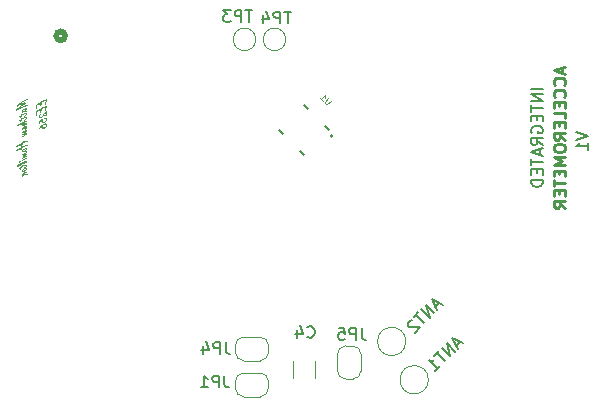
<source format=gbr>
%TF.GenerationSoftware,KiCad,Pcbnew,7.0.7*%
%TF.CreationDate,2023-11-13T21:50:39-08:00*%
%TF.ProjectId,Final_Project_Transmit,46696e61-6c5f-4507-926f-6a6563745f54,rev?*%
%TF.SameCoordinates,Original*%
%TF.FileFunction,Legend,Bot*%
%TF.FilePolarity,Positive*%
%FSLAX46Y46*%
G04 Gerber Fmt 4.6, Leading zero omitted, Abs format (unit mm)*
G04 Created by KiCad (PCBNEW 7.0.7) date 2023-11-13 21:50:39*
%MOMM*%
%LPD*%
G01*
G04 APERTURE LIST*
%ADD10C,0.250000*%
%ADD11C,0.150000*%
%ADD12C,0.200000*%
%ADD13C,0.120067*%
%ADD14C,0.508000*%
%ADD15C,0.120000*%
%ADD16C,0.127000*%
G04 APERTURE END LIST*
D10*
G36*
X77852742Y-74018548D02*
G01*
X77843613Y-74024379D01*
X77833393Y-74030936D01*
X77823254Y-74037446D01*
X77810994Y-74045321D01*
X77801642Y-74051330D01*
X77791347Y-74057946D01*
X77780110Y-74065168D01*
X77767931Y-74072997D01*
X77754808Y-74081433D01*
X77740743Y-74090476D01*
X77725736Y-74100125D01*
X77712089Y-74108988D01*
X77697709Y-74118481D01*
X77682596Y-74128604D01*
X77666751Y-74139357D01*
X77658554Y-74144969D01*
X77650173Y-74150739D01*
X77641609Y-74156666D01*
X77632862Y-74162751D01*
X77623932Y-74168993D01*
X77614819Y-74175392D01*
X77605522Y-74181949D01*
X77596043Y-74188663D01*
X77586380Y-74195535D01*
X77576534Y-74202564D01*
X77566505Y-74209751D01*
X77556292Y-74217095D01*
X77545897Y-74224596D01*
X77535318Y-74232255D01*
X77524556Y-74240071D01*
X77513611Y-74248045D01*
X77502482Y-74256176D01*
X77491171Y-74264464D01*
X77479676Y-74272910D01*
X77467998Y-74281514D01*
X77456137Y-74290274D01*
X77444093Y-74299193D01*
X77431866Y-74308268D01*
X77419455Y-74317501D01*
X77405129Y-74328276D01*
X77391092Y-74338922D01*
X77377346Y-74349441D01*
X77363890Y-74359832D01*
X77350724Y-74370095D01*
X77337848Y-74380230D01*
X77325261Y-74390237D01*
X77312965Y-74400116D01*
X77300959Y-74409868D01*
X77289243Y-74419492D01*
X77277817Y-74428988D01*
X77266681Y-74438356D01*
X77255835Y-74447596D01*
X77245280Y-74456708D01*
X77235014Y-74465693D01*
X77225038Y-74474549D01*
X77216134Y-74482807D01*
X77208105Y-74490910D01*
X77200952Y-74498858D01*
X77194675Y-74506652D01*
X77187669Y-74516803D01*
X77182219Y-74526680D01*
X77178326Y-74536282D01*
X77175650Y-74547898D01*
X77175212Y-74554661D01*
X77176174Y-74565194D01*
X77179059Y-74574811D01*
X77183868Y-74583512D01*
X77190600Y-74591297D01*
X77198147Y-74597673D01*
X77207803Y-74602310D01*
X77217634Y-74604281D01*
X77222351Y-74604487D01*
X77232813Y-74603465D01*
X77242960Y-74601052D01*
X77254408Y-74597220D01*
X77264502Y-74593133D01*
X77275428Y-74588138D01*
X77287186Y-74582234D01*
X77296551Y-74577210D01*
X77299776Y-74575422D01*
X77309989Y-74569789D01*
X77318816Y-74564854D01*
X77330123Y-74558508D01*
X77340232Y-74552821D01*
X77351736Y-74546341D01*
X77364635Y-74539066D01*
X77374010Y-74533774D01*
X77384005Y-74528130D01*
X77394620Y-74522133D01*
X77400160Y-74519002D01*
X77410145Y-74513395D01*
X77419949Y-74507903D01*
X77429574Y-74502525D01*
X77439018Y-74497260D01*
X77448281Y-74492110D01*
X77457364Y-74487074D01*
X77466267Y-74482151D01*
X77474990Y-74477343D01*
X77491894Y-74468068D01*
X77508077Y-74459250D01*
X77523539Y-74450887D01*
X77538279Y-74442981D01*
X77552298Y-74435531D01*
X77565596Y-74428536D01*
X77578173Y-74421998D01*
X77590028Y-74415916D01*
X77601162Y-74410290D01*
X77611575Y-74405120D01*
X77621267Y-74400405D01*
X77630237Y-74396147D01*
X77641967Y-74390683D01*
X77653587Y-74385310D01*
X77665097Y-74380030D01*
X77676498Y-74374841D01*
X77687789Y-74369745D01*
X77698970Y-74364740D01*
X77710042Y-74359828D01*
X77721004Y-74355008D01*
X77731856Y-74350280D01*
X77742598Y-74345644D01*
X77753231Y-74341100D01*
X77763754Y-74336648D01*
X77774167Y-74332288D01*
X77784470Y-74328020D01*
X77794664Y-74323844D01*
X77804748Y-74319760D01*
X77814723Y-74315769D01*
X77824587Y-74311869D01*
X77834342Y-74308062D01*
X77843987Y-74304346D01*
X77853523Y-74300723D01*
X77862949Y-74297192D01*
X77872265Y-74293753D01*
X77881471Y-74290406D01*
X77899555Y-74283988D01*
X77917199Y-74277938D01*
X77934405Y-74272256D01*
X77951172Y-74266943D01*
X77960807Y-74264044D01*
X77974641Y-74260047D01*
X77987732Y-74256471D01*
X78000080Y-74253315D01*
X78011686Y-74250581D01*
X78022549Y-74248267D01*
X78032669Y-74246373D01*
X78045007Y-74244503D01*
X78056025Y-74243381D01*
X78065722Y-74243007D01*
X78075975Y-74243638D01*
X78081598Y-74244473D01*
X78092692Y-74245805D01*
X78102710Y-74246927D01*
X78112933Y-74247839D01*
X78114570Y-74247892D01*
X78124451Y-74247074D01*
X78134005Y-74244620D01*
X78143231Y-74240529D01*
X78152130Y-74234802D01*
X78157069Y-74230795D01*
X78164301Y-74223841D01*
X78170392Y-74215350D01*
X78174163Y-74206278D01*
X78175631Y-74195380D01*
X78174345Y-74185352D01*
X78170489Y-74176212D01*
X78164061Y-74167961D01*
X78156504Y-74161596D01*
X78148764Y-74156789D01*
X78139740Y-74152412D01*
X78129337Y-74149109D01*
X78119322Y-74147134D01*
X78108293Y-74145949D01*
X78098329Y-74145565D01*
X78096252Y-74145554D01*
X78083475Y-74145879D01*
X78069965Y-74146852D01*
X78055721Y-74148474D01*
X78040744Y-74150744D01*
X78025034Y-74153664D01*
X78008591Y-74157232D01*
X77991414Y-74161449D01*
X77973505Y-74166315D01*
X77954862Y-74171829D01*
X77935486Y-74177993D01*
X77915377Y-74184805D01*
X77894534Y-74192266D01*
X77872959Y-74200375D01*
X77850650Y-74209134D01*
X77827608Y-74218541D01*
X77803832Y-74228597D01*
X77779324Y-74239302D01*
X77754082Y-74250655D01*
X77728107Y-74262657D01*
X77701399Y-74275308D01*
X77673958Y-74288608D01*
X77645783Y-74302557D01*
X77616876Y-74317154D01*
X77587235Y-74332400D01*
X77556861Y-74348295D01*
X77525753Y-74364839D01*
X77493913Y-74382031D01*
X77461339Y-74399872D01*
X77428032Y-74418362D01*
X77393992Y-74437501D01*
X77359219Y-74457288D01*
X77323712Y-74477725D01*
X77335708Y-74467471D01*
X77348006Y-74457135D01*
X77360604Y-74446716D01*
X77373503Y-74436215D01*
X77386704Y-74425631D01*
X77400205Y-74414965D01*
X77414007Y-74404216D01*
X77428111Y-74393384D01*
X77442515Y-74382471D01*
X77457220Y-74371474D01*
X77472227Y-74360395D01*
X77487534Y-74349234D01*
X77503142Y-74337990D01*
X77519052Y-74326663D01*
X77535262Y-74315254D01*
X77551774Y-74303763D01*
X77568586Y-74292188D01*
X77585700Y-74280532D01*
X77603114Y-74268793D01*
X77620830Y-74256971D01*
X77638846Y-74245067D01*
X77657164Y-74233080D01*
X77675782Y-74221011D01*
X77694702Y-74208859D01*
X77713922Y-74196625D01*
X77733444Y-74184308D01*
X77753266Y-74171908D01*
X77773390Y-74159427D01*
X77793814Y-74146862D01*
X77814540Y-74134215D01*
X77835567Y-74121486D01*
X77856894Y-74108674D01*
X77866199Y-74102994D01*
X77875125Y-74097435D01*
X77883670Y-74091995D01*
X77895777Y-74084062D01*
X77907029Y-74076399D01*
X77917427Y-74069007D01*
X77926970Y-74061885D01*
X77935659Y-74055033D01*
X77943493Y-74048452D01*
X77952611Y-74040099D01*
X77960209Y-74032226D01*
X77966735Y-74024501D01*
X77973668Y-74014932D01*
X77979243Y-74005458D01*
X77983457Y-73996080D01*
X77986720Y-73984951D01*
X77988025Y-73973960D01*
X77988053Y-73972142D01*
X77987117Y-73961177D01*
X77984309Y-73951362D01*
X77979629Y-73942698D01*
X77973077Y-73935185D01*
X77964654Y-73928822D01*
X77961430Y-73926957D01*
X77951564Y-73922470D01*
X77942145Y-73919715D01*
X77932116Y-73918120D01*
X77922840Y-73917676D01*
X77911875Y-73917882D01*
X77900536Y-73918503D01*
X77888823Y-73919537D01*
X77876735Y-73920984D01*
X77864273Y-73922846D01*
X77851436Y-73925120D01*
X77838225Y-73927809D01*
X77824639Y-73930911D01*
X77810679Y-73934426D01*
X77796344Y-73938355D01*
X77781635Y-73942698D01*
X77766551Y-73947454D01*
X77751093Y-73952624D01*
X77735260Y-73958208D01*
X77719053Y-73964205D01*
X77702472Y-73970615D01*
X77685516Y-73977440D01*
X77668185Y-73984677D01*
X77650480Y-73992329D01*
X77632401Y-74000394D01*
X77613947Y-74008873D01*
X77595118Y-74017765D01*
X77575915Y-74027071D01*
X77556338Y-74036790D01*
X77536386Y-74046923D01*
X77516060Y-74057469D01*
X77495359Y-74068430D01*
X77474284Y-74079803D01*
X77452834Y-74091591D01*
X77431010Y-74103792D01*
X77408811Y-74116406D01*
X77386238Y-74129434D01*
X77395741Y-74121525D01*
X77405381Y-74113612D01*
X77415158Y-74105695D01*
X77425073Y-74097774D01*
X77435125Y-74089850D01*
X77445314Y-74081921D01*
X77455641Y-74073989D01*
X77466106Y-74066053D01*
X77476707Y-74058113D01*
X77487446Y-74050170D01*
X77498323Y-74042222D01*
X77509337Y-74034271D01*
X77520488Y-74026316D01*
X77531776Y-74018357D01*
X77543202Y-74010394D01*
X77554766Y-74002428D01*
X77565506Y-73995231D01*
X77576264Y-73988083D01*
X77587039Y-73980981D01*
X77597833Y-73973928D01*
X77608643Y-73966922D01*
X77619472Y-73959964D01*
X77630318Y-73953054D01*
X77641182Y-73946191D01*
X77652063Y-73939376D01*
X77662962Y-73932609D01*
X77673879Y-73925889D01*
X77684814Y-73919217D01*
X77695766Y-73912593D01*
X77706735Y-73906017D01*
X77717723Y-73899488D01*
X77728728Y-73893007D01*
X77739750Y-73886574D01*
X77750791Y-73880188D01*
X77761849Y-73873850D01*
X77772924Y-73867560D01*
X77784017Y-73861318D01*
X77795128Y-73855123D01*
X77806257Y-73848976D01*
X77817403Y-73842876D01*
X77828567Y-73836825D01*
X77839748Y-73830821D01*
X77850948Y-73824864D01*
X77862164Y-73818956D01*
X77873399Y-73813095D01*
X77884651Y-73807282D01*
X77895921Y-73801516D01*
X77907208Y-73795799D01*
X77918305Y-73790322D01*
X77929858Y-73784701D01*
X77941867Y-73778934D01*
X77954332Y-73773023D01*
X77967253Y-73766966D01*
X77980630Y-73760765D01*
X77994463Y-73754418D01*
X78008752Y-73747927D01*
X78023497Y-73741290D01*
X78038699Y-73734509D01*
X78054356Y-73727582D01*
X78070469Y-73720511D01*
X78087039Y-73713294D01*
X78104064Y-73705932D01*
X78121546Y-73698426D01*
X78139483Y-73690774D01*
X78149066Y-73686603D01*
X78158030Y-73682332D01*
X78170318Y-73675741D01*
X78181214Y-73668926D01*
X78190720Y-73661888D01*
X78198834Y-73654626D01*
X78205557Y-73647141D01*
X78212358Y-73636815D01*
X78216686Y-73626091D01*
X78218541Y-73614970D01*
X78218618Y-73612128D01*
X78216969Y-73602225D01*
X78212023Y-73593764D01*
X78206894Y-73588925D01*
X78198358Y-73583666D01*
X78188318Y-73581626D01*
X78186866Y-73581598D01*
X78176593Y-73583231D01*
X78165181Y-73586600D01*
X78155808Y-73589867D01*
X78145023Y-73593950D01*
X78132827Y-73598850D01*
X78122752Y-73603061D01*
X78111884Y-73607732D01*
X78096015Y-73614410D01*
X78080708Y-73620890D01*
X78065965Y-73627172D01*
X78051785Y-73633255D01*
X78038167Y-73639140D01*
X78025113Y-73644826D01*
X78012621Y-73650314D01*
X78000692Y-73655603D01*
X77989326Y-73660694D01*
X77978523Y-73665587D01*
X77968283Y-73670281D01*
X77958606Y-73674776D01*
X77949492Y-73679073D01*
X77936876Y-73685147D01*
X77925526Y-73690774D01*
X77907440Y-73700093D01*
X77889421Y-73709518D01*
X77871470Y-73719049D01*
X77853585Y-73728685D01*
X77835768Y-73738428D01*
X77818018Y-73748276D01*
X77800336Y-73758230D01*
X77782721Y-73768291D01*
X77765173Y-73778457D01*
X77747692Y-73788729D01*
X77730278Y-73799107D01*
X77712932Y-73809591D01*
X77695653Y-73820180D01*
X77678441Y-73830876D01*
X77661297Y-73841678D01*
X77644220Y-73852585D01*
X77627210Y-73863598D01*
X77610267Y-73874718D01*
X77593392Y-73885943D01*
X77576583Y-73897274D01*
X77559843Y-73908711D01*
X77543169Y-73920254D01*
X77526563Y-73931902D01*
X77510023Y-73943657D01*
X77493552Y-73955518D01*
X77477147Y-73967484D01*
X77460810Y-73979556D01*
X77444540Y-73991735D01*
X77428337Y-74004019D01*
X77412201Y-74016409D01*
X77396133Y-74028905D01*
X77380132Y-74041507D01*
X77367081Y-74051898D01*
X77354613Y-74061882D01*
X77342726Y-74071460D01*
X77331421Y-74080631D01*
X77320698Y-74089397D01*
X77310557Y-74097755D01*
X77300998Y-74105707D01*
X77292021Y-74113253D01*
X77283627Y-74120392D01*
X77275814Y-74127125D01*
X77265186Y-74136463D01*
X77255867Y-74144885D01*
X77247858Y-74152394D01*
X77241158Y-74158988D01*
X77233029Y-74167796D01*
X77225984Y-74176268D01*
X77220023Y-74184404D01*
X77214096Y-74194102D01*
X77209862Y-74203276D01*
X77207017Y-74213591D01*
X77206475Y-74220048D01*
X77207907Y-74230543D01*
X77211642Y-74239662D01*
X77217695Y-74248472D01*
X77221130Y-74252288D01*
X77228653Y-74259426D01*
X77237881Y-74265437D01*
X77247781Y-74269158D01*
X77258352Y-74270589D01*
X77259720Y-74270607D01*
X77270932Y-74269169D01*
X77280500Y-74266382D01*
X77291368Y-74262128D01*
X77300999Y-74257669D01*
X77311461Y-74252271D01*
X77322755Y-74245934D01*
X77331772Y-74240565D01*
X77340200Y-74235448D01*
X77348691Y-74230357D01*
X77357245Y-74225291D01*
X77365863Y-74220251D01*
X77374544Y-74215235D01*
X77383289Y-74210245D01*
X77392097Y-74205280D01*
X77400969Y-74200341D01*
X77409904Y-74195427D01*
X77418903Y-74190538D01*
X77427965Y-74185674D01*
X77437090Y-74180836D01*
X77446279Y-74176023D01*
X77455532Y-74171235D01*
X77464847Y-74166473D01*
X77474227Y-74161735D01*
X77483669Y-74157023D01*
X77493176Y-74152337D01*
X77502745Y-74147675D01*
X77512378Y-74143039D01*
X77522075Y-74138429D01*
X77531835Y-74133843D01*
X77541658Y-74129283D01*
X77551545Y-74124748D01*
X77561495Y-74120238D01*
X77571509Y-74115754D01*
X77581586Y-74111295D01*
X77591727Y-74106861D01*
X77601931Y-74102452D01*
X77612198Y-74098069D01*
X77622529Y-74093711D01*
X77632923Y-74089378D01*
X77642248Y-74085701D01*
X77651413Y-74082118D01*
X77669270Y-74075235D01*
X77686493Y-74068730D01*
X77703082Y-74062603D01*
X77719038Y-74056854D01*
X77734361Y-74051483D01*
X77749049Y-74046489D01*
X77763105Y-74041873D01*
X77776527Y-74037635D01*
X77789315Y-74033775D01*
X77801470Y-74030293D01*
X77812991Y-74027188D01*
X77823879Y-74024461D01*
X77834134Y-74022112D01*
X77843755Y-74020141D01*
X77852742Y-74018548D01*
G37*
G36*
X78022049Y-74415321D02*
G01*
X78031970Y-74416068D01*
X78043325Y-74417863D01*
X78054078Y-74420637D01*
X78064231Y-74424389D01*
X78073782Y-74429120D01*
X78076201Y-74430588D01*
X78085110Y-74436818D01*
X78092790Y-74443621D01*
X78099242Y-74450996D01*
X78105578Y-74461020D01*
X78109994Y-74471938D01*
X78112490Y-74483750D01*
X78113105Y-74493845D01*
X78112884Y-74499613D01*
X78111113Y-74511138D01*
X78107571Y-74522648D01*
X78102259Y-74534143D01*
X78097113Y-74542754D01*
X78090970Y-74551356D01*
X78083832Y-74559950D01*
X78075698Y-74568535D01*
X78066567Y-74577112D01*
X78056441Y-74585680D01*
X78049705Y-74591049D01*
X78040445Y-74598173D01*
X78032199Y-74604181D01*
X78023860Y-74609780D01*
X78015163Y-74614745D01*
X78019474Y-74613982D01*
X78029574Y-74613768D01*
X78040156Y-74614134D01*
X78050289Y-74615233D01*
X78059971Y-74617065D01*
X78071440Y-74620385D01*
X78082205Y-74624850D01*
X78092267Y-74630460D01*
X78101625Y-74637215D01*
X78111643Y-74644615D01*
X78120325Y-74652404D01*
X78127672Y-74660582D01*
X78133682Y-74669150D01*
X78138357Y-74678107D01*
X78141697Y-74687453D01*
X78143700Y-74697188D01*
X78144368Y-74707313D01*
X78144325Y-74709374D01*
X78142822Y-74719220D01*
X78139173Y-74728302D01*
X78133377Y-74736622D01*
X78125157Y-74743575D01*
X78115609Y-74747642D01*
X78105778Y-74748834D01*
X78102601Y-74748750D01*
X78092412Y-74747134D01*
X78082544Y-74742768D01*
X78074567Y-74735716D01*
X78069141Y-74727341D01*
X78064862Y-74718493D01*
X78060287Y-74709694D01*
X78054731Y-74701207D01*
X78051572Y-74698544D01*
X78042268Y-74692724D01*
X78033075Y-74689160D01*
X78022901Y-74687021D01*
X78011744Y-74686308D01*
X78002581Y-74686632D01*
X77992678Y-74687605D01*
X77982034Y-74689227D01*
X77970650Y-74691498D01*
X77958526Y-74694418D01*
X77948947Y-74697033D01*
X77938951Y-74700013D01*
X77928539Y-74703358D01*
X77917711Y-74707069D01*
X77907331Y-74710778D01*
X77897352Y-74714487D01*
X77887771Y-74718197D01*
X77878590Y-74721906D01*
X77866969Y-74726852D01*
X77856058Y-74731798D01*
X77845857Y-74736744D01*
X77836366Y-74741690D01*
X77827585Y-74746636D01*
X77816971Y-74752406D01*
X77807263Y-74757198D01*
X77796810Y-74761657D01*
X77786265Y-74765080D01*
X77775317Y-74766664D01*
X77767662Y-74765930D01*
X77757576Y-74762667D01*
X77748450Y-74757383D01*
X77746916Y-74758044D01*
X77736589Y-74762084D01*
X77726987Y-74765096D01*
X77716901Y-74767279D01*
X77706685Y-74768129D01*
X77700846Y-74767832D01*
X77691032Y-74765878D01*
X77681732Y-74762101D01*
X77672946Y-74756502D01*
X77664675Y-74749078D01*
X77662191Y-74746380D01*
X77655699Y-74737782D01*
X77650650Y-74728428D01*
X77647044Y-74718319D01*
X77644880Y-74707454D01*
X77644159Y-74695833D01*
X77644305Y-74689746D01*
X77645472Y-74677504D01*
X77646580Y-74671653D01*
X77737948Y-74671653D01*
X77739070Y-74678826D01*
X77743810Y-74687773D01*
X77749360Y-74694078D01*
X77757732Y-74699986D01*
X77760280Y-74696881D01*
X77767185Y-74689759D01*
X77775073Y-74683621D01*
X77782360Y-74678944D01*
X77791948Y-74673340D01*
X77801697Y-74667962D01*
X77810646Y-74663195D01*
X77820618Y-74658016D01*
X77831613Y-74652425D01*
X77840530Y-74647962D01*
X77845135Y-74645714D01*
X77854136Y-74641287D01*
X77867111Y-74634818D01*
X77879455Y-74628556D01*
X77891168Y-74622500D01*
X77902250Y-74616649D01*
X77912701Y-74611005D01*
X77922520Y-74605567D01*
X77931709Y-74600334D01*
X77942978Y-74593679D01*
X77953126Y-74587390D01*
X77957198Y-74584792D01*
X77968639Y-74577154D01*
X77978917Y-74569748D01*
X77988031Y-74562574D01*
X77995981Y-74555632D01*
X78004772Y-74546736D01*
X78011494Y-74538252D01*
X78016989Y-74528227D01*
X78019316Y-74517048D01*
X78018719Y-74511700D01*
X78013210Y-74503126D01*
X78011492Y-74502095D01*
X78002028Y-74499348D01*
X77992205Y-74498729D01*
X77983627Y-74498988D01*
X77970305Y-74500345D01*
X77956438Y-74502866D01*
X77946891Y-74505193D01*
X77937101Y-74508037D01*
X77927069Y-74511399D01*
X77916795Y-74515277D01*
X77906278Y-74519672D01*
X77895519Y-74524585D01*
X77884517Y-74530014D01*
X77873274Y-74535961D01*
X77861788Y-74542425D01*
X77850059Y-74549406D01*
X77838088Y-74556904D01*
X77825875Y-74564919D01*
X77815228Y-74572206D01*
X77805267Y-74579410D01*
X77795994Y-74586532D01*
X77787407Y-74593572D01*
X77779507Y-74600530D01*
X77768946Y-74610813D01*
X77759930Y-74620912D01*
X77752459Y-74630826D01*
X77746535Y-74640555D01*
X77742155Y-74650100D01*
X77739322Y-74659460D01*
X77737948Y-74671653D01*
X77646580Y-74671653D01*
X77647808Y-74665169D01*
X77651311Y-74652744D01*
X77654705Y-74643364D01*
X77658756Y-74633933D01*
X77663464Y-74624451D01*
X77668828Y-74614917D01*
X77674849Y-74605331D01*
X77681528Y-74595694D01*
X77688798Y-74586136D01*
X77696442Y-74576757D01*
X77704460Y-74567558D01*
X77712852Y-74558538D01*
X77721618Y-74549698D01*
X77730758Y-74541037D01*
X77740272Y-74532555D01*
X77750160Y-74524253D01*
X77760422Y-74516130D01*
X77771058Y-74508186D01*
X77782068Y-74500422D01*
X77793452Y-74492837D01*
X77805210Y-74485432D01*
X77817342Y-74478205D01*
X77829848Y-74471159D01*
X77842728Y-74464291D01*
X77854481Y-74458346D01*
X77866110Y-74452785D01*
X77877616Y-74447607D01*
X77888997Y-74442813D01*
X77900254Y-74438402D01*
X77911387Y-74434375D01*
X77922396Y-74430732D01*
X77933281Y-74427472D01*
X77944042Y-74424595D01*
X77954679Y-74422102D01*
X77965192Y-74419993D01*
X77975581Y-74418267D01*
X77985846Y-74416924D01*
X77995987Y-74415965D01*
X78006003Y-74415390D01*
X78015896Y-74415198D01*
X78022049Y-74415321D01*
G37*
G36*
X77659057Y-75039972D02*
G01*
X77667467Y-75034650D01*
X77676025Y-75029370D01*
X77684732Y-75024132D01*
X77693587Y-75018936D01*
X77702592Y-75013782D01*
X77711745Y-75008670D01*
X77721047Y-75003600D01*
X77730498Y-74998572D01*
X77740098Y-74993586D01*
X77749847Y-74988642D01*
X77759745Y-74983740D01*
X77769791Y-74978880D01*
X77779986Y-74974062D01*
X77790330Y-74969286D01*
X77800823Y-74964552D01*
X77811465Y-74959860D01*
X77826395Y-74953383D01*
X77840839Y-74947323D01*
X77854796Y-74941682D01*
X77868267Y-74936458D01*
X77881251Y-74931653D01*
X77893748Y-74927265D01*
X77905759Y-74923295D01*
X77917283Y-74919743D01*
X77928321Y-74916609D01*
X77938872Y-74913893D01*
X77948936Y-74911594D01*
X77963121Y-74908930D01*
X77976211Y-74907207D01*
X77988205Y-74906423D01*
X77991960Y-74906371D01*
X78001784Y-74907092D01*
X78011248Y-74910298D01*
X78012965Y-74911500D01*
X78018423Y-74920106D01*
X78019316Y-74927376D01*
X78017813Y-74937304D01*
X78013305Y-74948007D01*
X78007535Y-74957128D01*
X77999841Y-74966745D01*
X77992809Y-74974284D01*
X77984694Y-74982101D01*
X77975498Y-74990198D01*
X77965220Y-74998573D01*
X77957766Y-75004312D01*
X77947878Y-75011891D01*
X77937998Y-75019241D01*
X77928125Y-75026363D01*
X77918260Y-75033255D01*
X77908403Y-75039918D01*
X77898553Y-75046352D01*
X77888711Y-75052558D01*
X77878876Y-75058534D01*
X77869829Y-75064525D01*
X77861639Y-75071839D01*
X77855399Y-75080628D01*
X77852358Y-75091063D01*
X77852254Y-75093461D01*
X77853890Y-75103445D01*
X77858798Y-75112027D01*
X77860802Y-75114221D01*
X77869099Y-75119831D01*
X77878632Y-75122037D01*
X77888918Y-75120374D01*
X77899319Y-75116647D01*
X77908387Y-75112454D01*
X77918542Y-75107064D01*
X77929782Y-75100476D01*
X77942109Y-75092690D01*
X77950931Y-75086834D01*
X77960235Y-75080446D01*
X77970022Y-75073525D01*
X77980291Y-75066071D01*
X77991044Y-75058086D01*
X77996601Y-75053893D01*
X78010709Y-75043712D01*
X78023907Y-75033621D01*
X78036194Y-75023623D01*
X78047571Y-75013715D01*
X78058039Y-75003900D01*
X78067596Y-74994176D01*
X78076242Y-74984544D01*
X78083979Y-74975003D01*
X78090805Y-74965554D01*
X78096722Y-74956196D01*
X78101728Y-74946930D01*
X78105823Y-74937756D01*
X78110261Y-74924166D01*
X78112650Y-74910782D01*
X78113105Y-74901974D01*
X78112216Y-74890090D01*
X78109551Y-74878862D01*
X78105109Y-74868290D01*
X78098889Y-74858373D01*
X78090893Y-74849113D01*
X78083216Y-74842177D01*
X78076713Y-74837250D01*
X78067476Y-74831855D01*
X78056986Y-74827576D01*
X78047287Y-74824863D01*
X78036717Y-74822925D01*
X78025276Y-74821762D01*
X78015497Y-74821390D01*
X78012965Y-74821374D01*
X78002050Y-74821565D01*
X77990919Y-74822137D01*
X77979572Y-74823092D01*
X77968009Y-74824427D01*
X77956231Y-74826145D01*
X77944238Y-74828244D01*
X77932028Y-74830724D01*
X77919603Y-74833586D01*
X77906963Y-74836830D01*
X77894107Y-74840456D01*
X77881035Y-74844463D01*
X77867748Y-74848852D01*
X77854245Y-74853622D01*
X77840526Y-74858774D01*
X77826592Y-74864308D01*
X77812442Y-74870223D01*
X77801810Y-74875061D01*
X77790634Y-74880623D01*
X77780694Y-74885782D01*
X77769419Y-74891786D01*
X77756809Y-74898636D01*
X77747660Y-74903673D01*
X77737918Y-74909085D01*
X77727583Y-74914873D01*
X77716654Y-74921038D01*
X77705132Y-74927578D01*
X77693016Y-74934494D01*
X77680307Y-74941786D01*
X77689271Y-74936110D01*
X77697385Y-74929727D01*
X77704109Y-74921898D01*
X77706685Y-74913698D01*
X77705922Y-74903675D01*
X77703319Y-74893477D01*
X77698869Y-74884145D01*
X77692595Y-74875917D01*
X77684551Y-74869470D01*
X77674391Y-74865797D01*
X77668827Y-74865338D01*
X77658554Y-74866849D01*
X77649471Y-74871383D01*
X77641579Y-74878939D01*
X77635650Y-74888030D01*
X77634877Y-74889518D01*
X77632050Y-74900177D01*
X77629988Y-74911502D01*
X77628329Y-74921895D01*
X77626890Y-74931593D01*
X77625352Y-74942519D01*
X77623476Y-74952514D01*
X77620965Y-74962955D01*
X77618116Y-74973293D01*
X77615191Y-74983048D01*
X77614117Y-74986482D01*
X77602496Y-74992608D01*
X77593034Y-74997868D01*
X77582933Y-75003699D01*
X77572192Y-75010101D01*
X77560811Y-75017074D01*
X77548790Y-75024618D01*
X77540421Y-75029965D01*
X77531768Y-75035565D01*
X77522830Y-75041419D01*
X77513608Y-75047527D01*
X77504101Y-75053889D01*
X77494311Y-75060504D01*
X77489309Y-75063907D01*
X77481159Y-75069425D01*
X77471155Y-75076281D01*
X77462135Y-75082565D01*
X77454100Y-75088276D01*
X77445440Y-75094609D01*
X77437080Y-75101029D01*
X77430935Y-75106161D01*
X77423713Y-75113185D01*
X77417177Y-75121076D01*
X77412196Y-75129693D01*
X77409706Y-75139864D01*
X77409685Y-75140844D01*
X77411701Y-75150803D01*
X77417139Y-75159711D01*
X77421898Y-75164780D01*
X77430427Y-75170882D01*
X77439900Y-75174314D01*
X77445101Y-75174794D01*
X77455748Y-75172889D01*
X77465400Y-75169195D01*
X77474349Y-75164841D01*
X77484389Y-75159242D01*
X77495522Y-75152400D01*
X77504587Y-75146451D01*
X77514266Y-75139803D01*
X77521060Y-75134982D01*
X77529174Y-75129029D01*
X77538092Y-75122531D01*
X77546999Y-75116120D01*
X77555830Y-75109922D01*
X77561605Y-75106161D01*
X77559597Y-75117195D01*
X77557786Y-75127765D01*
X77556173Y-75137872D01*
X77554330Y-75150626D01*
X77552838Y-75162556D01*
X77551697Y-75173661D01*
X77550907Y-75183942D01*
X77550413Y-75195634D01*
X77550369Y-75199951D01*
X77550991Y-75210655D01*
X77553519Y-75222029D01*
X77557990Y-75231173D01*
X77565921Y-75239201D01*
X77576651Y-75244018D01*
X77587732Y-75245579D01*
X77590181Y-75245624D01*
X77600792Y-75244291D01*
X77609819Y-75240292D01*
X77617261Y-75233626D01*
X77620711Y-75228771D01*
X77624100Y-75219166D01*
X77626054Y-75209213D01*
X77627563Y-75198175D01*
X77628527Y-75188960D01*
X77629458Y-75178366D01*
X77631358Y-75166690D01*
X77633608Y-75154551D01*
X77635721Y-75143813D01*
X77638199Y-75131676D01*
X77641042Y-75118139D01*
X77643140Y-75108337D01*
X77645400Y-75097912D01*
X77647822Y-75086866D01*
X77650363Y-75075940D01*
X77652858Y-75065388D01*
X77655306Y-75055210D01*
X77657706Y-75045406D01*
X77659057Y-75039972D01*
G37*
G36*
X77659057Y-75380935D02*
G01*
X77667467Y-75375613D01*
X77676025Y-75370333D01*
X77684732Y-75365095D01*
X77693587Y-75359899D01*
X77702592Y-75354745D01*
X77711745Y-75349633D01*
X77721047Y-75344563D01*
X77730498Y-75339535D01*
X77740098Y-75334549D01*
X77749847Y-75329605D01*
X77759745Y-75324703D01*
X77769791Y-75319843D01*
X77779986Y-75315025D01*
X77790330Y-75310249D01*
X77800823Y-75305515D01*
X77811465Y-75300823D01*
X77826395Y-75294346D01*
X77840839Y-75288286D01*
X77854796Y-75282645D01*
X77868267Y-75277421D01*
X77881251Y-75272616D01*
X77893748Y-75268228D01*
X77905759Y-75264258D01*
X77917283Y-75260706D01*
X77928321Y-75257572D01*
X77938872Y-75254856D01*
X77948936Y-75252557D01*
X77963121Y-75249893D01*
X77976211Y-75248170D01*
X77988205Y-75247386D01*
X77991960Y-75247334D01*
X78001784Y-75248055D01*
X78011248Y-75251261D01*
X78012965Y-75252463D01*
X78018423Y-75261069D01*
X78019316Y-75268339D01*
X78017813Y-75278267D01*
X78013305Y-75288970D01*
X78007535Y-75298091D01*
X77999841Y-75307708D01*
X77992809Y-75315247D01*
X77984694Y-75323064D01*
X77975498Y-75331161D01*
X77965220Y-75339536D01*
X77957766Y-75345275D01*
X77947878Y-75352854D01*
X77937998Y-75360204D01*
X77928125Y-75367326D01*
X77918260Y-75374218D01*
X77908403Y-75380881D01*
X77898553Y-75387315D01*
X77888711Y-75393521D01*
X77878876Y-75399497D01*
X77869829Y-75405488D01*
X77861639Y-75412802D01*
X77855399Y-75421591D01*
X77852358Y-75432026D01*
X77852254Y-75434424D01*
X77853890Y-75444408D01*
X77858798Y-75452990D01*
X77860802Y-75455184D01*
X77869099Y-75460794D01*
X77878632Y-75463000D01*
X77888918Y-75461337D01*
X77899319Y-75457610D01*
X77908387Y-75453417D01*
X77918542Y-75448027D01*
X77929782Y-75441439D01*
X77942109Y-75433653D01*
X77950931Y-75427797D01*
X77960235Y-75421409D01*
X77970022Y-75414488D01*
X77980291Y-75407034D01*
X77991044Y-75399049D01*
X77996601Y-75394856D01*
X78010709Y-75384675D01*
X78023907Y-75374584D01*
X78036194Y-75364586D01*
X78047571Y-75354678D01*
X78058039Y-75344863D01*
X78067596Y-75335139D01*
X78076242Y-75325507D01*
X78083979Y-75315966D01*
X78090805Y-75306517D01*
X78096722Y-75297159D01*
X78101728Y-75287893D01*
X78105823Y-75278719D01*
X78110261Y-75265129D01*
X78112650Y-75251745D01*
X78113105Y-75242937D01*
X78112216Y-75231053D01*
X78109551Y-75219825D01*
X78105109Y-75209253D01*
X78098889Y-75199336D01*
X78090893Y-75190076D01*
X78083216Y-75183140D01*
X78076713Y-75178213D01*
X78067476Y-75172818D01*
X78056986Y-75168539D01*
X78047287Y-75165826D01*
X78036717Y-75163888D01*
X78025276Y-75162725D01*
X78015497Y-75162353D01*
X78012965Y-75162337D01*
X78002050Y-75162528D01*
X77990919Y-75163101D01*
X77979572Y-75164055D01*
X77968009Y-75165390D01*
X77956231Y-75167108D01*
X77944238Y-75169207D01*
X77932028Y-75171687D01*
X77919603Y-75174549D01*
X77906963Y-75177793D01*
X77894107Y-75181419D01*
X77881035Y-75185426D01*
X77867748Y-75189815D01*
X77854245Y-75194585D01*
X77840526Y-75199737D01*
X77826592Y-75205271D01*
X77812442Y-75211186D01*
X77801810Y-75216024D01*
X77790634Y-75221586D01*
X77780694Y-75226745D01*
X77769419Y-75232749D01*
X77756809Y-75239599D01*
X77747660Y-75244636D01*
X77737918Y-75250048D01*
X77727583Y-75255836D01*
X77716654Y-75262001D01*
X77705132Y-75268541D01*
X77693016Y-75275457D01*
X77680307Y-75282749D01*
X77689271Y-75277073D01*
X77697385Y-75270690D01*
X77704109Y-75262861D01*
X77706685Y-75254661D01*
X77705922Y-75244639D01*
X77703319Y-75234440D01*
X77698869Y-75225108D01*
X77692595Y-75216880D01*
X77684551Y-75210433D01*
X77674391Y-75206760D01*
X77668827Y-75206301D01*
X77658554Y-75207812D01*
X77649471Y-75212346D01*
X77641579Y-75219902D01*
X77635650Y-75228993D01*
X77634877Y-75230481D01*
X77632050Y-75241140D01*
X77629988Y-75252465D01*
X77628329Y-75262858D01*
X77626890Y-75272556D01*
X77625352Y-75283482D01*
X77623476Y-75293477D01*
X77620965Y-75303918D01*
X77618116Y-75314256D01*
X77615191Y-75324011D01*
X77614117Y-75327445D01*
X77602496Y-75333571D01*
X77593034Y-75338831D01*
X77582933Y-75344662D01*
X77572192Y-75351064D01*
X77560811Y-75358037D01*
X77548790Y-75365581D01*
X77540421Y-75370928D01*
X77531768Y-75376528D01*
X77522830Y-75382382D01*
X77513608Y-75388490D01*
X77504101Y-75394852D01*
X77494311Y-75401467D01*
X77489309Y-75404870D01*
X77481159Y-75410388D01*
X77471155Y-75417244D01*
X77462135Y-75423528D01*
X77454100Y-75429239D01*
X77445440Y-75435572D01*
X77437080Y-75441992D01*
X77430935Y-75447124D01*
X77423713Y-75454148D01*
X77417177Y-75462039D01*
X77412196Y-75470656D01*
X77409706Y-75480827D01*
X77409685Y-75481807D01*
X77411701Y-75491766D01*
X77417139Y-75500674D01*
X77421898Y-75505743D01*
X77430427Y-75511845D01*
X77439900Y-75515277D01*
X77445101Y-75515757D01*
X77455748Y-75513852D01*
X77465400Y-75510158D01*
X77474349Y-75505804D01*
X77484389Y-75500205D01*
X77495522Y-75493363D01*
X77504587Y-75487414D01*
X77514266Y-75480766D01*
X77521060Y-75475945D01*
X77529174Y-75469992D01*
X77538092Y-75463494D01*
X77546999Y-75457083D01*
X77555830Y-75450885D01*
X77561605Y-75447124D01*
X77559597Y-75458158D01*
X77557786Y-75468728D01*
X77556173Y-75478835D01*
X77554330Y-75491589D01*
X77552838Y-75503519D01*
X77551697Y-75514624D01*
X77550907Y-75524905D01*
X77550413Y-75536597D01*
X77550369Y-75540914D01*
X77550991Y-75551618D01*
X77553519Y-75562992D01*
X77557990Y-75572136D01*
X77565921Y-75580164D01*
X77576651Y-75584981D01*
X77587732Y-75586542D01*
X77590181Y-75586587D01*
X77600792Y-75585254D01*
X77609819Y-75581255D01*
X77617261Y-75574589D01*
X77620711Y-75569734D01*
X77624100Y-75560129D01*
X77626054Y-75550176D01*
X77627563Y-75539138D01*
X77628527Y-75529923D01*
X77629458Y-75519329D01*
X77631358Y-75507653D01*
X77633608Y-75495514D01*
X77635721Y-75484776D01*
X77638199Y-75472639D01*
X77641042Y-75459102D01*
X77643140Y-75449300D01*
X77645400Y-75438875D01*
X77647822Y-75427829D01*
X77650363Y-75416903D01*
X77652858Y-75406351D01*
X77655306Y-75396173D01*
X77657706Y-75386369D01*
X77659057Y-75380935D01*
G37*
G36*
X77787285Y-75651067D02*
G01*
X77780076Y-75658230D01*
X77772615Y-75666164D01*
X77764902Y-75674869D01*
X77756938Y-75684345D01*
X77750799Y-75691958D01*
X77744519Y-75700004D01*
X77738096Y-75708485D01*
X77731533Y-75717398D01*
X77724827Y-75726746D01*
X77722561Y-75729958D01*
X77716852Y-75738210D01*
X77708981Y-75750053D01*
X77701937Y-75761251D01*
X77695723Y-75771806D01*
X77690337Y-75781716D01*
X77685779Y-75790983D01*
X77680992Y-75802336D01*
X77677677Y-75812545D01*
X77675606Y-75823695D01*
X77675422Y-75827655D01*
X77676807Y-75837557D01*
X77680963Y-75847112D01*
X77687145Y-75855498D01*
X77695187Y-75862819D01*
X77703924Y-75867743D01*
X77714447Y-75870405D01*
X77718897Y-75870642D01*
X77729377Y-75869157D01*
X77739904Y-75865522D01*
X77749766Y-75860827D01*
X77758368Y-75855980D01*
X77767603Y-75850164D01*
X77777472Y-75843379D01*
X77782644Y-75839623D01*
X77792146Y-75832646D01*
X77801539Y-75825884D01*
X77810823Y-75819335D01*
X77819998Y-75813000D01*
X77829065Y-75806879D01*
X77838023Y-75800971D01*
X77846872Y-75795277D01*
X77855612Y-75789797D01*
X77864243Y-75784531D01*
X77872766Y-75779478D01*
X77885346Y-75772299D01*
X77897682Y-75765602D01*
X77909772Y-75759385D01*
X77921618Y-75753649D01*
X77931247Y-75749110D01*
X77940257Y-75745017D01*
X77951309Y-75740254D01*
X77961262Y-75736285D01*
X77972158Y-75732440D01*
X77982965Y-75729463D01*
X77992449Y-75728248D01*
X78001830Y-75731778D01*
X78003684Y-75738262D01*
X78000548Y-75749848D01*
X77993522Y-75760963D01*
X77985618Y-75770376D01*
X77975455Y-75780712D01*
X77967426Y-75788116D01*
X77958393Y-75795930D01*
X77948356Y-75804154D01*
X77937315Y-75812788D01*
X77925271Y-75821833D01*
X77912223Y-75831288D01*
X77898172Y-75841153D01*
X77883116Y-75851428D01*
X77875212Y-75856720D01*
X77866487Y-75863019D01*
X77857969Y-75870484D01*
X77850723Y-75879062D01*
X77845991Y-75888694D01*
X77844926Y-75895799D01*
X77846453Y-75905522D01*
X77852654Y-75913770D01*
X77862314Y-75917482D01*
X77869351Y-75918025D01*
X77879684Y-75916713D01*
X77889643Y-75913774D01*
X77901105Y-75909157D01*
X77910689Y-75904591D01*
X77921118Y-75899081D01*
X77932393Y-75892627D01*
X77944514Y-75885228D01*
X77953064Y-75879771D01*
X77961990Y-75873894D01*
X77971293Y-75867597D01*
X77976085Y-75864291D01*
X77984082Y-75858503D01*
X77995612Y-75849752D01*
X78006584Y-75840920D01*
X78016999Y-75832007D01*
X78026855Y-75823011D01*
X78036153Y-75813934D01*
X78044892Y-75804776D01*
X78053074Y-75795536D01*
X78060698Y-75786215D01*
X78067763Y-75776811D01*
X78074270Y-75767327D01*
X78079708Y-75758152D01*
X78084422Y-75749192D01*
X78089293Y-75738291D01*
X78093032Y-75727725D01*
X78095638Y-75717493D01*
X78097111Y-75707594D01*
X78097473Y-75699916D01*
X78096734Y-75689625D01*
X78093895Y-75678519D01*
X78088926Y-75668771D01*
X78081827Y-75660379D01*
X78072600Y-75653343D01*
X78067187Y-75650334D01*
X78058043Y-75646381D01*
X78048442Y-75643557D01*
X78038382Y-75641862D01*
X78027864Y-75641297D01*
X78015622Y-75641686D01*
X78003074Y-75642852D01*
X77990222Y-75644794D01*
X77977065Y-75647514D01*
X77963604Y-75651011D01*
X77949837Y-75655285D01*
X77940490Y-75658566D01*
X77931008Y-75662193D01*
X77921390Y-75666164D01*
X77911636Y-75670482D01*
X77901747Y-75675144D01*
X77891723Y-75680152D01*
X77881563Y-75685505D01*
X77872678Y-75690340D01*
X77862756Y-75695877D01*
X77853169Y-75701294D01*
X77842117Y-75707589D01*
X77832867Y-75712886D01*
X77822792Y-75718677D01*
X77811892Y-75724962D01*
X77800169Y-75731741D01*
X77796078Y-75734110D01*
X77804066Y-75719925D01*
X77813438Y-75705884D01*
X77824193Y-75691989D01*
X77836332Y-75678239D01*
X77849854Y-75664634D01*
X77857134Y-75657886D01*
X77864760Y-75651174D01*
X77872731Y-75644498D01*
X77881048Y-75637859D01*
X77889712Y-75631256D01*
X77898721Y-75624689D01*
X77908076Y-75618158D01*
X77917776Y-75611664D01*
X77927823Y-75605206D01*
X77938216Y-75598784D01*
X77948954Y-75592398D01*
X77960038Y-75586049D01*
X77971468Y-75579736D01*
X77983244Y-75573459D01*
X77995366Y-75567218D01*
X78007833Y-75561014D01*
X78020647Y-75554846D01*
X78033806Y-75548714D01*
X78047311Y-75542619D01*
X78061162Y-75536559D01*
X78075359Y-75530536D01*
X78089902Y-75524549D01*
X78099190Y-75520863D01*
X78108257Y-75515574D01*
X78115971Y-75508209D01*
X78120599Y-75499559D01*
X78122142Y-75489623D01*
X78120757Y-75479036D01*
X78116601Y-75469777D01*
X78110418Y-75462512D01*
X78101781Y-75456671D01*
X78091989Y-75453255D01*
X78082086Y-75452254D01*
X78070216Y-75453816D01*
X78059088Y-75456595D01*
X78049054Y-75459590D01*
X78037573Y-75463367D01*
X78024645Y-75467925D01*
X78015222Y-75471397D01*
X78005157Y-75475218D01*
X77994448Y-75479385D01*
X77983097Y-75483900D01*
X77971102Y-75488762D01*
X77958465Y-75493971D01*
X77951905Y-75496706D01*
X77939751Y-75501824D01*
X77927716Y-75506921D01*
X77915798Y-75511996D01*
X77903999Y-75517050D01*
X77892317Y-75522083D01*
X77880753Y-75527094D01*
X77869306Y-75532083D01*
X77857978Y-75537052D01*
X77846767Y-75541998D01*
X77835675Y-75546923D01*
X77824700Y-75551827D01*
X77813843Y-75556709D01*
X77803103Y-75561570D01*
X77792482Y-75566409D01*
X77781978Y-75571227D01*
X77771592Y-75576024D01*
X77761324Y-75580798D01*
X77751174Y-75585552D01*
X77741142Y-75590284D01*
X77731227Y-75594994D01*
X77721431Y-75599683D01*
X77711752Y-75604351D01*
X77702191Y-75608997D01*
X77692748Y-75613622D01*
X77683422Y-75618225D01*
X77674215Y-75622807D01*
X77665125Y-75627367D01*
X77656153Y-75631906D01*
X77647299Y-75636423D01*
X77638563Y-75640919D01*
X77621444Y-75649846D01*
X77604244Y-75658732D01*
X77586960Y-75667744D01*
X77578287Y-75672298D01*
X77569592Y-75676883D01*
X77560877Y-75681499D01*
X77552140Y-75686147D01*
X77543383Y-75690826D01*
X77534604Y-75695537D01*
X77525805Y-75700279D01*
X77516984Y-75705052D01*
X77508143Y-75709858D01*
X77499281Y-75714694D01*
X77490397Y-75719563D01*
X77481493Y-75724462D01*
X77472568Y-75729393D01*
X77463621Y-75734356D01*
X77454654Y-75739350D01*
X77445665Y-75744376D01*
X77436656Y-75749433D01*
X77427626Y-75754521D01*
X77418575Y-75759641D01*
X77409502Y-75764793D01*
X77400409Y-75769976D01*
X77391295Y-75775190D01*
X77382159Y-75780436D01*
X77373003Y-75785714D01*
X77363826Y-75791023D01*
X77354628Y-75796363D01*
X77345409Y-75801735D01*
X77336168Y-75807138D01*
X77327433Y-75812256D01*
X77317533Y-75818277D01*
X77308766Y-75823881D01*
X77299742Y-75830055D01*
X77291275Y-75836498D01*
X77286587Y-75840600D01*
X77279385Y-75848624D01*
X77274147Y-75857993D01*
X77271819Y-75867839D01*
X77271688Y-75870886D01*
X77273310Y-75880741D01*
X77278176Y-75889547D01*
X77285329Y-75896576D01*
X77288297Y-75898729D01*
X77297387Y-75903790D01*
X77307439Y-75906515D01*
X77314675Y-75907034D01*
X77324781Y-75905923D01*
X77334393Y-75903204D01*
X77344880Y-75898854D01*
X77354288Y-75893982D01*
X77364305Y-75887977D01*
X77370607Y-75883831D01*
X77384984Y-75874582D01*
X77399538Y-75865337D01*
X77414270Y-75856096D01*
X77429179Y-75846858D01*
X77444266Y-75837625D01*
X77459530Y-75828395D01*
X77474972Y-75819169D01*
X77490591Y-75809947D01*
X77506388Y-75800729D01*
X77522362Y-75791514D01*
X77538513Y-75782304D01*
X77554842Y-75773097D01*
X77571348Y-75763894D01*
X77588032Y-75754695D01*
X77604894Y-75745499D01*
X77621933Y-75736308D01*
X77630923Y-75731448D01*
X77639666Y-75726730D01*
X77656413Y-75717719D01*
X77672173Y-75709274D01*
X77686947Y-75701396D01*
X77700734Y-75694085D01*
X77713535Y-75687341D01*
X77725349Y-75681163D01*
X77736177Y-75675553D01*
X77746018Y-75670508D01*
X77754873Y-75666031D01*
X77766306Y-75660377D01*
X77775518Y-75655999D01*
X77785940Y-75651535D01*
X77787285Y-75651067D01*
G37*
G36*
X78013042Y-75877083D02*
G01*
X78023529Y-75878091D01*
X78033436Y-75879770D01*
X78045004Y-75882814D01*
X78055666Y-75886907D01*
X78065421Y-75892049D01*
X78074270Y-75898241D01*
X78078973Y-75902331D01*
X78087468Y-75911055D01*
X78094749Y-75920504D01*
X78100817Y-75930679D01*
X78105672Y-75941578D01*
X78109312Y-75953202D01*
X78111740Y-75965552D01*
X78112764Y-75975290D01*
X78113105Y-75985436D01*
X78112988Y-75991999D01*
X78112371Y-76001954D01*
X78111227Y-76012043D01*
X78109555Y-76022265D01*
X78107355Y-76032619D01*
X78104626Y-76043107D01*
X78101370Y-76053728D01*
X78097585Y-76064482D01*
X78093273Y-76075369D01*
X78088432Y-76086390D01*
X78083063Y-76097543D01*
X78079228Y-76104964D01*
X78073174Y-76115988D01*
X78066760Y-76126883D01*
X78059985Y-76137649D01*
X78052849Y-76148286D01*
X78045353Y-76158795D01*
X78037496Y-76169175D01*
X78029279Y-76179426D01*
X78020701Y-76189548D01*
X78011762Y-76199542D01*
X78002463Y-76209406D01*
X77998361Y-76213614D01*
X77990368Y-76221628D01*
X77982655Y-76229108D01*
X77975223Y-76236054D01*
X77964600Y-76245470D01*
X77954609Y-76253685D01*
X77945249Y-76260697D01*
X77936520Y-76266508D01*
X77925863Y-76272385D01*
X77916328Y-76276125D01*
X77905987Y-76277794D01*
X77899482Y-76276672D01*
X77890844Y-76271933D01*
X77888967Y-76270262D01*
X77882649Y-76261901D01*
X77880341Y-76251905D01*
X77881234Y-76245238D01*
X77885203Y-76235843D01*
X77891281Y-76227146D01*
X77898425Y-76219338D01*
X77905743Y-76212581D01*
X77913692Y-76205694D01*
X77921389Y-76198863D01*
X77928833Y-76192087D01*
X77936025Y-76185367D01*
X77949652Y-76172095D01*
X77962270Y-76159047D01*
X77973878Y-76146221D01*
X77984477Y-76133619D01*
X77994066Y-76121239D01*
X78002646Y-76109084D01*
X78010217Y-76097151D01*
X78016778Y-76085442D01*
X78022330Y-76073956D01*
X78026872Y-76062693D01*
X78030405Y-76051653D01*
X78032928Y-76040837D01*
X78034442Y-76030244D01*
X78034947Y-76019874D01*
X78034926Y-76017710D01*
X78034192Y-76007472D01*
X78031925Y-75996461D01*
X78028147Y-75986841D01*
X78021829Y-75977376D01*
X78013454Y-75969804D01*
X78011775Y-75968713D01*
X78002480Y-75964867D01*
X77992449Y-75963698D01*
X77986099Y-75963698D01*
X77980533Y-75980537D01*
X77974398Y-75996862D01*
X77967695Y-76012671D01*
X77960423Y-76027964D01*
X77952582Y-76042743D01*
X77944173Y-76057006D01*
X77935195Y-76070755D01*
X77925648Y-76083988D01*
X77915533Y-76096705D01*
X77904850Y-76108908D01*
X77893597Y-76120595D01*
X77881776Y-76131768D01*
X77869387Y-76142425D01*
X77856429Y-76152566D01*
X77842902Y-76162193D01*
X77828806Y-76171304D01*
X77825312Y-76173453D01*
X77815026Y-76179490D01*
X77805036Y-76184914D01*
X77795342Y-76189723D01*
X77785945Y-76193918D01*
X77776844Y-76197500D01*
X77765169Y-76201320D01*
X77754022Y-76204048D01*
X77743401Y-76205685D01*
X77733307Y-76206231D01*
X77724933Y-76205724D01*
X77714050Y-76203312D01*
X77704149Y-76198912D01*
X77695230Y-76192526D01*
X77688367Y-76185471D01*
X77682703Y-76176922D01*
X77678658Y-76167885D01*
X77676231Y-76158360D01*
X77675422Y-76148346D01*
X77675786Y-76139620D01*
X77677700Y-76126209D01*
X77679232Y-76120258D01*
X77769211Y-76120258D01*
X77775806Y-76125387D01*
X77784188Y-76124290D01*
X77793552Y-76121000D01*
X77802916Y-76116106D01*
X77808832Y-76112580D01*
X77817561Y-76107010D01*
X77826120Y-76101100D01*
X77834506Y-76094851D01*
X77842720Y-76088263D01*
X77850763Y-76081336D01*
X77858634Y-76074069D01*
X77866334Y-76066463D01*
X77873861Y-76058519D01*
X77881217Y-76050235D01*
X77888401Y-76041612D01*
X77890957Y-76038299D01*
X77897005Y-76029884D01*
X77902564Y-76021278D01*
X77907633Y-76012482D01*
X77912214Y-76003494D01*
X77916306Y-75994316D01*
X77919909Y-75984947D01*
X77915173Y-75986957D01*
X77905865Y-75991128D01*
X77896775Y-75995502D01*
X77887902Y-76000077D01*
X77879247Y-76004855D01*
X77870809Y-76009836D01*
X77858560Y-76017685D01*
X77846801Y-76025990D01*
X77835531Y-76034750D01*
X77824750Y-76043965D01*
X77814459Y-76053635D01*
X77804657Y-76063760D01*
X77795345Y-76074340D01*
X77787816Y-76083575D01*
X77781563Y-76092048D01*
X77775744Y-76101207D01*
X77771278Y-76110503D01*
X77769211Y-76120258D01*
X77679232Y-76120258D01*
X77681253Y-76112411D01*
X77684533Y-76102999D01*
X77688542Y-76093414D01*
X77693280Y-76083658D01*
X77698747Y-76073729D01*
X77704943Y-76063630D01*
X77711867Y-76053358D01*
X77719521Y-76042915D01*
X77727903Y-76032300D01*
X77737015Y-76021513D01*
X77746855Y-76010554D01*
X77757424Y-75999424D01*
X77768722Y-75988122D01*
X77782972Y-75974636D01*
X77797265Y-75962019D01*
X77811601Y-75950272D01*
X77825982Y-75939396D01*
X77840407Y-75929390D01*
X77854875Y-75920253D01*
X77869388Y-75911987D01*
X77883944Y-75904591D01*
X77898544Y-75898065D01*
X77913188Y-75892410D01*
X77927876Y-75887624D01*
X77942608Y-75883709D01*
X77957384Y-75880663D01*
X77972203Y-75878488D01*
X77987067Y-75877183D01*
X78001974Y-75876748D01*
X78013042Y-75877083D01*
G37*
G36*
X77900858Y-76525457D02*
G01*
X77911211Y-76518927D01*
X77921145Y-76512588D01*
X77930659Y-76506440D01*
X77939754Y-76500483D01*
X77948428Y-76494716D01*
X77956683Y-76489141D01*
X77968277Y-76481135D01*
X77978928Y-76473559D01*
X77988634Y-76466412D01*
X77997395Y-76459694D01*
X78005212Y-76453406D01*
X78014165Y-76445689D01*
X78016140Y-76443879D01*
X78025445Y-76435171D01*
X78034184Y-76426752D01*
X78042358Y-76418623D01*
X78049968Y-76410785D01*
X78057013Y-76403236D01*
X78065025Y-76394208D01*
X78072154Y-76385633D01*
X78074759Y-76382330D01*
X78081302Y-76372791D01*
X78086737Y-76363406D01*
X78091063Y-76354177D01*
X78094789Y-76343306D01*
X78096919Y-76332659D01*
X78097473Y-76323956D01*
X78096477Y-76313704D01*
X78093489Y-76304379D01*
X78087485Y-76294671D01*
X78080181Y-76287356D01*
X78070884Y-76280967D01*
X78069141Y-76279993D01*
X78060062Y-76275615D01*
X78050562Y-76272312D01*
X78040641Y-76270085D01*
X78030299Y-76268933D01*
X78024200Y-76268757D01*
X78014304Y-76269112D01*
X78003970Y-76270177D01*
X77993200Y-76271952D01*
X77981992Y-76274436D01*
X77970348Y-76277630D01*
X77958266Y-76281534D01*
X77945748Y-76286148D01*
X77932793Y-76291472D01*
X77919400Y-76297505D01*
X77905571Y-76304249D01*
X77891305Y-76311702D01*
X77876601Y-76319865D01*
X77861461Y-76328738D01*
X77845884Y-76338321D01*
X77829870Y-76348613D01*
X77821699Y-76354026D01*
X77813419Y-76359616D01*
X77798601Y-76369870D01*
X77784739Y-76379812D01*
X77771834Y-76389440D01*
X77759884Y-76398756D01*
X77748890Y-76407758D01*
X77738852Y-76416448D01*
X77729770Y-76424825D01*
X77721645Y-76432889D01*
X77714475Y-76440639D01*
X77705512Y-76451679D01*
X77698701Y-76462015D01*
X77694041Y-76471646D01*
X77691173Y-76483392D01*
X77691053Y-76486133D01*
X77692948Y-76496487D01*
X77698060Y-76505400D01*
X77702533Y-76510314D01*
X77710354Y-76516293D01*
X77719874Y-76519985D01*
X77727690Y-76520816D01*
X77737765Y-76518999D01*
X77747682Y-76514430D01*
X77757002Y-76508299D01*
X77765345Y-76501629D01*
X77774213Y-76493539D01*
X77776050Y-76491751D01*
X77783250Y-76484786D01*
X77790563Y-76477936D01*
X77797989Y-76471200D01*
X77805527Y-76464579D01*
X77813178Y-76458072D01*
X77820941Y-76451680D01*
X77828817Y-76445402D01*
X77836805Y-76439239D01*
X77844906Y-76433190D01*
X77853120Y-76427256D01*
X77861446Y-76421436D01*
X77869885Y-76415730D01*
X77878436Y-76410140D01*
X77887100Y-76404663D01*
X77895877Y-76399301D01*
X77904766Y-76394054D01*
X77915693Y-76387856D01*
X77925852Y-76382267D01*
X77935242Y-76377288D01*
X77946567Y-76371598D01*
X77956525Y-76366992D01*
X77967052Y-76362758D01*
X77976867Y-76359913D01*
X77981702Y-76359371D01*
X77988053Y-76364012D01*
X77985270Y-76374827D01*
X77979532Y-76384953D01*
X77970665Y-76396804D01*
X77963014Y-76405663D01*
X77953972Y-76415290D01*
X77943539Y-76425683D01*
X77931715Y-76436844D01*
X77918501Y-76448772D01*
X77903895Y-76461467D01*
X77896070Y-76468102D01*
X77887898Y-76474929D01*
X77879378Y-76481947D01*
X77870510Y-76489158D01*
X77861294Y-76496560D01*
X77851731Y-76504154D01*
X77841820Y-76511940D01*
X77831561Y-76519917D01*
X77820954Y-76528086D01*
X77810000Y-76536448D01*
X77799311Y-76544525D01*
X77789503Y-76551998D01*
X77780575Y-76558865D01*
X77772527Y-76565127D01*
X77763166Y-76572534D01*
X77755369Y-76578866D01*
X77747824Y-76585266D01*
X77741367Y-76591402D01*
X77734893Y-76598973D01*
X77729033Y-76607957D01*
X77724995Y-76617105D01*
X77722614Y-76627760D01*
X77722316Y-76633168D01*
X77723384Y-76643117D01*
X77726985Y-76652917D01*
X77731353Y-76659546D01*
X77739375Y-76666188D01*
X77748645Y-76669554D01*
X77752114Y-76669804D01*
X77762349Y-76667119D01*
X77771775Y-76663306D01*
X77781240Y-76659062D01*
X77792414Y-76653758D01*
X77801917Y-76649083D01*
X77812381Y-76643811D01*
X77823807Y-76637943D01*
X77827829Y-76635854D01*
X77844363Y-76626922D01*
X77860199Y-76618567D01*
X77875336Y-76610787D01*
X77889775Y-76603584D01*
X77903516Y-76596957D01*
X77916558Y-76590906D01*
X77928902Y-76585432D01*
X77940547Y-76580533D01*
X77951494Y-76576211D01*
X77961743Y-76572466D01*
X77971293Y-76569296D01*
X77984309Y-76565623D01*
X77995754Y-76563246D01*
X78005627Y-76562165D01*
X78008569Y-76562093D01*
X78018046Y-76564933D01*
X78019316Y-76568688D01*
X78016698Y-76578729D01*
X78010286Y-76588861D01*
X78003875Y-76596398D01*
X77995754Y-76604561D01*
X77985923Y-76613350D01*
X77977428Y-76620353D01*
X77967971Y-76627707D01*
X77964605Y-76630237D01*
X77954275Y-76637829D01*
X77943433Y-76645309D01*
X77932081Y-76652678D01*
X77920218Y-76659935D01*
X77907844Y-76667081D01*
X77894959Y-76674115D01*
X77886085Y-76678742D01*
X77876984Y-76683320D01*
X77867656Y-76687848D01*
X77858101Y-76692326D01*
X77848319Y-76696755D01*
X77838310Y-76701134D01*
X77828073Y-76705464D01*
X77818800Y-76709139D01*
X77808809Y-76712715D01*
X77798100Y-76716191D01*
X77786674Y-76719569D01*
X77774531Y-76722847D01*
X77764952Y-76725240D01*
X77754970Y-76727578D01*
X77744585Y-76729860D01*
X77733796Y-76732086D01*
X77720570Y-76735167D01*
X77708645Y-76738824D01*
X77698022Y-76743055D01*
X77688699Y-76747863D01*
X77678292Y-76755167D01*
X77670197Y-76763494D01*
X77664415Y-76772844D01*
X77660946Y-76783217D01*
X77659790Y-76794612D01*
X77660984Y-76805237D01*
X77665393Y-76814854D01*
X77673052Y-76821479D01*
X77683959Y-76825112D01*
X77693740Y-76825875D01*
X77705513Y-76825478D01*
X77717813Y-76824288D01*
X77730640Y-76822303D01*
X77743993Y-76819525D01*
X77757873Y-76815953D01*
X77772279Y-76811587D01*
X77787212Y-76806427D01*
X77802672Y-76800474D01*
X77818659Y-76793727D01*
X77835172Y-76786186D01*
X77852212Y-76777851D01*
X77860929Y-76773386D01*
X77869778Y-76768722D01*
X77878759Y-76763860D01*
X77887871Y-76758800D01*
X77897115Y-76753541D01*
X77906491Y-76748084D01*
X77915998Y-76742428D01*
X77925637Y-76736574D01*
X77935408Y-76730521D01*
X77945310Y-76724270D01*
X77955633Y-76717645D01*
X77965629Y-76711079D01*
X77975297Y-76704574D01*
X77984637Y-76698129D01*
X77993649Y-76691744D01*
X78002334Y-76685418D01*
X78010691Y-76679154D01*
X78018720Y-76672949D01*
X78026422Y-76666804D01*
X78040842Y-76654695D01*
X78053951Y-76642826D01*
X78065749Y-76631198D01*
X78076236Y-76619810D01*
X78085412Y-76608663D01*
X78093278Y-76597756D01*
X78099832Y-76587089D01*
X78105076Y-76576663D01*
X78109008Y-76566477D01*
X78111630Y-76556532D01*
X78112941Y-76546827D01*
X78113105Y-76542065D01*
X78112399Y-76531197D01*
X78110280Y-76521397D01*
X78105258Y-76509994D01*
X78097724Y-76500491D01*
X78087680Y-76492889D01*
X78078498Y-76488435D01*
X78067905Y-76485050D01*
X78055898Y-76482733D01*
X78042480Y-76481486D01*
X78032749Y-76481249D01*
X78022210Y-76481637D01*
X78011294Y-76482803D01*
X77999999Y-76484746D01*
X77988327Y-76487465D01*
X77976277Y-76490962D01*
X77963850Y-76495236D01*
X77951044Y-76500287D01*
X77937861Y-76506116D01*
X77928862Y-76510433D01*
X77919695Y-76515095D01*
X77910360Y-76520103D01*
X77900858Y-76525457D01*
G37*
G36*
X77685680Y-77669490D02*
G01*
X77689014Y-77653708D01*
X77692606Y-77637746D01*
X77696456Y-77621605D01*
X77700563Y-77605285D01*
X77704928Y-77588785D01*
X77709551Y-77572106D01*
X77714431Y-77555247D01*
X77719569Y-77538210D01*
X77724964Y-77520992D01*
X77730617Y-77503596D01*
X77736527Y-77486020D01*
X77742695Y-77468265D01*
X77749121Y-77450330D01*
X77755804Y-77432216D01*
X77762745Y-77413922D01*
X77766312Y-77404708D01*
X77769944Y-77395450D01*
X77779042Y-77391114D01*
X77788305Y-77386620D01*
X77789727Y-77385924D01*
X77800989Y-77380077D01*
X77812212Y-77374350D01*
X77823396Y-77368744D01*
X77834542Y-77363259D01*
X77845649Y-77357895D01*
X77856718Y-77352651D01*
X77867747Y-77347528D01*
X77878739Y-77342525D01*
X77889691Y-77337643D01*
X77900605Y-77332882D01*
X77911480Y-77328242D01*
X77922317Y-77323722D01*
X77933115Y-77319323D01*
X77943874Y-77315045D01*
X77954595Y-77310887D01*
X77965277Y-77306851D01*
X77975920Y-77302934D01*
X77986525Y-77299139D01*
X77997091Y-77295464D01*
X78007619Y-77291910D01*
X78018108Y-77288476D01*
X78028558Y-77285163D01*
X78038969Y-77281971D01*
X78049342Y-77278900D01*
X78059677Y-77275949D01*
X78069972Y-77273119D01*
X78080229Y-77270410D01*
X78090448Y-77267821D01*
X78100627Y-77265353D01*
X78110768Y-77263006D01*
X78120871Y-77260779D01*
X78130935Y-77258674D01*
X78141410Y-77256361D01*
X78152541Y-77252461D01*
X78161489Y-77247440D01*
X78169346Y-77239936D01*
X78174060Y-77230817D01*
X78175631Y-77220083D01*
X78174334Y-77209581D01*
X78170441Y-77199811D01*
X78163953Y-77190774D01*
X78156148Y-77183468D01*
X78154870Y-77182470D01*
X78145846Y-77176330D01*
X78136358Y-77172200D01*
X78126406Y-77170079D01*
X78120676Y-77169769D01*
X78109951Y-77170611D01*
X78099885Y-77172242D01*
X78087816Y-77174732D01*
X78076718Y-77177343D01*
X78064338Y-77180503D01*
X78054212Y-77183233D01*
X78043364Y-77186273D01*
X78039588Y-77187355D01*
X78028272Y-77190617D01*
X78017222Y-77193901D01*
X78006439Y-77197206D01*
X77995922Y-77200532D01*
X77985671Y-77203880D01*
X77975686Y-77207250D01*
X77965967Y-77210641D01*
X77956515Y-77214053D01*
X77947328Y-77217487D01*
X77935494Y-77222099D01*
X77932609Y-77223258D01*
X77921986Y-77227676D01*
X77910547Y-77232578D01*
X77899087Y-77237547D01*
X77889144Y-77241884D01*
X77878047Y-77246746D01*
X77865794Y-77252131D01*
X77852387Y-77258040D01*
X77842807Y-77262270D01*
X77832714Y-77266734D01*
X77823631Y-77270840D01*
X77814553Y-77275157D01*
X77806092Y-77279678D01*
X77811129Y-77270271D01*
X77815281Y-77260899D01*
X77817815Y-77255010D01*
X77821090Y-77245794D01*
X77823000Y-77235823D01*
X77823189Y-77231807D01*
X77821789Y-77221929D01*
X77816618Y-77212989D01*
X77807637Y-77206829D01*
X77796907Y-77203764D01*
X77785826Y-77202770D01*
X77783377Y-77202742D01*
X77772848Y-77203770D01*
X77763488Y-77206856D01*
X77754222Y-77212901D01*
X77747367Y-77220394D01*
X77744787Y-77224235D01*
X77739948Y-77232784D01*
X77735388Y-77242468D01*
X77731238Y-77252405D01*
X77727609Y-77261841D01*
X77723824Y-77272326D01*
X77723049Y-77274549D01*
X77718924Y-77285633D01*
X77715097Y-77295835D01*
X77711568Y-77305154D01*
X77707727Y-77315171D01*
X77703788Y-77325253D01*
X77701800Y-77330237D01*
X77691885Y-77335735D01*
X77683215Y-77340422D01*
X77672895Y-77345925D01*
X77664074Y-77350588D01*
X77654325Y-77355711D01*
X77643649Y-77361293D01*
X77632046Y-77367334D01*
X77619515Y-77373835D01*
X77610646Y-77378424D01*
X77606057Y-77380795D01*
X77595951Y-77386352D01*
X77586441Y-77391871D01*
X77577065Y-77397420D01*
X77566116Y-77403976D01*
X77556872Y-77409555D01*
X77546744Y-77415700D01*
X77535732Y-77422412D01*
X77527899Y-77427201D01*
X77516357Y-77434101D01*
X77505026Y-77440848D01*
X77493906Y-77447443D01*
X77482996Y-77453885D01*
X77472298Y-77460174D01*
X77461810Y-77466311D01*
X77451534Y-77472295D01*
X77441468Y-77478126D01*
X77431612Y-77483804D01*
X77421968Y-77489330D01*
X77412535Y-77494704D01*
X77403312Y-77499924D01*
X77394301Y-77504993D01*
X77385500Y-77509908D01*
X77376910Y-77514671D01*
X77360362Y-77523738D01*
X77344658Y-77532195D01*
X77329798Y-77540041D01*
X77315780Y-77547277D01*
X77302606Y-77553902D01*
X77290276Y-77559917D01*
X77278789Y-77565321D01*
X77268145Y-77570114D01*
X77263140Y-77572281D01*
X77250086Y-77577941D01*
X77238127Y-77583198D01*
X77227263Y-77588051D01*
X77217493Y-77592500D01*
X77206170Y-77597805D01*
X77196793Y-77602392D01*
X77187810Y-77607117D01*
X77180341Y-77611849D01*
X77172252Y-77619145D01*
X77166150Y-77627143D01*
X77161608Y-77637141D01*
X77159662Y-77648056D01*
X77159581Y-77650928D01*
X77160523Y-77662467D01*
X77163349Y-77672051D01*
X77169228Y-77680969D01*
X77177821Y-77687072D01*
X77189127Y-77690358D01*
X77198171Y-77690983D01*
X77208204Y-77690212D01*
X77220107Y-77687896D01*
X77233880Y-77684037D01*
X77249523Y-77678634D01*
X77267036Y-77671687D01*
X77276494Y-77667635D01*
X77286419Y-77663197D01*
X77296812Y-77658373D01*
X77307672Y-77653163D01*
X77319000Y-77647567D01*
X77330795Y-77641585D01*
X77343058Y-77635218D01*
X77355788Y-77628464D01*
X77368986Y-77621324D01*
X77382651Y-77613799D01*
X77396784Y-77605887D01*
X77411384Y-77597590D01*
X77426451Y-77588907D01*
X77441987Y-77579838D01*
X77457989Y-77570383D01*
X77474459Y-77560542D01*
X77491397Y-77550315D01*
X77508802Y-77539702D01*
X77526675Y-77528703D01*
X77545015Y-77517318D01*
X77563823Y-77505548D01*
X77583098Y-77493391D01*
X77592468Y-77487635D01*
X77601345Y-77482274D01*
X77612412Y-77475741D01*
X77622601Y-77469909D01*
X77631913Y-77464780D01*
X77642318Y-77459356D01*
X77651352Y-77455030D01*
X77657592Y-77452358D01*
X77652219Y-77471653D01*
X77647194Y-77489038D01*
X77642258Y-77506202D01*
X77637409Y-77523148D01*
X77632649Y-77539873D01*
X77627976Y-77556380D01*
X77623390Y-77572667D01*
X77618893Y-77588734D01*
X77614483Y-77604583D01*
X77610161Y-77620211D01*
X77605927Y-77635620D01*
X77601781Y-77650810D01*
X77597722Y-77665781D01*
X77593751Y-77680532D01*
X77589868Y-77695063D01*
X77586073Y-77709375D01*
X77582365Y-77723468D01*
X77573432Y-77728343D01*
X77564430Y-77733292D01*
X77555362Y-77738313D01*
X77546225Y-77743408D01*
X77537020Y-77748575D01*
X77527748Y-77753816D01*
X77518408Y-77759129D01*
X77509001Y-77764516D01*
X77499525Y-77769975D01*
X77489982Y-77775508D01*
X77480371Y-77781113D01*
X77470693Y-77786792D01*
X77460946Y-77792543D01*
X77451132Y-77798367D01*
X77441251Y-77804265D01*
X77431301Y-77810235D01*
X77421284Y-77816278D01*
X77411199Y-77822395D01*
X77401046Y-77828584D01*
X77390825Y-77834846D01*
X77380537Y-77841182D01*
X77370181Y-77847590D01*
X77359757Y-77854071D01*
X77349266Y-77860625D01*
X77338707Y-77867253D01*
X77328080Y-77873953D01*
X77317385Y-77880726D01*
X77306623Y-77887572D01*
X77295792Y-77894491D01*
X77284895Y-77901484D01*
X77273929Y-77908549D01*
X77262896Y-77915687D01*
X77253781Y-77921464D01*
X77244370Y-77927326D01*
X77235495Y-77932688D01*
X77226751Y-77937592D01*
X77224549Y-77938646D01*
X77214839Y-77944630D01*
X77206775Y-77950829D01*
X77199270Y-77958551D01*
X77193510Y-77967951D01*
X77190976Y-77977772D01*
X77190844Y-77980655D01*
X77192138Y-77991204D01*
X77196022Y-78000594D01*
X77202494Y-78008824D01*
X77207208Y-78012896D01*
X77215585Y-78018176D01*
X77225461Y-78021726D01*
X77236029Y-78022909D01*
X77247017Y-78021931D01*
X77257289Y-78019619D01*
X77268574Y-78015949D01*
X77278332Y-78012033D01*
X77288739Y-78007247D01*
X77299795Y-78001592D01*
X77308513Y-77996779D01*
X77311500Y-77995066D01*
X77321285Y-77989250D01*
X77331633Y-77982809D01*
X77342256Y-77976101D01*
X77351590Y-77970164D01*
X77362097Y-77963450D01*
X77373775Y-77955959D01*
X77382212Y-77950533D01*
X77391170Y-77944762D01*
X77400648Y-77938646D01*
X77409126Y-77933235D01*
X77417401Y-77927964D01*
X77433343Y-77917839D01*
X77448473Y-77908272D01*
X77462793Y-77899262D01*
X77476302Y-77890808D01*
X77489000Y-77882913D01*
X77500886Y-77875574D01*
X77511962Y-77868792D01*
X77522227Y-77862568D01*
X77531681Y-77856901D01*
X77540324Y-77851791D01*
X77551768Y-77845170D01*
X77561387Y-77839804D01*
X77571374Y-77834598D01*
X77570728Y-77844826D01*
X77570642Y-77851695D01*
X77570938Y-77862782D01*
X77571826Y-77872778D01*
X77573933Y-77884410D01*
X77577093Y-77894104D01*
X77582524Y-77903494D01*
X77591214Y-77910764D01*
X77602273Y-77913672D01*
X77604347Y-77913733D01*
X77615085Y-77912168D01*
X77624435Y-77908149D01*
X77633601Y-77901658D01*
X77641472Y-77893949D01*
X77647563Y-77886042D01*
X77652335Y-77876635D01*
X77654904Y-77866688D01*
X77655394Y-77859755D01*
X77655394Y-77833133D01*
X77655799Y-77823198D01*
X77656841Y-77812680D01*
X77658279Y-77802175D01*
X77659902Y-77792203D01*
X77660523Y-77788681D01*
X77676415Y-77779817D01*
X77692189Y-77771146D01*
X77707843Y-77762668D01*
X77723377Y-77754384D01*
X77738793Y-77746292D01*
X77754089Y-77738394D01*
X77769266Y-77730689D01*
X77784323Y-77723178D01*
X77799262Y-77715859D01*
X77814081Y-77708734D01*
X77828781Y-77701802D01*
X77843362Y-77695063D01*
X77857823Y-77688517D01*
X77872165Y-77682165D01*
X77886388Y-77676006D01*
X77900491Y-77670040D01*
X77914476Y-77664267D01*
X77928341Y-77658687D01*
X77942087Y-77653301D01*
X77955713Y-77648107D01*
X77969221Y-77643107D01*
X77982609Y-77638300D01*
X77995877Y-77633687D01*
X78009027Y-77629266D01*
X78022057Y-77625039D01*
X78034968Y-77621005D01*
X78047760Y-77617164D01*
X78060432Y-77613516D01*
X78072986Y-77610062D01*
X78085420Y-77606801D01*
X78097734Y-77603733D01*
X78109930Y-77600858D01*
X78121665Y-77597477D01*
X78131835Y-77593561D01*
X78142348Y-77587915D01*
X78150416Y-77581435D01*
X78156870Y-77572556D01*
X78159804Y-77562475D01*
X78160000Y-77558848D01*
X78158381Y-77548086D01*
X78154311Y-77539045D01*
X78147763Y-77530355D01*
X78140178Y-77523185D01*
X78134110Y-77518548D01*
X78124951Y-77513526D01*
X78115547Y-77509938D01*
X78105900Y-77507786D01*
X78096008Y-77507069D01*
X78080988Y-77508496D01*
X78068280Y-77511034D01*
X78053416Y-77514841D01*
X78036395Y-77519916D01*
X78027076Y-77522930D01*
X78017218Y-77526261D01*
X78006821Y-77529909D01*
X77995885Y-77533874D01*
X77984410Y-77538157D01*
X77972396Y-77542757D01*
X77959842Y-77547674D01*
X77946750Y-77552908D01*
X77933119Y-77558460D01*
X77918949Y-77564329D01*
X77904239Y-77570514D01*
X77888991Y-77577018D01*
X77873203Y-77583838D01*
X77856876Y-77590976D01*
X77840011Y-77598431D01*
X77822606Y-77606203D01*
X77804662Y-77614292D01*
X77786180Y-77622699D01*
X77767158Y-77631423D01*
X77747597Y-77640464D01*
X77727497Y-77649822D01*
X77706858Y-77659497D01*
X77685680Y-77669490D01*
G37*
G36*
X78022049Y-77800527D02*
G01*
X78031970Y-77801274D01*
X78043325Y-77803069D01*
X78054078Y-77805842D01*
X78064231Y-77809595D01*
X78073782Y-77814326D01*
X78076201Y-77815794D01*
X78085110Y-77822024D01*
X78092790Y-77828827D01*
X78099242Y-77836202D01*
X78105578Y-77846226D01*
X78109994Y-77857144D01*
X78112490Y-77868956D01*
X78113105Y-77879050D01*
X78112884Y-77884819D01*
X78111113Y-77896344D01*
X78107571Y-77907854D01*
X78102259Y-77919349D01*
X78097113Y-77927960D01*
X78090970Y-77936562D01*
X78083832Y-77945156D01*
X78075698Y-77953741D01*
X78066567Y-77962318D01*
X78056441Y-77970886D01*
X78049705Y-77976255D01*
X78040445Y-77983379D01*
X78032199Y-77989387D01*
X78023860Y-77994985D01*
X78015163Y-77999951D01*
X78019474Y-77999188D01*
X78029574Y-77998974D01*
X78040156Y-77999340D01*
X78050289Y-78000439D01*
X78059971Y-78002271D01*
X78071440Y-78005591D01*
X78082205Y-78010056D01*
X78092267Y-78015666D01*
X78101625Y-78022421D01*
X78111643Y-78029821D01*
X78120325Y-78037610D01*
X78127672Y-78045788D01*
X78133682Y-78054356D01*
X78138357Y-78063313D01*
X78141697Y-78072659D01*
X78143700Y-78082394D01*
X78144368Y-78092519D01*
X78144325Y-78094579D01*
X78142822Y-78104426D01*
X78139173Y-78113508D01*
X78133377Y-78121828D01*
X78125157Y-78128781D01*
X78115609Y-78132847D01*
X78105778Y-78134040D01*
X78102601Y-78133956D01*
X78092412Y-78132340D01*
X78082544Y-78127974D01*
X78074567Y-78120921D01*
X78069141Y-78112547D01*
X78064862Y-78103699D01*
X78060287Y-78094900D01*
X78054731Y-78086413D01*
X78051572Y-78083750D01*
X78042268Y-78077930D01*
X78033075Y-78074366D01*
X78022901Y-78072227D01*
X78011744Y-78071514D01*
X78002581Y-78071838D01*
X77992678Y-78072811D01*
X77982034Y-78074433D01*
X77970650Y-78076704D01*
X77958526Y-78079623D01*
X77948947Y-78082239D01*
X77938951Y-78085219D01*
X77928539Y-78088564D01*
X77917711Y-78092274D01*
X77907331Y-78095984D01*
X77897352Y-78099693D01*
X77887771Y-78103403D01*
X77878590Y-78107112D01*
X77866969Y-78112058D01*
X77856058Y-78117004D01*
X77845857Y-78121950D01*
X77836366Y-78126896D01*
X77827585Y-78131842D01*
X77816971Y-78137612D01*
X77807263Y-78142403D01*
X77796810Y-78146863D01*
X77786265Y-78150285D01*
X77775317Y-78151870D01*
X77767662Y-78151136D01*
X77757576Y-78147873D01*
X77748450Y-78142588D01*
X77746916Y-78143250D01*
X77736589Y-78147290D01*
X77726987Y-78150302D01*
X77716901Y-78152485D01*
X77706685Y-78153335D01*
X77700846Y-78153037D01*
X77691032Y-78151084D01*
X77681732Y-78147307D01*
X77672946Y-78141707D01*
X77664675Y-78134284D01*
X77662191Y-78131586D01*
X77655699Y-78122988D01*
X77650650Y-78113634D01*
X77647044Y-78103525D01*
X77644880Y-78092660D01*
X77644159Y-78081039D01*
X77644305Y-78074952D01*
X77645472Y-78062710D01*
X77646580Y-78056859D01*
X77737948Y-78056859D01*
X77739070Y-78064032D01*
X77743810Y-78072979D01*
X77749360Y-78079284D01*
X77757732Y-78085191D01*
X77760280Y-78082087D01*
X77767185Y-78074965D01*
X77775073Y-78068827D01*
X77782360Y-78064150D01*
X77791948Y-78058546D01*
X77801697Y-78053167D01*
X77810646Y-78048401D01*
X77820618Y-78043222D01*
X77831613Y-78037631D01*
X77840530Y-78033168D01*
X77845135Y-78030920D01*
X77854136Y-78026493D01*
X77867111Y-78020024D01*
X77879455Y-78013762D01*
X77891168Y-78007705D01*
X77902250Y-78001855D01*
X77912701Y-77996211D01*
X77922520Y-77990772D01*
X77931709Y-77985540D01*
X77942978Y-77978885D01*
X77953126Y-77972595D01*
X77957198Y-77969998D01*
X77968639Y-77962360D01*
X77978917Y-77954954D01*
X77988031Y-77947780D01*
X77995981Y-77940838D01*
X78004772Y-77931942D01*
X78011494Y-77923458D01*
X78016989Y-77913433D01*
X78019316Y-77902254D01*
X78018719Y-77896906D01*
X78013210Y-77888332D01*
X78011492Y-77887301D01*
X78002028Y-77884554D01*
X77992205Y-77883935D01*
X77983627Y-77884194D01*
X77970305Y-77885551D01*
X77956438Y-77888072D01*
X77946891Y-77890399D01*
X77937101Y-77893243D01*
X77927069Y-77896604D01*
X77916795Y-77900483D01*
X77906278Y-77904878D01*
X77895519Y-77909791D01*
X77884517Y-77915220D01*
X77873274Y-77921167D01*
X77861788Y-77927631D01*
X77850059Y-77934612D01*
X77838088Y-77942110D01*
X77825875Y-77950125D01*
X77815228Y-77957411D01*
X77805267Y-77964616D01*
X77795994Y-77971738D01*
X77787407Y-77978778D01*
X77779507Y-77985736D01*
X77768946Y-77996019D01*
X77759930Y-78006118D01*
X77752459Y-78016032D01*
X77746535Y-78025761D01*
X77742155Y-78035306D01*
X77739322Y-78044666D01*
X77737948Y-78056859D01*
X77646580Y-78056859D01*
X77647808Y-78050375D01*
X77651311Y-78037949D01*
X77654705Y-78028570D01*
X77658756Y-78019139D01*
X77663464Y-78009656D01*
X77668828Y-78000122D01*
X77674849Y-77990537D01*
X77681528Y-77980900D01*
X77688798Y-77971342D01*
X77696442Y-77961963D01*
X77704460Y-77952764D01*
X77712852Y-77943744D01*
X77721618Y-77934904D01*
X77730758Y-77926243D01*
X77740272Y-77917761D01*
X77750160Y-77909459D01*
X77760422Y-77901336D01*
X77771058Y-77893392D01*
X77782068Y-77885628D01*
X77793452Y-77878043D01*
X77805210Y-77870637D01*
X77817342Y-77863411D01*
X77829848Y-77856364D01*
X77842728Y-77849497D01*
X77854481Y-77843552D01*
X77866110Y-77837991D01*
X77877616Y-77832813D01*
X77888997Y-77828019D01*
X77900254Y-77823608D01*
X77911387Y-77819581D01*
X77922396Y-77815938D01*
X77933281Y-77812677D01*
X77944042Y-77809801D01*
X77954679Y-77807308D01*
X77965192Y-77805198D01*
X77975581Y-77803473D01*
X77985846Y-77802130D01*
X77995987Y-77801171D01*
X78006003Y-77800596D01*
X78015896Y-77800404D01*
X78022049Y-77800527D01*
G37*
G36*
X77839553Y-78308185D02*
G01*
X77831359Y-78316264D01*
X77823143Y-78324748D01*
X77814903Y-78333636D01*
X77806641Y-78342929D01*
X77798356Y-78352626D01*
X77792127Y-78360164D01*
X77785885Y-78367930D01*
X77779631Y-78375924D01*
X77773363Y-78384145D01*
X77767182Y-78392554D01*
X77761399Y-78400623D01*
X77753473Y-78412091D01*
X77746444Y-78422794D01*
X77740312Y-78432733D01*
X77735078Y-78441908D01*
X77729495Y-78452952D01*
X77725507Y-78462638D01*
X77722765Y-78472835D01*
X77722316Y-78477934D01*
X77723725Y-78488043D01*
X77727949Y-78497122D01*
X77732330Y-78502602D01*
X77740473Y-78509086D01*
X77750143Y-78512372D01*
X77753824Y-78512616D01*
X77763677Y-78510588D01*
X77772997Y-78506205D01*
X77782139Y-78500495D01*
X77790570Y-78494359D01*
X77799741Y-78486971D01*
X77807542Y-78480417D01*
X77816706Y-78472660D01*
X77824459Y-78466026D01*
X77832165Y-78459310D01*
X77839904Y-78452212D01*
X77841995Y-78449602D01*
X77833671Y-78458107D01*
X77825610Y-78466466D01*
X77817814Y-78474678D01*
X77810282Y-78482742D01*
X77803014Y-78490660D01*
X77796011Y-78498431D01*
X77789272Y-78506055D01*
X77782797Y-78513532D01*
X77770640Y-78528046D01*
X77759540Y-78541971D01*
X77749498Y-78555309D01*
X77740512Y-78568060D01*
X77732584Y-78580222D01*
X77725713Y-78591797D01*
X77719899Y-78602784D01*
X77715142Y-78613183D01*
X77711442Y-78622995D01*
X77707874Y-78636611D01*
X77706685Y-78648904D01*
X77707753Y-78658853D01*
X77711353Y-78668653D01*
X77715722Y-78675282D01*
X77723548Y-78682374D01*
X77732587Y-78686522D01*
X77741856Y-78687739D01*
X77751940Y-78686219D01*
X77761328Y-78682498D01*
X77771403Y-78676545D01*
X77780324Y-78669878D01*
X77787804Y-78663429D01*
X77795589Y-78655987D01*
X77803542Y-78648143D01*
X77811401Y-78640548D01*
X77819167Y-78633202D01*
X77826841Y-78626105D01*
X77834421Y-78619257D01*
X77841908Y-78612659D01*
X77856604Y-78600208D01*
X77870928Y-78588753D01*
X77884879Y-78578295D01*
X77898458Y-78568832D01*
X77911666Y-78560366D01*
X77924501Y-78552895D01*
X77936964Y-78546421D01*
X77949055Y-78540943D01*
X77960774Y-78536461D01*
X77972120Y-78532974D01*
X77983095Y-78530484D01*
X77993698Y-78528990D01*
X78003928Y-78528492D01*
X78014999Y-78528870D01*
X78024765Y-78530003D01*
X78034509Y-78532281D01*
X78044427Y-78536720D01*
X78047892Y-78539239D01*
X78069630Y-78556824D01*
X78078274Y-78562084D01*
X78087891Y-78564087D01*
X78090146Y-78564152D01*
X78100244Y-78562572D01*
X78109655Y-78557832D01*
X78115547Y-78552916D01*
X78122502Y-78544750D01*
X78126882Y-78535819D01*
X78128685Y-78526126D01*
X78128736Y-78524096D01*
X78127663Y-78514218D01*
X78124443Y-78504736D01*
X78119076Y-78495648D01*
X78111563Y-78486956D01*
X78103662Y-78480014D01*
X78098206Y-78475980D01*
X78089345Y-78470141D01*
X78080102Y-78465081D01*
X78070477Y-78460799D01*
X78060471Y-78457295D01*
X78050083Y-78454571D01*
X78039313Y-78452624D01*
X78028162Y-78451456D01*
X78016629Y-78451067D01*
X78005126Y-78451389D01*
X77993605Y-78452355D01*
X77982068Y-78453965D01*
X77970513Y-78456219D01*
X77958941Y-78459117D01*
X77947352Y-78462659D01*
X77935745Y-78466845D01*
X77924122Y-78471675D01*
X77912481Y-78477149D01*
X77900823Y-78483267D01*
X77893042Y-78487704D01*
X77884464Y-78493339D01*
X77875216Y-78500538D01*
X77866998Y-78507730D01*
X77858315Y-78516008D01*
X77851033Y-78523412D01*
X77843454Y-78531510D01*
X77839553Y-78535819D01*
X77848990Y-78525822D01*
X77858890Y-78515704D01*
X77869254Y-78505466D01*
X77876421Y-78498573D01*
X77883794Y-78491628D01*
X77891373Y-78484629D01*
X77899159Y-78477576D01*
X77907150Y-78470470D01*
X77915347Y-78463311D01*
X77923751Y-78456098D01*
X77932360Y-78448832D01*
X77941176Y-78441512D01*
X77950198Y-78434139D01*
X77959426Y-78426713D01*
X77964117Y-78422979D01*
X77973795Y-78415402D01*
X77983689Y-78407967D01*
X77993797Y-78400673D01*
X78004119Y-78393521D01*
X78014656Y-78386511D01*
X78025408Y-78379642D01*
X78036375Y-78372915D01*
X78047556Y-78366330D01*
X78058952Y-78359887D01*
X78070563Y-78353585D01*
X78078422Y-78349462D01*
X78088414Y-78343623D01*
X78096712Y-78337403D01*
X78104434Y-78329434D01*
X78109718Y-78320916D01*
X78112800Y-78310284D01*
X78113105Y-78305498D01*
X78111903Y-78294957D01*
X78107462Y-78285415D01*
X78099748Y-78278842D01*
X78090531Y-78275570D01*
X78078911Y-78274480D01*
X78068056Y-78275434D01*
X78057260Y-78277571D01*
X78044586Y-78280929D01*
X78033848Y-78284249D01*
X78022054Y-78288256D01*
X78009204Y-78292950D01*
X78000051Y-78296461D01*
X77990428Y-78300278D01*
X77980336Y-78304399D01*
X77969774Y-78308826D01*
X77958743Y-78313558D01*
X77949469Y-78317601D01*
X77937885Y-78322743D01*
X77927193Y-78327603D01*
X77917395Y-78332181D01*
X77908490Y-78336476D01*
X77898614Y-78341448D01*
X77888605Y-78346832D01*
X77885715Y-78348485D01*
X77894242Y-78338053D01*
X77903461Y-78327824D01*
X77913370Y-78317796D01*
X77923969Y-78307971D01*
X77935260Y-78298349D01*
X77947241Y-78288928D01*
X77959913Y-78279710D01*
X77973276Y-78270694D01*
X77987329Y-78261880D01*
X78002074Y-78253269D01*
X78017509Y-78244859D01*
X78033634Y-78236653D01*
X78050451Y-78228648D01*
X78067958Y-78220845D01*
X78076971Y-78217020D01*
X78086156Y-78213245D01*
X78095514Y-78209521D01*
X78105045Y-78205847D01*
X78114261Y-78201497D01*
X78124054Y-78195500D01*
X78131926Y-78188884D01*
X78138838Y-78180126D01*
X78142986Y-78170474D01*
X78144368Y-78159930D01*
X78142822Y-78149729D01*
X78138186Y-78141108D01*
X78133377Y-78136238D01*
X78125180Y-78130434D01*
X78115608Y-78127308D01*
X78108464Y-78126713D01*
X78096889Y-78127434D01*
X78086881Y-78128922D01*
X78075735Y-78131221D01*
X78063451Y-78134331D01*
X78050029Y-78138253D01*
X78040449Y-78141319D01*
X78030364Y-78144745D01*
X78019773Y-78148531D01*
X78008676Y-78152679D01*
X77997073Y-78157187D01*
X77984965Y-78162055D01*
X77972351Y-78167285D01*
X77959232Y-78172875D01*
X77945276Y-78178877D01*
X77931495Y-78184976D01*
X77917890Y-78191173D01*
X77904460Y-78197467D01*
X77891206Y-78203858D01*
X77878128Y-78210347D01*
X77865225Y-78216933D01*
X77852498Y-78223616D01*
X77839946Y-78230397D01*
X77827570Y-78237275D01*
X77815369Y-78244250D01*
X77803344Y-78251322D01*
X77791494Y-78258492D01*
X77779820Y-78265759D01*
X77768322Y-78273124D01*
X77756999Y-78280586D01*
X77745214Y-78288635D01*
X77734588Y-78296388D01*
X77725121Y-78303845D01*
X77716813Y-78311005D01*
X77709665Y-78317870D01*
X77701937Y-78326561D01*
X77696270Y-78334726D01*
X77692084Y-78344192D01*
X77691053Y-78351172D01*
X77692444Y-78362211D01*
X77697440Y-78371508D01*
X77706068Y-78377263D01*
X77716599Y-78379393D01*
X77720118Y-78379504D01*
X77730246Y-78376904D01*
X77740485Y-78371990D01*
X77749388Y-78366921D01*
X77759615Y-78360551D01*
X77768749Y-78354519D01*
X77771165Y-78352882D01*
X77779561Y-78347498D01*
X77791124Y-78340070D01*
X77801451Y-78333418D01*
X77810541Y-78327544D01*
X77820739Y-78320921D01*
X77830394Y-78314585D01*
X77838698Y-78308937D01*
X77839553Y-78308185D01*
G37*
G36*
X77675422Y-78845275D02*
G01*
X77676836Y-78855190D01*
X77681604Y-78864492D01*
X77687390Y-78870432D01*
X77696032Y-78875441D01*
X77706137Y-78877731D01*
X77707418Y-78877759D01*
X77718151Y-78875684D01*
X77727537Y-78871762D01*
X77736811Y-78866782D01*
X77745405Y-78861491D01*
X77752847Y-78856510D01*
X77766434Y-78847786D01*
X77779717Y-78839383D01*
X77792697Y-78831300D01*
X77805374Y-78823538D01*
X77817748Y-78816096D01*
X77829818Y-78808975D01*
X77841584Y-78802174D01*
X77853047Y-78795694D01*
X77864207Y-78789534D01*
X77875064Y-78783695D01*
X77885617Y-78778177D01*
X77895866Y-78772979D01*
X77905812Y-78768102D01*
X77915455Y-78763545D01*
X77924795Y-78759309D01*
X77933831Y-78755394D01*
X77942976Y-78751423D01*
X77952156Y-78747509D01*
X77961371Y-78743653D01*
X77970620Y-78739854D01*
X77979903Y-78736112D01*
X77989220Y-78732427D01*
X77998572Y-78728800D01*
X78007958Y-78725230D01*
X78017379Y-78721717D01*
X78026834Y-78718261D01*
X78036323Y-78714863D01*
X78045846Y-78711522D01*
X78055404Y-78708238D01*
X78064997Y-78705011D01*
X78074623Y-78701842D01*
X78084284Y-78698729D01*
X78093615Y-78695299D01*
X78103529Y-78690291D01*
X78111499Y-78684484D01*
X78118497Y-78676461D01*
X78122696Y-78667288D01*
X78124096Y-78656964D01*
X78122736Y-78646665D01*
X78118658Y-78637749D01*
X78111860Y-78630216D01*
X78110174Y-78628876D01*
X78101622Y-78623220D01*
X78091659Y-78620039D01*
X78085994Y-78619595D01*
X78074368Y-78621158D01*
X78062858Y-78623936D01*
X78052252Y-78626931D01*
X78039954Y-78630708D01*
X78025965Y-78635266D01*
X78015699Y-78638739D01*
X78004682Y-78642559D01*
X77992912Y-78646726D01*
X77980391Y-78651241D01*
X77967118Y-78656103D01*
X77953093Y-78661312D01*
X77945799Y-78664047D01*
X77934092Y-78668550D01*
X77922237Y-78673389D01*
X77910233Y-78678564D01*
X77898080Y-78684075D01*
X77885778Y-78689921D01*
X77873327Y-78696104D01*
X77860728Y-78702622D01*
X77847979Y-78709476D01*
X77835082Y-78716666D01*
X77822036Y-78724192D01*
X77808841Y-78732053D01*
X77795498Y-78740251D01*
X77782005Y-78748784D01*
X77768364Y-78757653D01*
X77754574Y-78766858D01*
X77740635Y-78776399D01*
X77731788Y-78782440D01*
X77723690Y-78788107D01*
X77714619Y-78794665D01*
X77706717Y-78800639D01*
X77698777Y-78807036D01*
X77690809Y-78814256D01*
X77684077Y-78821599D01*
X77678803Y-78830188D01*
X77675797Y-78840139D01*
X77675422Y-78845275D01*
G37*
G36*
X77425317Y-78975701D02*
G01*
X77426253Y-78986889D01*
X77429848Y-78997811D01*
X77436139Y-79006002D01*
X77445127Y-79011464D01*
X77454676Y-79013929D01*
X77463663Y-79014535D01*
X77473482Y-79013748D01*
X77483551Y-79011387D01*
X77493870Y-79007451D01*
X77504440Y-79001942D01*
X77513077Y-78996400D01*
X77521873Y-78989852D01*
X77530830Y-78982295D01*
X77539073Y-78974495D01*
X77546217Y-78966725D01*
X77552262Y-78958985D01*
X77558273Y-78949354D01*
X77562566Y-78939770D01*
X77565142Y-78930234D01*
X77566001Y-78920746D01*
X77564616Y-78910160D01*
X77560460Y-78900900D01*
X77554277Y-78893635D01*
X77546173Y-78887795D01*
X77536971Y-78884379D01*
X77527655Y-78883377D01*
X77516586Y-78884325D01*
X77505363Y-78887169D01*
X77496272Y-78890810D01*
X77487083Y-78895665D01*
X77477794Y-78901732D01*
X77468406Y-78909014D01*
X77458919Y-78917509D01*
X77454138Y-78922212D01*
X77447383Y-78929405D01*
X77440206Y-78938194D01*
X77434436Y-78946755D01*
X77429370Y-78956730D01*
X77426330Y-78966379D01*
X77425317Y-78975701D01*
G37*
G36*
X78047618Y-78843373D02*
G01*
X78058162Y-78844364D01*
X78067981Y-78846618D01*
X78078316Y-78850740D01*
X78087704Y-78856510D01*
X78090780Y-78858905D01*
X78098817Y-78866616D01*
X78105068Y-78875117D01*
X78109533Y-78884407D01*
X78112212Y-78894488D01*
X78113105Y-78905359D01*
X78112238Y-78917526D01*
X78109636Y-78929848D01*
X78105300Y-78942324D01*
X78099229Y-78954955D01*
X78094218Y-78963462D01*
X78088436Y-78972037D01*
X78081884Y-78980681D01*
X78074560Y-78989394D01*
X78066466Y-78998175D01*
X78057601Y-79007025D01*
X78047965Y-79015944D01*
X78037558Y-79024931D01*
X78026380Y-79033987D01*
X78014431Y-79043112D01*
X78002975Y-79051512D01*
X77991995Y-79059369D01*
X77981489Y-79066685D01*
X77971459Y-79073459D01*
X77961904Y-79079691D01*
X77952824Y-79085381D01*
X77944220Y-79090529D01*
X77932203Y-79097235D01*
X77921256Y-79102722D01*
X77911378Y-79106990D01*
X77899870Y-79110783D01*
X77888157Y-79112477D01*
X77878355Y-79111250D01*
X77869289Y-79106065D01*
X77864204Y-79096824D01*
X77863000Y-79086831D01*
X77863680Y-79080586D01*
X77867595Y-79070965D01*
X77873877Y-79062922D01*
X77881381Y-79056308D01*
X77890844Y-79049951D01*
X77898268Y-79045502D01*
X77908848Y-79039090D01*
X77918764Y-79032991D01*
X77928014Y-79027206D01*
X77936598Y-79021734D01*
X77947009Y-79014926D01*
X77956237Y-79008675D01*
X77966108Y-79001644D01*
X77974131Y-78995484D01*
X77979602Y-78990965D01*
X77989487Y-78982287D01*
X77997959Y-78974089D01*
X78005019Y-78966373D01*
X78011858Y-78957403D01*
X78017153Y-78947632D01*
X78019316Y-78937599D01*
X78018562Y-78933467D01*
X78009790Y-78929050D01*
X78005549Y-78929295D01*
X77995391Y-78930967D01*
X77985247Y-78933363D01*
X77974988Y-78936180D01*
X77965338Y-78939064D01*
X77963274Y-78939700D01*
X77952395Y-78943172D01*
X77943022Y-78946301D01*
X77933054Y-78949743D01*
X77922491Y-78953499D01*
X77911332Y-78957567D01*
X77899577Y-78961948D01*
X77890371Y-78965439D01*
X77880830Y-78969106D01*
X77878159Y-78972064D01*
X77870339Y-78980708D01*
X77862806Y-78989008D01*
X77855561Y-78996965D01*
X77848604Y-79004579D01*
X77841934Y-79011849D01*
X77833489Y-79021008D01*
X77825555Y-79029556D01*
X77818132Y-79037494D01*
X77811221Y-79044822D01*
X77798670Y-79058166D01*
X77786113Y-79071272D01*
X77773551Y-79084140D01*
X77760983Y-79096769D01*
X77748409Y-79109160D01*
X77735830Y-79121312D01*
X77723245Y-79133225D01*
X77710654Y-79144900D01*
X77698057Y-79156337D01*
X77685455Y-79167535D01*
X77672847Y-79178494D01*
X77660233Y-79189215D01*
X77647613Y-79199697D01*
X77634988Y-79209941D01*
X77622357Y-79219947D01*
X77609720Y-79229713D01*
X77595618Y-79240382D01*
X77581766Y-79250713D01*
X77568164Y-79260704D01*
X77554812Y-79270357D01*
X77541709Y-79279671D01*
X77528857Y-79288647D01*
X77516255Y-79297283D01*
X77503902Y-79305581D01*
X77491800Y-79313541D01*
X77479947Y-79321161D01*
X77468345Y-79328443D01*
X77456992Y-79335387D01*
X77445890Y-79341991D01*
X77435037Y-79348257D01*
X77424434Y-79354184D01*
X77414082Y-79359773D01*
X77403979Y-79365022D01*
X77394126Y-79369934D01*
X77384524Y-79374506D01*
X77375171Y-79378740D01*
X77357215Y-79386191D01*
X77340259Y-79392288D01*
X77324304Y-79397029D01*
X77309347Y-79400416D01*
X77295391Y-79402448D01*
X77282435Y-79403126D01*
X77278042Y-79402988D01*
X77268176Y-79401599D01*
X77257559Y-79398180D01*
X77248846Y-79393585D01*
X77240669Y-79387494D01*
X77238422Y-79385537D01*
X77231696Y-79378143D01*
X77226186Y-79368664D01*
X77222995Y-79358085D01*
X77222107Y-79347927D01*
X77222627Y-79339223D01*
X77225357Y-79325698D01*
X77228477Y-79316369D01*
X77230258Y-79312267D01*
X77315896Y-79312267D01*
X77323224Y-79317397D01*
X77329296Y-79316894D01*
X77339190Y-79314662D01*
X77351137Y-79310643D01*
X77361445Y-79306457D01*
X77372907Y-79301267D01*
X77385525Y-79295071D01*
X77394578Y-79290383D01*
X77404144Y-79285248D01*
X77414224Y-79279667D01*
X77424817Y-79273639D01*
X77435923Y-79267165D01*
X77447543Y-79260244D01*
X77459075Y-79253234D01*
X77470436Y-79246219D01*
X77481627Y-79239198D01*
X77492648Y-79232171D01*
X77503498Y-79225139D01*
X77514178Y-79218100D01*
X77524688Y-79211056D01*
X77535028Y-79204007D01*
X77545197Y-79196951D01*
X77555196Y-79189890D01*
X77565025Y-79182824D01*
X77574683Y-79175751D01*
X77584171Y-79168673D01*
X77593489Y-79161589D01*
X77602636Y-79154499D01*
X77611613Y-79147404D01*
X77620420Y-79140302D01*
X77629057Y-79133195D01*
X77637523Y-79126083D01*
X77645819Y-79118965D01*
X77653944Y-79111840D01*
X77661900Y-79104711D01*
X77669685Y-79097575D01*
X77677299Y-79090434D01*
X77684744Y-79083287D01*
X77692018Y-79076134D01*
X77699122Y-79068976D01*
X77706055Y-79061812D01*
X77719411Y-79047466D01*
X77732086Y-79033098D01*
X77722980Y-79037250D01*
X77713919Y-79041434D01*
X77704902Y-79045648D01*
X77695930Y-79049893D01*
X77687004Y-79054170D01*
X77678122Y-79058477D01*
X77669285Y-79062816D01*
X77660492Y-79067185D01*
X77643042Y-79076017D01*
X77625772Y-79084973D01*
X77608680Y-79094053D01*
X77591769Y-79103257D01*
X77575036Y-79112585D01*
X77558483Y-79122037D01*
X77542109Y-79131613D01*
X77525915Y-79141313D01*
X77509899Y-79151137D01*
X77494064Y-79161085D01*
X77478407Y-79171157D01*
X77462930Y-79181353D01*
X77453884Y-79187367D01*
X77445125Y-79193256D01*
X77436654Y-79199022D01*
X77420572Y-79210181D01*
X77405639Y-79220843D01*
X77391854Y-79231010D01*
X77379219Y-79240680D01*
X77367732Y-79249855D01*
X77357393Y-79258533D01*
X77348204Y-79266715D01*
X77340163Y-79274401D01*
X77333270Y-79281591D01*
X77325086Y-79291446D01*
X77319486Y-79300184D01*
X77315896Y-79312267D01*
X77230258Y-79312267D01*
X77232636Y-79306790D01*
X77237836Y-79296962D01*
X77244076Y-79286883D01*
X77251355Y-79276554D01*
X77259675Y-79265975D01*
X77269034Y-79255146D01*
X77279434Y-79244068D01*
X77290873Y-79232739D01*
X77303352Y-79221160D01*
X77316872Y-79209332D01*
X77331431Y-79197253D01*
X77339100Y-79191120D01*
X77347030Y-79184925D01*
X77355219Y-79178667D01*
X77365441Y-79170977D01*
X77375835Y-79163297D01*
X77386400Y-79155624D01*
X77397137Y-79147961D01*
X77408046Y-79140306D01*
X77419127Y-79132659D01*
X77430379Y-79125021D01*
X77441803Y-79117392D01*
X77453399Y-79109772D01*
X77465167Y-79102159D01*
X77477106Y-79094556D01*
X77489217Y-79086961D01*
X77501500Y-79079375D01*
X77513954Y-79071797D01*
X77526580Y-79064228D01*
X77539378Y-79056667D01*
X77552348Y-79049115D01*
X77565490Y-79041572D01*
X77578803Y-79034037D01*
X77592288Y-79026511D01*
X77605944Y-79018993D01*
X77619772Y-79011484D01*
X77633773Y-79003984D01*
X77647944Y-78996492D01*
X77662288Y-78989009D01*
X77676803Y-78981534D01*
X77691490Y-78974068D01*
X77706349Y-78966610D01*
X77721379Y-78959161D01*
X77736582Y-78951721D01*
X77751956Y-78944289D01*
X77767501Y-78936866D01*
X77779721Y-78931155D01*
X77791712Y-78925623D01*
X77803474Y-78920271D01*
X77815006Y-78915098D01*
X77826310Y-78910104D01*
X77837385Y-78905290D01*
X77848231Y-78900655D01*
X77858848Y-78896200D01*
X77869236Y-78891924D01*
X77879395Y-78887827D01*
X77889325Y-78883909D01*
X77899026Y-78880171D01*
X77908498Y-78876613D01*
X77922277Y-78871611D01*
X77935540Y-78867013D01*
X77944066Y-78864144D01*
X77956425Y-78860188D01*
X77968269Y-78856648D01*
X77979598Y-78853524D01*
X77990411Y-78850817D01*
X78000709Y-78848527D01*
X78010492Y-78846653D01*
X78022735Y-78844802D01*
X78034062Y-78843691D01*
X78044473Y-78843321D01*
X78047618Y-78843373D01*
G37*
G36*
X77659057Y-79406057D02*
G01*
X77667467Y-79400735D01*
X77676025Y-79395455D01*
X77684732Y-79390217D01*
X77693587Y-79385021D01*
X77702592Y-79379867D01*
X77711745Y-79374755D01*
X77721047Y-79369686D01*
X77730498Y-79364658D01*
X77740098Y-79359672D01*
X77749847Y-79354728D01*
X77759745Y-79349826D01*
X77769791Y-79344965D01*
X77779986Y-79340147D01*
X77790330Y-79335371D01*
X77800823Y-79330637D01*
X77811465Y-79325945D01*
X77826395Y-79319468D01*
X77840839Y-79313409D01*
X77854796Y-79307767D01*
X77868267Y-79302544D01*
X77881251Y-79297738D01*
X77893748Y-79293350D01*
X77905759Y-79289380D01*
X77917283Y-79285828D01*
X77928321Y-79282694D01*
X77938872Y-79279978D01*
X77948936Y-79277679D01*
X77963121Y-79275015D01*
X77976211Y-79273292D01*
X77988205Y-79272508D01*
X77991960Y-79272456D01*
X78001784Y-79273177D01*
X78011248Y-79276383D01*
X78012965Y-79277585D01*
X78018423Y-79286191D01*
X78019316Y-79293461D01*
X78017813Y-79303389D01*
X78013305Y-79314093D01*
X78007535Y-79323214D01*
X77999841Y-79332831D01*
X77992809Y-79340369D01*
X77984694Y-79348186D01*
X77975498Y-79356283D01*
X77965220Y-79364659D01*
X77957766Y-79370397D01*
X77947878Y-79377976D01*
X77937998Y-79385327D01*
X77928125Y-79392448D01*
X77918260Y-79399340D01*
X77908403Y-79406003D01*
X77898553Y-79412438D01*
X77888711Y-79418643D01*
X77878876Y-79424619D01*
X77869829Y-79430610D01*
X77861639Y-79437924D01*
X77855399Y-79446713D01*
X77852358Y-79457148D01*
X77852254Y-79459546D01*
X77853890Y-79469530D01*
X77858798Y-79478112D01*
X77860802Y-79480307D01*
X77869099Y-79485917D01*
X77878632Y-79488122D01*
X77888918Y-79486459D01*
X77899319Y-79482732D01*
X77908387Y-79478540D01*
X77918542Y-79473149D01*
X77929782Y-79466561D01*
X77942109Y-79458775D01*
X77950931Y-79452919D01*
X77960235Y-79446531D01*
X77970022Y-79439610D01*
X77980291Y-79432157D01*
X77991044Y-79424171D01*
X77996601Y-79419979D01*
X78010709Y-79409797D01*
X78023907Y-79399706D01*
X78036194Y-79389708D01*
X78047571Y-79379801D01*
X78058039Y-79369985D01*
X78067596Y-79360261D01*
X78076242Y-79350629D01*
X78083979Y-79341088D01*
X78090805Y-79331639D01*
X78096722Y-79322281D01*
X78101728Y-79313015D01*
X78105823Y-79303841D01*
X78110261Y-79290251D01*
X78112650Y-79276868D01*
X78113105Y-79268060D01*
X78112216Y-79256175D01*
X78109551Y-79244947D01*
X78105109Y-79234375D01*
X78098889Y-79224458D01*
X78090893Y-79215198D01*
X78083216Y-79208262D01*
X78076713Y-79203335D01*
X78067476Y-79197940D01*
X78056986Y-79193661D01*
X78047287Y-79190948D01*
X78036717Y-79189010D01*
X78025276Y-79187847D01*
X78015497Y-79187475D01*
X78012965Y-79187459D01*
X78002050Y-79187650D01*
X77990919Y-79188223D01*
X77979572Y-79189177D01*
X77968009Y-79190512D01*
X77956231Y-79192230D01*
X77944238Y-79194329D01*
X77932028Y-79196809D01*
X77919603Y-79199672D01*
X77906963Y-79202915D01*
X77894107Y-79206541D01*
X77881035Y-79210548D01*
X77867748Y-79214937D01*
X77854245Y-79219707D01*
X77840526Y-79224859D01*
X77826592Y-79230393D01*
X77812442Y-79236308D01*
X77801810Y-79241146D01*
X77790634Y-79246709D01*
X77780694Y-79251867D01*
X77769419Y-79257871D01*
X77756809Y-79264721D01*
X77747660Y-79269758D01*
X77737918Y-79275170D01*
X77727583Y-79280959D01*
X77716654Y-79287123D01*
X77705132Y-79293663D01*
X77693016Y-79300579D01*
X77680307Y-79307871D01*
X77689271Y-79302195D01*
X77697385Y-79295812D01*
X77704109Y-79287983D01*
X77706685Y-79279783D01*
X77705922Y-79269761D01*
X77703319Y-79259562D01*
X77698869Y-79250230D01*
X77692595Y-79242002D01*
X77684551Y-79235555D01*
X77674391Y-79231882D01*
X77668827Y-79231423D01*
X77658554Y-79232934D01*
X77649471Y-79237468D01*
X77641579Y-79245024D01*
X77635650Y-79254115D01*
X77634877Y-79255603D01*
X77632050Y-79266262D01*
X77629988Y-79277587D01*
X77628329Y-79287981D01*
X77626890Y-79297678D01*
X77625352Y-79308604D01*
X77623476Y-79318599D01*
X77620965Y-79329040D01*
X77618116Y-79339378D01*
X77615191Y-79349133D01*
X77614117Y-79352568D01*
X77602496Y-79358693D01*
X77593034Y-79363953D01*
X77582933Y-79369784D01*
X77572192Y-79376186D01*
X77560811Y-79383159D01*
X77548790Y-79390703D01*
X77540421Y-79396050D01*
X77531768Y-79401650D01*
X77522830Y-79407504D01*
X77513608Y-79413612D01*
X77504101Y-79419974D01*
X77494311Y-79426590D01*
X77489309Y-79429993D01*
X77481159Y-79435510D01*
X77471155Y-79442366D01*
X77462135Y-79448650D01*
X77454100Y-79454361D01*
X77445440Y-79460695D01*
X77437080Y-79467115D01*
X77430935Y-79472247D01*
X77423713Y-79479270D01*
X77417177Y-79487161D01*
X77412196Y-79495778D01*
X77409706Y-79505949D01*
X77409685Y-79506929D01*
X77411701Y-79516889D01*
X77417139Y-79525796D01*
X77421898Y-79530865D01*
X77430427Y-79536967D01*
X77439900Y-79540400D01*
X77445101Y-79540879D01*
X77455748Y-79538974D01*
X77465400Y-79535280D01*
X77474349Y-79530926D01*
X77484389Y-79525327D01*
X77495522Y-79518485D01*
X77504587Y-79512536D01*
X77514266Y-79505888D01*
X77521060Y-79501067D01*
X77529174Y-79495114D01*
X77538092Y-79488617D01*
X77546999Y-79482205D01*
X77555830Y-79476007D01*
X77561605Y-79472247D01*
X77559597Y-79483280D01*
X77557786Y-79493851D01*
X77556173Y-79503957D01*
X77554330Y-79516711D01*
X77552838Y-79528641D01*
X77551697Y-79539746D01*
X77550907Y-79550027D01*
X77550413Y-79561720D01*
X77550369Y-79566036D01*
X77550991Y-79576740D01*
X77553519Y-79588114D01*
X77557990Y-79597258D01*
X77565921Y-79605286D01*
X77576651Y-79610103D01*
X77587732Y-79611665D01*
X77590181Y-79611709D01*
X77600792Y-79610376D01*
X77609819Y-79606377D01*
X77617261Y-79599711D01*
X77620711Y-79594856D01*
X77624100Y-79585251D01*
X77626054Y-79575298D01*
X77627563Y-79564260D01*
X77628527Y-79555045D01*
X77629458Y-79544451D01*
X77631358Y-79532775D01*
X77633608Y-79520636D01*
X77635721Y-79509898D01*
X77638199Y-79497761D01*
X77641042Y-79484224D01*
X77643140Y-79474422D01*
X77645400Y-79463998D01*
X77647822Y-79452951D01*
X77650363Y-79442025D01*
X77652858Y-79431473D01*
X77655306Y-79421295D01*
X77657706Y-79411491D01*
X77659057Y-79406057D01*
G37*
G36*
X78031875Y-79474207D02*
G01*
X78041721Y-79475168D01*
X78052470Y-79477202D01*
X78062424Y-79480217D01*
X78071584Y-79484214D01*
X78079004Y-79488317D01*
X78087762Y-79494443D01*
X78095223Y-79501316D01*
X78101386Y-79508937D01*
X78107266Y-79519515D01*
X78110510Y-79528819D01*
X78112456Y-79538871D01*
X78113105Y-79549672D01*
X78112496Y-79560983D01*
X78110670Y-79572325D01*
X78107627Y-79583698D01*
X78103366Y-79595101D01*
X78097887Y-79606534D01*
X78091192Y-79617998D01*
X78083279Y-79629493D01*
X78074148Y-79641018D01*
X78063800Y-79652574D01*
X78052235Y-79664160D01*
X78039452Y-79675777D01*
X78025452Y-79687424D01*
X78010235Y-79699102D01*
X78002169Y-79704953D01*
X77993800Y-79710811D01*
X77985126Y-79716676D01*
X77976148Y-79722550D01*
X77966865Y-79728431D01*
X77957278Y-79734319D01*
X77948411Y-79739593D01*
X77939639Y-79744700D01*
X77930963Y-79749640D01*
X77922382Y-79754412D01*
X77905506Y-79763454D01*
X77889012Y-79771826D01*
X77872900Y-79779528D01*
X77857169Y-79786560D01*
X77841820Y-79792923D01*
X77826852Y-79798616D01*
X77812266Y-79803639D01*
X77798062Y-79807993D01*
X77784240Y-79811676D01*
X77770799Y-79814690D01*
X77757739Y-79817034D01*
X77745061Y-79818709D01*
X77732765Y-79819713D01*
X77720851Y-79820048D01*
X77711564Y-79819797D01*
X77698757Y-79818480D01*
X77687298Y-79816034D01*
X77677187Y-79812458D01*
X77665803Y-79805934D01*
X77656816Y-79797403D01*
X77650225Y-79786864D01*
X77646855Y-79777643D01*
X77644833Y-79767292D01*
X77644159Y-79755812D01*
X77644285Y-79750928D01*
X77645301Y-79740975D01*
X77647331Y-79730778D01*
X77647367Y-79730655D01*
X77737948Y-79730655D01*
X77738171Y-79733100D01*
X77744298Y-79740914D01*
X77751137Y-79743356D01*
X77758750Y-79742830D01*
X77769650Y-79740493D01*
X77781404Y-79736285D01*
X77790781Y-79731902D01*
X77800638Y-79726468D01*
X77810976Y-79719981D01*
X77821796Y-79712443D01*
X77833096Y-79703853D01*
X77840896Y-79697541D01*
X77848910Y-79690763D01*
X77857138Y-79683517D01*
X77865017Y-79676621D01*
X77873306Y-79669889D01*
X77882381Y-79663531D01*
X77892309Y-79659581D01*
X77895133Y-79659890D01*
X77904521Y-79664527D01*
X77912464Y-79671656D01*
X77919176Y-79679364D01*
X77924763Y-79674464D01*
X77932365Y-79667885D01*
X77937651Y-79665290D01*
X77946772Y-79660308D01*
X77955729Y-79654765D01*
X77964523Y-79648660D01*
X77973154Y-79641995D01*
X77975994Y-79639773D01*
X77983973Y-79633183D01*
X77993350Y-79624578D01*
X78001284Y-79616178D01*
X78007775Y-79607984D01*
X78013861Y-79598032D01*
X78017693Y-79588402D01*
X78019316Y-79577271D01*
X78017056Y-79568295D01*
X78010279Y-79560907D01*
X78004477Y-79557902D01*
X77994403Y-79556266D01*
X77986414Y-79556556D01*
X77975127Y-79557844D01*
X77963115Y-79560162D01*
X77953631Y-79562577D01*
X77943738Y-79565572D01*
X77933438Y-79569146D01*
X77922729Y-79573300D01*
X77911613Y-79578033D01*
X77900089Y-79583346D01*
X77888157Y-79589239D01*
X77881087Y-79592852D01*
X77870527Y-79598654D01*
X77860023Y-79604916D01*
X77849576Y-79611637D01*
X77839184Y-79618818D01*
X77828847Y-79626458D01*
X77818567Y-79634557D01*
X77808343Y-79643116D01*
X77798174Y-79652134D01*
X77788061Y-79661612D01*
X77778004Y-79671549D01*
X77775539Y-79674046D01*
X77766464Y-79683618D01*
X77758641Y-79692517D01*
X77752069Y-79700745D01*
X77745615Y-79710086D01*
X77740451Y-79719909D01*
X77737948Y-79730655D01*
X77647367Y-79730655D01*
X77650376Y-79720336D01*
X77654437Y-79709651D01*
X77659513Y-79698721D01*
X77665603Y-79687547D01*
X77670838Y-79679006D01*
X77676643Y-79670327D01*
X77683559Y-79660699D01*
X77690813Y-79651231D01*
X77698404Y-79641923D01*
X77706334Y-79632775D01*
X77714601Y-79623788D01*
X77723206Y-79614961D01*
X77732148Y-79606294D01*
X77741428Y-79597787D01*
X77751046Y-79589441D01*
X77761002Y-79581255D01*
X77771296Y-79573230D01*
X77781927Y-79565364D01*
X77792896Y-79557659D01*
X77804203Y-79550114D01*
X77815847Y-79542730D01*
X77827829Y-79535505D01*
X77840900Y-79528052D01*
X77853856Y-79521080D01*
X77866698Y-79514588D01*
X77879426Y-79508578D01*
X77892038Y-79503048D01*
X77904537Y-79497999D01*
X77916921Y-79493431D01*
X77929190Y-79489344D01*
X77941345Y-79485737D01*
X77953385Y-79482612D01*
X77965311Y-79479967D01*
X77977123Y-79477803D01*
X77988820Y-79476120D01*
X78000402Y-79474918D01*
X78011870Y-79474197D01*
X78023224Y-79473956D01*
X78031875Y-79474207D01*
G37*
G36*
X77846147Y-79949741D02*
G01*
X77836423Y-79951667D01*
X77833935Y-79953893D01*
X77825145Y-79962915D01*
X77816633Y-79971754D01*
X77808401Y-79980409D01*
X77800447Y-79988881D01*
X77792773Y-79997170D01*
X77785378Y-80005276D01*
X77778262Y-80013199D01*
X77771424Y-80020938D01*
X77764866Y-80028494D01*
X77752587Y-80043057D01*
X77741425Y-80056888D01*
X77731378Y-80069985D01*
X77722448Y-80082350D01*
X77714634Y-80093982D01*
X77707937Y-80104881D01*
X77702355Y-80115048D01*
X77697890Y-80124482D01*
X77693286Y-80137259D01*
X77691193Y-80148387D01*
X77691053Y-80151730D01*
X77691930Y-80161722D01*
X77695296Y-80171476D01*
X77702413Y-80179774D01*
X77711249Y-80184245D01*
X77722609Y-80186277D01*
X77726957Y-80186413D01*
X77737187Y-80185174D01*
X77748001Y-80181457D01*
X77757735Y-80176299D01*
X77766175Y-80170611D01*
X77774913Y-80163658D01*
X77778492Y-80160523D01*
X77787695Y-80152559D01*
X77796831Y-80144847D01*
X77805902Y-80137389D01*
X77814907Y-80130183D01*
X77823846Y-80123231D01*
X77832720Y-80116531D01*
X77841527Y-80110083D01*
X77850269Y-80103889D01*
X77858945Y-80097948D01*
X77867555Y-80092259D01*
X77876099Y-80086823D01*
X77884578Y-80081640D01*
X77901337Y-80072033D01*
X77917833Y-80063436D01*
X77934065Y-80055851D01*
X77950035Y-80049278D01*
X77965741Y-80043716D01*
X77981183Y-80039165D01*
X77996363Y-80035625D01*
X78011279Y-80033097D01*
X78025931Y-80031580D01*
X78040321Y-80031074D01*
X78051316Y-80031545D01*
X78062169Y-80032958D01*
X78072878Y-80035314D01*
X78083445Y-80038611D01*
X78093868Y-80042851D01*
X78104148Y-80048033D01*
X78108220Y-80050369D01*
X78117708Y-80055682D01*
X78126982Y-80059546D01*
X78137041Y-80061360D01*
X78146925Y-80059350D01*
X78155433Y-80053883D01*
X78158534Y-80050858D01*
X78165209Y-80042724D01*
X78169113Y-80033436D01*
X78170258Y-80023991D01*
X78169286Y-80014038D01*
X78166370Y-80004633D01*
X78161510Y-79995777D01*
X78154706Y-79987469D01*
X78145959Y-79979710D01*
X78137561Y-79973898D01*
X78130446Y-79969769D01*
X78121363Y-79965190D01*
X78111823Y-79961221D01*
X78101824Y-79957862D01*
X78091367Y-79955115D01*
X78080453Y-79952978D01*
X78069080Y-79951451D01*
X78057250Y-79950535D01*
X78044961Y-79950230D01*
X78033152Y-79950437D01*
X78021415Y-79951058D01*
X78009750Y-79952093D01*
X77998158Y-79953542D01*
X77986639Y-79955406D01*
X77975192Y-79957683D01*
X77963817Y-79960374D01*
X77952515Y-79963480D01*
X77941286Y-79967000D01*
X77930129Y-79970933D01*
X77919044Y-79975281D01*
X77908032Y-79980043D01*
X77897093Y-79985219D01*
X77886226Y-79990808D01*
X77875432Y-79996812D01*
X77864710Y-80003230D01*
X77873189Y-79991315D01*
X77879917Y-79983209D01*
X77887505Y-79974974D01*
X77895955Y-79966608D01*
X77905264Y-79958113D01*
X77915435Y-79949488D01*
X77926466Y-79940734D01*
X77938357Y-79931850D01*
X77951110Y-79922835D01*
X77964722Y-79913692D01*
X77979196Y-79904418D01*
X77994530Y-79895015D01*
X78010724Y-79885482D01*
X78027779Y-79875819D01*
X78036629Y-79870939D01*
X78045695Y-79866026D01*
X78054975Y-79861081D01*
X78064478Y-79855319D01*
X78072713Y-79849388D01*
X78081226Y-79841739D01*
X78087759Y-79833827D01*
X78092985Y-79823987D01*
X78095361Y-79813769D01*
X78095519Y-79810279D01*
X78094250Y-79800503D01*
X78089968Y-79791286D01*
X78084773Y-79785366D01*
X78076801Y-79779183D01*
X78067542Y-79775291D01*
X78056995Y-79773688D01*
X78054731Y-79773642D01*
X78043087Y-79774978D01*
X78031895Y-79777733D01*
X78018595Y-79781990D01*
X78008557Y-79785664D01*
X77997583Y-79790005D01*
X77985671Y-79795013D01*
X77972823Y-79800690D01*
X77959037Y-79807035D01*
X77944315Y-79814047D01*
X77928656Y-79821728D01*
X77912060Y-79830076D01*
X77894527Y-79839092D01*
X77885409Y-79843850D01*
X77876057Y-79848776D01*
X77866470Y-79853868D01*
X77856650Y-79859127D01*
X77846118Y-79864761D01*
X77835954Y-79870244D01*
X77826159Y-79875576D01*
X77816731Y-79880758D01*
X77807673Y-79885789D01*
X77798982Y-79890669D01*
X77786636Y-79897706D01*
X77775120Y-79904405D01*
X77764431Y-79910764D01*
X77754572Y-79916784D01*
X77745541Y-79922465D01*
X77737338Y-79927806D01*
X77732330Y-79931179D01*
X77722656Y-79938174D01*
X77714272Y-79944994D01*
X77705605Y-79953272D01*
X77698954Y-79961275D01*
X77693633Y-79970517D01*
X77691094Y-79980800D01*
X77691053Y-79982226D01*
X77692907Y-79991866D01*
X77697911Y-80000264D01*
X77702288Y-80004940D01*
X77710326Y-80011123D01*
X77720105Y-80015279D01*
X77729846Y-80016652D01*
X77730865Y-80016664D01*
X77740864Y-80015336D01*
X77750990Y-80011995D01*
X77760693Y-80007513D01*
X77769500Y-80002636D01*
X77778963Y-79996722D01*
X77780935Y-79995415D01*
X77791517Y-79988450D01*
X77801405Y-79981844D01*
X77810599Y-79975597D01*
X77819098Y-79969708D01*
X77828744Y-79962852D01*
X77837306Y-79956556D01*
X77846147Y-79949741D01*
G37*
G36*
X79256992Y-73975317D02*
G01*
X79255038Y-73987529D01*
X79252051Y-74006192D01*
X79249256Y-74024139D01*
X79246654Y-74041370D01*
X79244245Y-74057886D01*
X79242029Y-74073687D01*
X79240005Y-74088772D01*
X79238175Y-74103141D01*
X79236536Y-74116795D01*
X79235091Y-74129733D01*
X79233838Y-74141956D01*
X79232778Y-74153463D01*
X79231911Y-74164254D01*
X79231237Y-74174330D01*
X79230586Y-74188102D01*
X79230369Y-74200265D01*
X79231091Y-74212229D01*
X79233254Y-74222598D01*
X79237988Y-74233315D01*
X79244975Y-74241541D01*
X79254217Y-74247274D01*
X79265712Y-74250514D01*
X79276531Y-74251311D01*
X79286695Y-74250556D01*
X79296925Y-74247764D01*
X79306469Y-74242055D01*
X79313724Y-74233659D01*
X79315854Y-74229818D01*
X79319604Y-74220058D01*
X79321848Y-74209845D01*
X79323260Y-74199157D01*
X79324062Y-74188692D01*
X79324159Y-74186831D01*
X79324911Y-74175880D01*
X79325703Y-74165098D01*
X79326535Y-74154485D01*
X79327406Y-74144043D01*
X79328317Y-74133771D01*
X79329268Y-74123668D01*
X79330258Y-74113735D01*
X79331287Y-74103972D01*
X79333466Y-74084955D01*
X79335802Y-74066618D01*
X79338297Y-74048960D01*
X79340950Y-74031981D01*
X79343762Y-74015682D01*
X79346732Y-74000062D01*
X79349860Y-73985121D01*
X79353147Y-73970860D01*
X79356592Y-73957277D01*
X79360196Y-73944375D01*
X79363958Y-73932151D01*
X79367878Y-73920607D01*
X79377988Y-73913838D01*
X79389725Y-73906447D01*
X79398454Y-73901174D01*
X79407906Y-73895624D01*
X79418081Y-73889798D01*
X79428980Y-73883694D01*
X79440601Y-73877315D01*
X79452946Y-73870658D01*
X79466014Y-73863725D01*
X79479805Y-73856515D01*
X79494320Y-73849028D01*
X79509557Y-73841265D01*
X79525518Y-73833225D01*
X79542202Y-73824908D01*
X79559609Y-73816315D01*
X79569833Y-73811394D01*
X79579866Y-73806644D01*
X79589708Y-73802067D01*
X79599359Y-73797661D01*
X79608820Y-73793427D01*
X79618090Y-73789364D01*
X79627169Y-73785474D01*
X79640429Y-73779959D01*
X79653261Y-73774832D01*
X79665663Y-73770091D01*
X79677635Y-73765736D01*
X79689179Y-73761767D01*
X79700293Y-73758185D01*
X79696812Y-73767985D01*
X79694431Y-73774794D01*
X79690191Y-73787317D01*
X79686142Y-73799424D01*
X79682283Y-73811115D01*
X79678616Y-73822390D01*
X79675139Y-73833250D01*
X79671854Y-73843693D01*
X79668759Y-73853720D01*
X79665854Y-73863332D01*
X79661856Y-73876969D01*
X79658287Y-73889670D01*
X79655147Y-73901435D01*
X79652436Y-73912264D01*
X79650155Y-73922157D01*
X79649490Y-73925247D01*
X79647220Y-73937314D01*
X79645174Y-73949244D01*
X79643351Y-73961036D01*
X79641751Y-73972691D01*
X79640374Y-73984209D01*
X79639220Y-73995589D01*
X79638290Y-74006832D01*
X79637583Y-74017937D01*
X79637100Y-74028905D01*
X79636839Y-74039736D01*
X79636789Y-74046880D01*
X79637004Y-74058539D01*
X79637648Y-74069244D01*
X79638721Y-74078994D01*
X79640576Y-74089436D01*
X79643521Y-74099881D01*
X79645582Y-74105010D01*
X79650940Y-74113986D01*
X79659267Y-74121018D01*
X79668713Y-74124545D01*
X79678555Y-74125526D01*
X79688648Y-74124334D01*
X79698208Y-74120052D01*
X79705661Y-74112656D01*
X79710454Y-74103630D01*
X79711528Y-74100614D01*
X79713144Y-74090953D01*
X79714029Y-74080229D01*
X79714533Y-74070143D01*
X79714899Y-74058305D01*
X79714947Y-74056161D01*
X79715663Y-74044964D01*
X79716528Y-74033844D01*
X79717542Y-74022799D01*
X79718706Y-74011831D01*
X79720019Y-74000940D01*
X79721482Y-73990124D01*
X79723093Y-73979385D01*
X79724854Y-73968722D01*
X79726765Y-73958136D01*
X79728824Y-73947626D01*
X79731033Y-73937192D01*
X79733391Y-73926835D01*
X79735899Y-73916554D01*
X79738556Y-73906349D01*
X79741362Y-73896220D01*
X79744317Y-73886168D01*
X79747422Y-73876193D01*
X79750676Y-73866293D01*
X79754080Y-73856470D01*
X79757632Y-73846723D01*
X79761334Y-73837053D01*
X79765186Y-73827459D01*
X79769186Y-73817941D01*
X79773336Y-73808499D01*
X79777636Y-73799134D01*
X79782084Y-73789845D01*
X79786682Y-73780633D01*
X79791430Y-73771496D01*
X79796326Y-73762436D01*
X79801372Y-73753453D01*
X79806567Y-73744546D01*
X79811912Y-73735715D01*
X79816765Y-73726996D01*
X79820852Y-73717661D01*
X79823589Y-73707963D01*
X79824368Y-73700055D01*
X79823258Y-73690184D01*
X79819927Y-73680875D01*
X79814375Y-73672126D01*
X79806603Y-73663938D01*
X79801165Y-73659511D01*
X79792974Y-73653801D01*
X79783441Y-73648992D01*
X79773724Y-73646016D01*
X79763825Y-73644871D01*
X79762575Y-73644856D01*
X79752351Y-73646393D01*
X79741909Y-73649126D01*
X79732175Y-73652072D01*
X79720809Y-73655786D01*
X79707812Y-73660269D01*
X79698240Y-73663685D01*
X79687944Y-73667442D01*
X79676923Y-73671541D01*
X79665176Y-73675981D01*
X79652704Y-73680763D01*
X79639508Y-73685886D01*
X79632637Y-73688576D01*
X79622180Y-73692713D01*
X79611660Y-73696944D01*
X79601078Y-73701268D01*
X79590433Y-73705684D01*
X79579726Y-73710194D01*
X79568956Y-73714797D01*
X79558123Y-73719492D01*
X79547229Y-73724281D01*
X79536271Y-73729163D01*
X79525252Y-73734138D01*
X79514169Y-73739205D01*
X79503025Y-73744366D01*
X79491817Y-73749620D01*
X79480547Y-73754967D01*
X79469215Y-73760407D01*
X79457821Y-73765940D01*
X79446363Y-73771566D01*
X79434844Y-73777285D01*
X79423261Y-73783097D01*
X79411617Y-73789002D01*
X79399909Y-73795000D01*
X79388140Y-73801091D01*
X79376308Y-73807275D01*
X79364413Y-73813552D01*
X79352456Y-73819922D01*
X79340436Y-73826385D01*
X79328354Y-73832941D01*
X79316209Y-73839591D01*
X79304002Y-73846333D01*
X79291733Y-73853168D01*
X79279400Y-73860096D01*
X79267006Y-73867117D01*
X79254975Y-73874011D01*
X79246156Y-73879194D01*
X79236697Y-73884846D01*
X79226599Y-73890967D01*
X79215862Y-73897558D01*
X79204486Y-73904618D01*
X79192470Y-73912147D01*
X79179815Y-73920146D01*
X79166521Y-73928615D01*
X79152588Y-73937552D01*
X79138015Y-73946960D01*
X79122804Y-73956836D01*
X79106953Y-73967182D01*
X79090462Y-73977997D01*
X79081978Y-73983581D01*
X79073333Y-73989282D01*
X79064528Y-73995101D01*
X79054405Y-74001568D01*
X79044793Y-74007690D01*
X79035695Y-74013465D01*
X79027110Y-74018895D01*
X79017484Y-74024955D01*
X79008597Y-74030516D01*
X79003895Y-74020471D01*
X78995408Y-74013297D01*
X78984876Y-74009373D01*
X78973541Y-74007759D01*
X78967076Y-74007557D01*
X78955916Y-74008819D01*
X78946158Y-74012606D01*
X78937804Y-74018917D01*
X78930851Y-74027753D01*
X78927508Y-74033935D01*
X78923249Y-74044186D01*
X78919021Y-74056497D01*
X78915869Y-74067083D01*
X78912735Y-74078828D01*
X78909618Y-74091733D01*
X78906519Y-74105796D01*
X78904462Y-74115816D01*
X78902412Y-74126351D01*
X78900371Y-74137401D01*
X78898336Y-74148966D01*
X78896310Y-74161047D01*
X78894291Y-74173642D01*
X78891452Y-74192513D01*
X78888796Y-74211023D01*
X78886323Y-74229172D01*
X78884033Y-74246961D01*
X78881926Y-74264389D01*
X78880003Y-74281456D01*
X78878263Y-74298163D01*
X78876706Y-74314509D01*
X78875332Y-74330495D01*
X78874141Y-74346120D01*
X78873134Y-74361384D01*
X78872309Y-74376287D01*
X78871668Y-74390830D01*
X78871210Y-74405013D01*
X78870935Y-74418834D01*
X78870844Y-74432295D01*
X78871198Y-74444386D01*
X78872261Y-74455288D01*
X78874032Y-74465000D01*
X78877495Y-74476100D01*
X78882218Y-74485085D01*
X78889892Y-74493344D01*
X78899534Y-74498299D01*
X78911144Y-74499951D01*
X78922275Y-74498817D01*
X78932589Y-74495416D01*
X78942084Y-74489748D01*
X78949571Y-74483084D01*
X78955352Y-74476259D01*
X78960246Y-74467234D01*
X78963101Y-74456990D01*
X78964407Y-74446197D01*
X78964633Y-74438646D01*
X78964633Y-74428455D01*
X78964633Y-74422770D01*
X78964633Y-74412670D01*
X78964633Y-74402372D01*
X78964633Y-74400055D01*
X78964793Y-74387149D01*
X78965124Y-74376557D01*
X78965635Y-74365184D01*
X78966326Y-74353030D01*
X78967198Y-74340094D01*
X78968250Y-74326377D01*
X78969482Y-74311878D01*
X78970403Y-74301778D01*
X78971405Y-74291331D01*
X78972487Y-74280537D01*
X78973649Y-74269395D01*
X78974891Y-74257906D01*
X78976010Y-74247990D01*
X78977758Y-74233600D01*
X78979593Y-74219789D01*
X78981514Y-74206558D01*
X78983520Y-74193906D01*
X78985612Y-74181834D01*
X78987790Y-74170341D01*
X78990054Y-74159428D01*
X78992404Y-74149095D01*
X78994840Y-74139341D01*
X78997362Y-74130167D01*
X79007032Y-74132331D01*
X79009085Y-74132365D01*
X79019372Y-74129699D01*
X79028806Y-74124959D01*
X79038242Y-74119199D01*
X79046821Y-74113406D01*
X79056316Y-74106559D01*
X79066727Y-74098660D01*
X79116552Y-74065931D01*
X79129179Y-74057277D01*
X79141293Y-74049021D01*
X79152894Y-74041164D01*
X79163981Y-74033706D01*
X79174555Y-74026647D01*
X79184616Y-74019987D01*
X79194163Y-74013725D01*
X79203197Y-74007862D01*
X79211718Y-74002398D01*
X79223537Y-73994950D01*
X79234201Y-73988399D01*
X79243710Y-73982746D01*
X79254592Y-73976603D01*
X79256992Y-73975317D01*
G37*
G36*
X79256992Y-74526329D02*
G01*
X79255038Y-74538541D01*
X79252051Y-74557204D01*
X79249256Y-74575151D01*
X79246654Y-74592382D01*
X79244245Y-74608898D01*
X79242029Y-74624699D01*
X79240005Y-74639783D01*
X79238175Y-74654153D01*
X79236536Y-74667807D01*
X79235091Y-74680745D01*
X79233838Y-74692967D01*
X79232778Y-74704474D01*
X79231911Y-74715266D01*
X79231237Y-74725342D01*
X79230586Y-74739114D01*
X79230369Y-74751277D01*
X79231091Y-74763241D01*
X79233254Y-74773609D01*
X79237988Y-74784327D01*
X79244975Y-74792553D01*
X79254217Y-74798285D01*
X79265712Y-74801526D01*
X79276531Y-74802323D01*
X79286695Y-74801568D01*
X79296925Y-74798776D01*
X79306469Y-74793067D01*
X79313724Y-74784671D01*
X79315854Y-74780830D01*
X79319604Y-74771070D01*
X79321848Y-74760857D01*
X79323260Y-74750168D01*
X79324062Y-74739704D01*
X79324159Y-74737843D01*
X79324911Y-74726891D01*
X79325703Y-74716109D01*
X79326535Y-74705497D01*
X79327406Y-74695055D01*
X79328317Y-74684782D01*
X79329268Y-74674680D01*
X79330258Y-74664747D01*
X79331287Y-74654984D01*
X79333466Y-74635967D01*
X79335802Y-74617630D01*
X79338297Y-74599972D01*
X79340950Y-74582993D01*
X79343762Y-74566694D01*
X79346732Y-74551074D01*
X79349860Y-74536133D01*
X79353147Y-74521871D01*
X79356592Y-74508289D01*
X79360196Y-74495386D01*
X79363958Y-74483163D01*
X79367878Y-74471618D01*
X79377988Y-74464850D01*
X79389725Y-74457459D01*
X79398454Y-74452186D01*
X79407906Y-74446636D01*
X79418081Y-74440810D01*
X79428980Y-74434706D01*
X79440601Y-74428326D01*
X79452946Y-74421670D01*
X79466014Y-74414737D01*
X79479805Y-74407527D01*
X79494320Y-74400040D01*
X79509557Y-74392277D01*
X79525518Y-74384237D01*
X79542202Y-74375920D01*
X79559609Y-74367327D01*
X79569833Y-74362406D01*
X79579866Y-74357656D01*
X79589708Y-74353079D01*
X79599359Y-74348673D01*
X79608820Y-74344439D01*
X79618090Y-74340376D01*
X79627169Y-74336485D01*
X79640429Y-74330971D01*
X79653261Y-74325844D01*
X79665663Y-74321102D01*
X79677635Y-74316748D01*
X79689179Y-74312779D01*
X79700293Y-74309197D01*
X79696812Y-74318997D01*
X79694431Y-74325806D01*
X79690191Y-74338329D01*
X79686142Y-74350436D01*
X79682283Y-74362127D01*
X79678616Y-74373402D01*
X79675139Y-74384262D01*
X79671854Y-74394705D01*
X79668759Y-74404732D01*
X79665854Y-74414344D01*
X79661856Y-74427981D01*
X79658287Y-74440682D01*
X79655147Y-74452447D01*
X79652436Y-74463276D01*
X79650155Y-74473169D01*
X79649490Y-74476259D01*
X79647220Y-74488326D01*
X79645174Y-74500256D01*
X79643351Y-74512048D01*
X79641751Y-74523703D01*
X79640374Y-74535221D01*
X79639220Y-74546601D01*
X79638290Y-74557844D01*
X79637583Y-74568949D01*
X79637100Y-74579917D01*
X79636839Y-74590748D01*
X79636789Y-74597892D01*
X79637004Y-74609551D01*
X79637648Y-74620256D01*
X79638721Y-74630006D01*
X79640576Y-74640448D01*
X79643521Y-74650893D01*
X79645582Y-74656022D01*
X79650940Y-74664998D01*
X79659267Y-74672030D01*
X79668713Y-74675556D01*
X79678555Y-74676538D01*
X79688648Y-74675346D01*
X79698208Y-74671064D01*
X79705661Y-74663668D01*
X79710454Y-74654642D01*
X79711528Y-74651625D01*
X79713144Y-74641965D01*
X79714029Y-74631241D01*
X79714533Y-74621155D01*
X79714899Y-74609317D01*
X79714947Y-74607173D01*
X79715663Y-74595976D01*
X79716528Y-74584856D01*
X79717542Y-74573811D01*
X79718706Y-74562843D01*
X79720019Y-74551951D01*
X79721482Y-74541136D01*
X79723093Y-74530397D01*
X79724854Y-74519734D01*
X79726765Y-74509148D01*
X79728824Y-74498638D01*
X79731033Y-74488204D01*
X79733391Y-74477847D01*
X79735899Y-74467566D01*
X79738556Y-74457361D01*
X79741362Y-74447232D01*
X79744317Y-74437180D01*
X79747422Y-74427204D01*
X79750676Y-74417305D01*
X79754080Y-74407482D01*
X79757632Y-74397735D01*
X79761334Y-74388065D01*
X79765186Y-74378470D01*
X79769186Y-74368953D01*
X79773336Y-74359511D01*
X79777636Y-74350146D01*
X79782084Y-74340857D01*
X79786682Y-74331644D01*
X79791430Y-74322508D01*
X79796326Y-74313448D01*
X79801372Y-74304465D01*
X79806567Y-74295558D01*
X79811912Y-74286727D01*
X79816765Y-74278008D01*
X79820852Y-74268673D01*
X79823589Y-74258975D01*
X79824368Y-74251067D01*
X79823258Y-74241196D01*
X79819927Y-74231886D01*
X79814375Y-74223138D01*
X79806603Y-74214950D01*
X79801165Y-74210523D01*
X79792974Y-74204813D01*
X79783441Y-74200004D01*
X79773724Y-74197028D01*
X79763825Y-74195883D01*
X79762575Y-74195868D01*
X79752351Y-74197405D01*
X79741909Y-74200138D01*
X79732175Y-74203084D01*
X79720809Y-74206798D01*
X79707812Y-74211281D01*
X79698240Y-74214697D01*
X79687944Y-74218454D01*
X79676923Y-74222553D01*
X79665176Y-74226993D01*
X79652704Y-74231775D01*
X79639508Y-74236898D01*
X79632637Y-74239588D01*
X79622180Y-74243725D01*
X79611660Y-74247956D01*
X79601078Y-74252280D01*
X79590433Y-74256696D01*
X79579726Y-74261206D01*
X79568956Y-74265809D01*
X79558123Y-74270504D01*
X79547229Y-74275293D01*
X79536271Y-74280175D01*
X79525252Y-74285150D01*
X79514169Y-74290217D01*
X79503025Y-74295378D01*
X79491817Y-74300632D01*
X79480547Y-74305979D01*
X79469215Y-74311419D01*
X79457821Y-74316952D01*
X79446363Y-74322578D01*
X79434844Y-74328297D01*
X79423261Y-74334109D01*
X79411617Y-74340014D01*
X79399909Y-74346012D01*
X79388140Y-74352103D01*
X79376308Y-74358287D01*
X79364413Y-74364564D01*
X79352456Y-74370934D01*
X79340436Y-74377397D01*
X79328354Y-74383953D01*
X79316209Y-74390602D01*
X79304002Y-74397345D01*
X79291733Y-74404180D01*
X79279400Y-74411108D01*
X79267006Y-74418129D01*
X79254975Y-74425023D01*
X79246156Y-74430205D01*
X79236697Y-74435857D01*
X79226599Y-74441979D01*
X79215862Y-74448569D01*
X79204486Y-74455630D01*
X79192470Y-74463159D01*
X79179815Y-74471158D01*
X79166521Y-74479626D01*
X79152588Y-74488564D01*
X79138015Y-74497971D01*
X79122804Y-74507848D01*
X79106953Y-74518194D01*
X79090462Y-74529009D01*
X79081978Y-74534593D01*
X79073333Y-74540294D01*
X79064528Y-74546113D01*
X79054405Y-74552580D01*
X79044793Y-74558702D01*
X79035695Y-74564477D01*
X79027110Y-74569907D01*
X79017484Y-74575966D01*
X79008597Y-74581528D01*
X79003895Y-74571483D01*
X78995408Y-74564309D01*
X78984876Y-74560385D01*
X78973541Y-74558771D01*
X78967076Y-74558569D01*
X78955916Y-74559831D01*
X78946158Y-74563618D01*
X78937804Y-74569929D01*
X78930851Y-74578765D01*
X78927508Y-74584947D01*
X78923249Y-74595198D01*
X78919021Y-74607509D01*
X78915869Y-74618095D01*
X78912735Y-74629840D01*
X78909618Y-74642744D01*
X78906519Y-74656808D01*
X78904462Y-74666828D01*
X78902412Y-74677363D01*
X78900371Y-74688413D01*
X78898336Y-74699978D01*
X78896310Y-74712058D01*
X78894291Y-74724654D01*
X78891452Y-74743525D01*
X78888796Y-74762035D01*
X78886323Y-74780184D01*
X78884033Y-74797973D01*
X78881926Y-74815401D01*
X78880003Y-74832468D01*
X78878263Y-74849175D01*
X78876706Y-74865521D01*
X78875332Y-74881507D01*
X78874141Y-74897132D01*
X78873134Y-74912396D01*
X78872309Y-74927299D01*
X78871668Y-74941842D01*
X78871210Y-74956025D01*
X78870935Y-74969846D01*
X78870844Y-74983307D01*
X78871198Y-74995398D01*
X78872261Y-75006299D01*
X78874032Y-75016012D01*
X78877495Y-75027111D01*
X78882218Y-75036097D01*
X78889892Y-75044356D01*
X78899534Y-75049311D01*
X78911144Y-75050963D01*
X78922275Y-75049829D01*
X78932589Y-75046428D01*
X78942084Y-75040759D01*
X78949571Y-75034096D01*
X78955352Y-75027271D01*
X78960246Y-75018245D01*
X78963101Y-75008002D01*
X78964407Y-74997209D01*
X78964633Y-74989658D01*
X78964633Y-74979467D01*
X78964633Y-74973782D01*
X78964633Y-74963682D01*
X78964633Y-74953383D01*
X78964633Y-74951067D01*
X78964793Y-74938160D01*
X78965124Y-74927569D01*
X78965635Y-74916196D01*
X78966326Y-74904041D01*
X78967198Y-74891106D01*
X78968250Y-74877388D01*
X78969482Y-74862890D01*
X78970403Y-74852790D01*
X78971405Y-74842343D01*
X78972487Y-74831548D01*
X78973649Y-74820407D01*
X78974891Y-74808918D01*
X78976010Y-74799002D01*
X78977758Y-74784612D01*
X78979593Y-74770801D01*
X78981514Y-74757569D01*
X78983520Y-74744918D01*
X78985612Y-74732846D01*
X78987790Y-74721353D01*
X78990054Y-74710440D01*
X78992404Y-74700107D01*
X78994840Y-74690353D01*
X78997362Y-74681179D01*
X79007032Y-74683343D01*
X79009085Y-74683377D01*
X79019372Y-74680711D01*
X79028806Y-74675971D01*
X79038242Y-74670211D01*
X79046821Y-74664418D01*
X79056316Y-74657571D01*
X79066727Y-74649672D01*
X79116552Y-74616943D01*
X79129179Y-74608289D01*
X79141293Y-74600033D01*
X79152894Y-74592176D01*
X79163981Y-74584718D01*
X79174555Y-74577659D01*
X79184616Y-74570999D01*
X79194163Y-74564737D01*
X79203197Y-74558874D01*
X79211718Y-74553410D01*
X79223537Y-74545962D01*
X79234201Y-74539411D01*
X79243710Y-74533758D01*
X79254592Y-74527615D01*
X79256992Y-74526329D01*
G37*
G36*
X79696629Y-74800614D02*
G01*
X79693169Y-74812028D01*
X79689931Y-74823496D01*
X79686917Y-74835017D01*
X79684127Y-74846592D01*
X79681559Y-74858221D01*
X79679215Y-74869902D01*
X79677094Y-74881637D01*
X79675197Y-74893426D01*
X79673522Y-74905268D01*
X79672071Y-74917163D01*
X79670843Y-74929112D01*
X79669839Y-74941114D01*
X79669057Y-74953170D01*
X79668499Y-74965279D01*
X79668164Y-74977442D01*
X79668053Y-74989658D01*
X79668346Y-74999557D01*
X79669540Y-75011266D01*
X79671652Y-75022235D01*
X79674683Y-75032465D01*
X79678631Y-75041956D01*
X79683498Y-75050707D01*
X79686859Y-75055603D01*
X79693663Y-75063655D01*
X79701067Y-75070040D01*
X79710466Y-75075385D01*
X79720682Y-75078462D01*
X79730090Y-75079295D01*
X79740394Y-75078126D01*
X79749935Y-75074620D01*
X79758712Y-75068776D01*
X79760376Y-75067327D01*
X79767332Y-75059618D01*
X79772007Y-75050257D01*
X79773565Y-75039972D01*
X79772192Y-75029942D01*
X79771123Y-75025561D01*
X79768449Y-75014884D01*
X79766229Y-75004529D01*
X79764461Y-74994495D01*
X79763147Y-74984784D01*
X79762168Y-74973556D01*
X79761842Y-74962791D01*
X79762064Y-74951331D01*
X79762608Y-74940614D01*
X79763478Y-74929074D01*
X79764452Y-74918827D01*
X79765653Y-74908008D01*
X79766482Y-74901242D01*
X79768574Y-74890663D01*
X79771137Y-74879633D01*
X79773882Y-74868361D01*
X79776348Y-74858480D01*
X79779160Y-74847375D01*
X79782321Y-74835047D01*
X79785829Y-74821495D01*
X79788361Y-74811781D01*
X79789685Y-74806720D01*
X79793090Y-74793189D01*
X79796160Y-74780714D01*
X79798895Y-74769295D01*
X79801295Y-74758932D01*
X79803974Y-74746758D01*
X79806057Y-74736462D01*
X79807825Y-74726232D01*
X79808736Y-74716838D01*
X79807696Y-74707086D01*
X79803960Y-74696656D01*
X79798462Y-74688156D01*
X79790884Y-74680240D01*
X79786999Y-74677027D01*
X79778452Y-74671317D01*
X79768427Y-74666508D01*
X79758126Y-74663531D01*
X79747551Y-74662386D01*
X79746210Y-74662372D01*
X79735167Y-74664195D01*
X79724623Y-74668660D01*
X79715075Y-74674428D01*
X79706939Y-74680381D01*
X79698360Y-74687525D01*
X79689338Y-74695860D01*
X79684661Y-74700474D01*
X79676408Y-74708882D01*
X79668259Y-74717254D01*
X79660212Y-74725590D01*
X79652268Y-74733890D01*
X79644428Y-74742153D01*
X79636690Y-74750380D01*
X79629056Y-74758570D01*
X79621524Y-74766725D01*
X79614096Y-74774843D01*
X79606770Y-74782925D01*
X79599548Y-74790971D01*
X79592429Y-74798980D01*
X79585413Y-74806953D01*
X79578499Y-74814890D01*
X79571689Y-74822791D01*
X79564982Y-74830655D01*
X79558664Y-74838184D01*
X79552228Y-74845932D01*
X79545674Y-74853900D01*
X79539001Y-74862086D01*
X79532210Y-74870493D01*
X79525300Y-74879119D01*
X79518273Y-74887964D01*
X79511127Y-74897028D01*
X79503862Y-74906313D01*
X79496480Y-74915816D01*
X79488979Y-74925539D01*
X79481359Y-74935481D01*
X79473622Y-74945643D01*
X79465766Y-74956025D01*
X79457792Y-74966625D01*
X79449699Y-74977445D01*
X79440636Y-74989629D01*
X79431885Y-75001328D01*
X79423447Y-75012542D01*
X79415322Y-75023271D01*
X79407510Y-75033516D01*
X79400011Y-75043276D01*
X79392825Y-75052552D01*
X79385952Y-75061343D01*
X79379392Y-75069649D01*
X79373145Y-75077470D01*
X79364360Y-75088294D01*
X79356280Y-75098027D01*
X79348904Y-75106669D01*
X79342233Y-75114221D01*
X79333400Y-75123824D01*
X79324581Y-75132482D01*
X79315775Y-75140196D01*
X79306981Y-75146965D01*
X79298201Y-75152790D01*
X79289433Y-75157670D01*
X79277763Y-75162707D01*
X79266116Y-75166066D01*
X79254491Y-75167745D01*
X79248688Y-75167955D01*
X79238623Y-75167230D01*
X79228380Y-75164628D01*
X79219481Y-75160132D01*
X79211924Y-75153743D01*
X79211074Y-75152812D01*
X79205289Y-75144539D01*
X79201397Y-75135106D01*
X79199398Y-75124514D01*
X79199106Y-75118129D01*
X79199701Y-75106891D01*
X79201485Y-75095249D01*
X79204458Y-75083203D01*
X79208620Y-75070754D01*
X79213972Y-75057901D01*
X79220513Y-75044645D01*
X79225534Y-75035583D01*
X79231084Y-75026342D01*
X79237162Y-75016921D01*
X79243769Y-75007321D01*
X79250905Y-74997542D01*
X79258569Y-74987583D01*
X79266762Y-74977445D01*
X79274547Y-74967695D01*
X79281294Y-74958837D01*
X79287003Y-74950873D01*
X79292680Y-74942173D01*
X79297351Y-74933574D01*
X79299979Y-74924445D01*
X79297414Y-74914309D01*
X79291554Y-74905534D01*
X79289720Y-74903440D01*
X79282062Y-74896487D01*
X79272325Y-74892194D01*
X79264075Y-74891228D01*
X79252680Y-74893443D01*
X79242149Y-74898674D01*
X79233045Y-74905074D01*
X79223338Y-74913443D01*
X79215662Y-74921012D01*
X79207647Y-74929689D01*
X79199293Y-74939473D01*
X79190600Y-74950365D01*
X79187627Y-74954242D01*
X79179553Y-74966483D01*
X79171999Y-74978659D01*
X79164967Y-74990770D01*
X79158455Y-75002816D01*
X79152464Y-75014797D01*
X79146995Y-75026714D01*
X79142046Y-75038565D01*
X79137618Y-75050352D01*
X79133711Y-75062074D01*
X79130325Y-75073731D01*
X79127460Y-75085323D01*
X79125116Y-75096850D01*
X79123293Y-75108312D01*
X79121990Y-75119709D01*
X79121209Y-75131042D01*
X79120949Y-75142309D01*
X79121247Y-75152140D01*
X79122573Y-75164774D01*
X79124960Y-75176866D01*
X79128408Y-75188416D01*
X79132917Y-75199424D01*
X79138487Y-75209890D01*
X79145118Y-75219815D01*
X79152810Y-75229197D01*
X79154898Y-75231458D01*
X79163298Y-75239587D01*
X79172133Y-75246632D01*
X79181402Y-75252593D01*
X79191107Y-75257470D01*
X79201247Y-75261263D01*
X79211822Y-75263973D01*
X79222832Y-75265599D01*
X79234277Y-75266140D01*
X79244189Y-75265825D01*
X79254080Y-75264877D01*
X79263950Y-75263298D01*
X79273799Y-75261088D01*
X79283627Y-75258246D01*
X79293434Y-75254772D01*
X79303220Y-75250666D01*
X79312984Y-75245929D01*
X79322728Y-75240561D01*
X79332451Y-75234561D01*
X79342153Y-75227929D01*
X79351834Y-75220665D01*
X79361494Y-75212771D01*
X79371133Y-75204244D01*
X79380751Y-75195086D01*
X79390348Y-75185296D01*
X79399095Y-75175981D01*
X79406317Y-75167827D01*
X79414105Y-75158673D01*
X79422460Y-75148518D01*
X79431381Y-75137363D01*
X79437644Y-75129371D01*
X79444158Y-75120934D01*
X79450924Y-75112053D01*
X79457943Y-75102727D01*
X79465213Y-75092956D01*
X79472735Y-75082741D01*
X79480508Y-75072081D01*
X79488534Y-75060976D01*
X79498143Y-75047664D01*
X79507551Y-75034686D01*
X79516758Y-75022042D01*
X79525766Y-75009731D01*
X79534573Y-74997755D01*
X79543180Y-74986112D01*
X79551586Y-74974804D01*
X79559792Y-74963829D01*
X79567798Y-74953188D01*
X79575603Y-74942881D01*
X79583208Y-74932908D01*
X79590612Y-74923269D01*
X79597816Y-74913964D01*
X79604820Y-74904993D01*
X79611624Y-74896356D01*
X79618227Y-74888053D01*
X79624630Y-74880083D01*
X79630832Y-74872448D01*
X79642636Y-74858179D01*
X79653638Y-74845245D01*
X79663839Y-74833647D01*
X79673239Y-74823385D01*
X79681837Y-74814459D01*
X79689634Y-74806869D01*
X79696629Y-74800614D01*
G37*
G36*
X79211807Y-75566559D02*
G01*
X79224694Y-75552680D01*
X79237220Y-75539498D01*
X79249385Y-75527012D01*
X79261190Y-75515222D01*
X79272634Y-75504129D01*
X79283717Y-75493733D01*
X79294440Y-75484033D01*
X79304802Y-75475029D01*
X79314804Y-75466722D01*
X79324445Y-75459111D01*
X79333725Y-75452197D01*
X79342645Y-75445980D01*
X79351204Y-75440458D01*
X79363366Y-75433482D01*
X79374717Y-75428073D01*
X79371269Y-75437850D01*
X79368160Y-75447580D01*
X79365390Y-75457262D01*
X79362959Y-75466897D01*
X79360867Y-75476484D01*
X79358606Y-75489195D01*
X79356948Y-75501821D01*
X79355893Y-75514363D01*
X79355441Y-75526821D01*
X79355422Y-75529923D01*
X79355731Y-75540782D01*
X79356658Y-75551195D01*
X79358204Y-75561161D01*
X79361226Y-75573755D01*
X79365348Y-75585555D01*
X79370569Y-75596561D01*
X79376888Y-75606773D01*
X79384307Y-75616192D01*
X79390593Y-75622735D01*
X79399137Y-75630177D01*
X79408285Y-75636626D01*
X79418036Y-75642084D01*
X79428389Y-75646549D01*
X79439346Y-75650022D01*
X79450905Y-75652502D01*
X79463068Y-75653990D01*
X79475833Y-75654487D01*
X79490279Y-75654057D01*
X79504734Y-75652769D01*
X79519199Y-75650623D01*
X79533673Y-75647617D01*
X79548157Y-75643753D01*
X79562650Y-75639031D01*
X79577153Y-75633449D01*
X79591666Y-75627009D01*
X79606188Y-75619711D01*
X79620719Y-75611553D01*
X79635260Y-75602537D01*
X79649811Y-75592663D01*
X79664371Y-75581929D01*
X79678940Y-75570337D01*
X79693520Y-75557887D01*
X79700813Y-75551339D01*
X79708108Y-75544577D01*
X79715261Y-75537786D01*
X79728885Y-75524218D01*
X79741601Y-75510666D01*
X79753409Y-75497131D01*
X79764308Y-75483614D01*
X79774299Y-75470114D01*
X79783382Y-75456631D01*
X79791556Y-75443165D01*
X79798823Y-75429717D01*
X79805181Y-75416285D01*
X79810630Y-75402871D01*
X79815172Y-75389474D01*
X79818805Y-75376094D01*
X79821530Y-75362731D01*
X79823346Y-75349386D01*
X79824254Y-75336057D01*
X79824368Y-75329399D01*
X79823833Y-75317573D01*
X79822230Y-75306275D01*
X79819557Y-75295506D01*
X79815816Y-75285264D01*
X79811005Y-75275550D01*
X79805125Y-75266365D01*
X79798176Y-75257707D01*
X79790159Y-75249578D01*
X79781072Y-75241976D01*
X79770916Y-75234903D01*
X79763551Y-75230481D01*
X79753320Y-75225272D01*
X79742776Y-75220757D01*
X79731918Y-75216937D01*
X79720748Y-75213811D01*
X79709265Y-75211380D01*
X79697469Y-75209644D01*
X79685359Y-75208602D01*
X79672937Y-75208255D01*
X79660401Y-75208595D01*
X79648437Y-75209614D01*
X79637045Y-75211312D01*
X79626226Y-75213689D01*
X79615979Y-75216746D01*
X79606305Y-75220482D01*
X79597203Y-75224898D01*
X79588674Y-75229993D01*
X79580019Y-75236379D01*
X79572831Y-75243326D01*
X79566142Y-75252402D01*
X79561566Y-75262285D01*
X79559101Y-75272975D01*
X79558632Y-75280551D01*
X79559568Y-75291590D01*
X79563025Y-75301583D01*
X79570097Y-75309197D01*
X79580496Y-75312750D01*
X79585254Y-75313035D01*
X79595024Y-75311222D01*
X79603817Y-75308394D01*
X79613983Y-75305616D01*
X79624332Y-75303836D01*
X79634281Y-75302795D01*
X79645226Y-75302199D01*
X79655108Y-75302044D01*
X79665200Y-75302482D01*
X79676323Y-75304100D01*
X79686745Y-75306910D01*
X79696465Y-75310912D01*
X79702979Y-75314501D01*
X79712359Y-75321024D01*
X79719798Y-75328319D01*
X79726024Y-75337808D01*
X79729608Y-75348348D01*
X79730579Y-75358220D01*
X79729930Y-75369221D01*
X79727986Y-75380334D01*
X79724744Y-75391558D01*
X79720206Y-75402894D01*
X79714371Y-75414341D01*
X79707240Y-75425900D01*
X79698812Y-75437571D01*
X79692473Y-75445413D01*
X79685558Y-75453305D01*
X79678067Y-75461247D01*
X79669999Y-75469238D01*
X79661355Y-75477279D01*
X79656817Y-75481318D01*
X79646596Y-75490073D01*
X79636389Y-75498263D01*
X79626194Y-75505888D01*
X79616014Y-75512948D01*
X79605846Y-75519443D01*
X79595692Y-75525374D01*
X79585551Y-75530739D01*
X79575423Y-75535540D01*
X79565309Y-75539776D01*
X79555209Y-75543448D01*
X79545121Y-75546554D01*
X79535047Y-75549096D01*
X79524986Y-75551073D01*
X79514939Y-75552485D01*
X79504905Y-75553332D01*
X79494884Y-75553614D01*
X79483579Y-75553133D01*
X79473475Y-75551691D01*
X79463207Y-75548792D01*
X79453475Y-75543877D01*
X79448478Y-75539937D01*
X79441960Y-75532243D01*
X79437304Y-75522595D01*
X79434758Y-75512551D01*
X79433710Y-75502751D01*
X79433579Y-75497438D01*
X79434155Y-75485675D01*
X79435513Y-75475111D01*
X79437670Y-75463855D01*
X79439972Y-75454352D01*
X79442784Y-75444407D01*
X79446108Y-75434019D01*
X79449944Y-75423189D01*
X79454291Y-75413009D01*
X79459312Y-75402924D01*
X79463971Y-75394004D01*
X79469525Y-75383652D01*
X79474612Y-75374340D01*
X79478820Y-75365167D01*
X79480474Y-75355289D01*
X79478542Y-75345004D01*
X79473500Y-75335911D01*
X79466390Y-75327958D01*
X79460690Y-75323049D01*
X79451664Y-75317053D01*
X79442966Y-75312530D01*
X79433425Y-75309164D01*
X79423202Y-75307677D01*
X79422100Y-75307662D01*
X79410919Y-75309158D01*
X79400163Y-75312511D01*
X79391039Y-75316283D01*
X79381009Y-75321132D01*
X79370073Y-75327059D01*
X79358232Y-75334064D01*
X79349834Y-75339332D01*
X79341034Y-75345079D01*
X79331831Y-75351306D01*
X79322225Y-75358011D01*
X79312217Y-75365195D01*
X79307062Y-75368967D01*
X79297287Y-75376270D01*
X79287564Y-75383802D01*
X79277893Y-75391560D01*
X79268273Y-75399547D01*
X79258704Y-75407761D01*
X79249188Y-75416202D01*
X79239722Y-75424871D01*
X79230308Y-75433767D01*
X79220946Y-75442891D01*
X79211635Y-75452243D01*
X79205457Y-75458604D01*
X79197015Y-75453047D01*
X79188065Y-75448694D01*
X79177914Y-75446102D01*
X79174438Y-75445903D01*
X79164500Y-75447567D01*
X79155254Y-75453417D01*
X79148755Y-75462152D01*
X79144396Y-75472526D01*
X79141792Y-75483130D01*
X79139995Y-75492962D01*
X79138377Y-75502854D01*
X79136598Y-75514547D01*
X79135159Y-75524499D01*
X79133630Y-75535464D01*
X79132011Y-75547442D01*
X79131451Y-75551660D01*
X79129574Y-75565787D01*
X79127882Y-75579407D01*
X79126374Y-75592520D01*
X79125051Y-75605127D01*
X79123913Y-75617227D01*
X79122959Y-75628820D01*
X79122190Y-75639907D01*
X79121605Y-75650487D01*
X79121205Y-75660561D01*
X79120959Y-75673204D01*
X79120949Y-75676224D01*
X79121063Y-75687433D01*
X79121407Y-75697855D01*
X79122158Y-75709777D01*
X79123267Y-75720471D01*
X79125070Y-75731683D01*
X79127825Y-75742527D01*
X79128276Y-75743879D01*
X79132566Y-75754089D01*
X79138660Y-75762186D01*
X79146557Y-75768171D01*
X79156257Y-75772044D01*
X79167760Y-75773804D01*
X79171995Y-75773921D01*
X79182013Y-75773307D01*
X79192657Y-75770811D01*
X79202675Y-75765281D01*
X79209687Y-75756986D01*
X79213694Y-75745927D01*
X79214738Y-75734598D01*
X79212494Y-75724193D01*
X79208681Y-75714640D01*
X79204434Y-75705661D01*
X79203014Y-75702847D01*
X79199244Y-75693631D01*
X79199106Y-75691367D01*
X79199190Y-75681234D01*
X79199440Y-75671136D01*
X79199858Y-75661074D01*
X79200442Y-75651048D01*
X79201193Y-75641058D01*
X79202112Y-75631103D01*
X79202526Y-75627131D01*
X79203589Y-75617345D01*
X79205055Y-75605759D01*
X79206726Y-75594344D01*
X79208604Y-75583101D01*
X79210688Y-75572030D01*
X79211807Y-75566559D01*
G37*
G36*
X79668089Y-75693689D02*
G01*
X79678927Y-75694341D01*
X79689515Y-75695550D01*
X79699855Y-75697317D01*
X79709946Y-75699643D01*
X79719788Y-75702527D01*
X79729380Y-75705968D01*
X79738724Y-75709968D01*
X79747819Y-75714526D01*
X79756665Y-75719643D01*
X79765261Y-75725317D01*
X79772419Y-75730579D01*
X79782289Y-75738854D01*
X79791120Y-75747589D01*
X79798913Y-75756783D01*
X79805666Y-75766437D01*
X79811381Y-75776550D01*
X79816056Y-75787122D01*
X79819693Y-75798154D01*
X79822290Y-75809645D01*
X79823848Y-75821595D01*
X79824368Y-75834005D01*
X79823954Y-75846841D01*
X79822712Y-75859643D01*
X79820641Y-75872410D01*
X79817743Y-75885143D01*
X79814016Y-75897842D01*
X79809462Y-75910507D01*
X79804079Y-75923137D01*
X79797868Y-75935732D01*
X79790828Y-75948294D01*
X79782961Y-75960821D01*
X79774266Y-75973313D01*
X79764742Y-75985771D01*
X79754390Y-75998195D01*
X79743211Y-76010585D01*
X79731203Y-76022940D01*
X79718367Y-76035261D01*
X79704087Y-76048156D01*
X79689763Y-76060220D01*
X79675396Y-76071451D01*
X79660985Y-76081851D01*
X79646530Y-76091418D01*
X79632031Y-76100153D01*
X79617488Y-76108057D01*
X79602901Y-76115129D01*
X79588270Y-76121368D01*
X79573595Y-76126776D01*
X79558877Y-76131352D01*
X79544115Y-76135095D01*
X79529308Y-76138007D01*
X79514458Y-76140087D01*
X79499564Y-76141335D01*
X79484626Y-76141751D01*
X79472819Y-76141347D01*
X79461576Y-76140133D01*
X79450898Y-76138110D01*
X79440785Y-76135279D01*
X79431236Y-76131638D01*
X79422253Y-76127188D01*
X79413834Y-76121929D01*
X79405980Y-76115861D01*
X79399738Y-76110010D01*
X79392371Y-76101387D01*
X79386095Y-76091826D01*
X79380910Y-76081325D01*
X79376818Y-76069886D01*
X79373816Y-76057508D01*
X79372281Y-76047608D01*
X79371360Y-76037180D01*
X79371053Y-76026224D01*
X79371296Y-76016958D01*
X79372024Y-76007202D01*
X79373236Y-75996957D01*
X79374015Y-75992030D01*
X79449211Y-75992030D01*
X79449226Y-75993562D01*
X79450173Y-76003754D01*
X79453058Y-76014256D01*
X79457866Y-76023538D01*
X79464598Y-76031598D01*
X79471038Y-76036927D01*
X79480657Y-76041856D01*
X79490473Y-76044420D01*
X79501479Y-76045275D01*
X79505832Y-76045199D01*
X79517142Y-76044340D01*
X79529059Y-76042527D01*
X79539031Y-76040390D01*
X79549392Y-76037643D01*
X79560143Y-76034284D01*
X79571283Y-76030315D01*
X79582812Y-76025736D01*
X79587498Y-76023795D01*
X79596690Y-76019807D01*
X79605639Y-76015677D01*
X79618609Y-76009219D01*
X79631033Y-76002442D01*
X79642912Y-75995348D01*
X79654245Y-75987937D01*
X79665034Y-75980207D01*
X79675277Y-75972160D01*
X79684975Y-75963795D01*
X79694128Y-75955113D01*
X79702735Y-75946113D01*
X79705410Y-75943123D01*
X79712925Y-75934187D01*
X79719675Y-75925297D01*
X79725661Y-75916455D01*
X79730884Y-75907660D01*
X79735341Y-75898913D01*
X79740097Y-75887323D01*
X79743493Y-75875816D01*
X79745531Y-75864394D01*
X79746210Y-75853056D01*
X79745951Y-75847651D01*
X79743873Y-75837381D01*
X79739717Y-75827833D01*
X79733483Y-75819006D01*
X79725171Y-75810900D01*
X79716657Y-75804696D01*
X79706888Y-75799137D01*
X79696512Y-75794521D01*
X79685527Y-75790846D01*
X79673933Y-75788114D01*
X79664221Y-75786607D01*
X79654119Y-75785702D01*
X79643628Y-75785401D01*
X79631336Y-75785764D01*
X79619005Y-75786852D01*
X79606635Y-75788666D01*
X79594226Y-75791205D01*
X79581779Y-75794470D01*
X79569294Y-75798461D01*
X79556769Y-75803177D01*
X79544206Y-75808619D01*
X79531605Y-75814786D01*
X79518964Y-75821679D01*
X79510516Y-75826678D01*
X79505983Y-75833841D01*
X79500502Y-75842798D01*
X79498846Y-75845557D01*
X79493409Y-75854914D01*
X79488534Y-75863803D01*
X79483649Y-75873389D01*
X79479497Y-75882365D01*
X79475830Y-75890436D01*
X79470772Y-75902237D01*
X79466247Y-75913674D01*
X79462254Y-75924746D01*
X79458794Y-75935453D01*
X79455866Y-75945795D01*
X79453470Y-75955772D01*
X79451104Y-75968507D01*
X79449684Y-75980593D01*
X79449211Y-75992030D01*
X79374015Y-75992030D01*
X79374934Y-75986222D01*
X79377118Y-75974998D01*
X79379786Y-75963284D01*
X79382939Y-75951081D01*
X79386578Y-75938388D01*
X79390702Y-75925206D01*
X79395311Y-75911535D01*
X79398653Y-75902149D01*
X79391995Y-75908013D01*
X79378850Y-75920026D01*
X79365932Y-75932422D01*
X79353240Y-75945199D01*
X79340776Y-75958357D01*
X79328539Y-75971897D01*
X79316530Y-75985819D01*
X79304747Y-76000123D01*
X79293191Y-76014808D01*
X79281862Y-76029874D01*
X79270761Y-76045323D01*
X79259886Y-76061153D01*
X79249239Y-76077364D01*
X79244000Y-76085613D01*
X79238818Y-76093958D01*
X79233693Y-76102397D01*
X79228625Y-76110933D01*
X79223614Y-76119563D01*
X79218659Y-76128289D01*
X79213761Y-76137110D01*
X79212593Y-76139049D01*
X79206517Y-76147818D01*
X79198706Y-76156310D01*
X79190328Y-76162587D01*
X79179838Y-76167110D01*
X79168576Y-76168618D01*
X79166607Y-76168585D01*
X79156109Y-76166993D01*
X79146704Y-76162120D01*
X79140361Y-76153997D01*
X79137361Y-76144448D01*
X79136580Y-76134668D01*
X79136624Y-76132274D01*
X79137677Y-76122451D01*
X79140135Y-76112231D01*
X79143438Y-76102963D01*
X79147815Y-76093391D01*
X79148535Y-76091964D01*
X79153607Y-76082462D01*
X79158818Y-76073310D01*
X79164923Y-76063037D01*
X79170450Y-76054011D01*
X79176551Y-76044268D01*
X79183224Y-76033808D01*
X79188604Y-76025491D01*
X79194667Y-76015989D01*
X79200766Y-76006625D01*
X79206902Y-75997398D01*
X79213074Y-75988309D01*
X79219282Y-75979358D01*
X79225526Y-75970545D01*
X79231807Y-75961870D01*
X79238124Y-75953333D01*
X79244477Y-75944934D01*
X79250867Y-75936672D01*
X79257292Y-75928548D01*
X79263754Y-75920562D01*
X79270252Y-75912714D01*
X79276787Y-75905004D01*
X79283358Y-75897432D01*
X79289965Y-75889998D01*
X79296608Y-75882701D01*
X79303287Y-75875543D01*
X79316755Y-75861639D01*
X79330368Y-75848287D01*
X79344125Y-75835486D01*
X79358028Y-75823236D01*
X79372076Y-75811539D01*
X79386269Y-75800392D01*
X79400607Y-75789797D01*
X79408965Y-75783877D01*
X79417308Y-75778144D01*
X79425636Y-75772599D01*
X79433950Y-75767243D01*
X79450532Y-75757093D01*
X79467056Y-75747696D01*
X79483520Y-75739050D01*
X79499926Y-75731156D01*
X79516272Y-75724014D01*
X79532559Y-75717623D01*
X79548787Y-75711985D01*
X79564955Y-75707098D01*
X79581065Y-75702963D01*
X79597115Y-75699580D01*
X79613106Y-75696949D01*
X79629039Y-75695069D01*
X79644911Y-75693941D01*
X79660725Y-75693565D01*
X79668089Y-75693689D01*
G37*
D11*
X124599819Y-76393922D02*
X125599819Y-76727255D01*
X125599819Y-76727255D02*
X124599819Y-77060588D01*
X125599819Y-77917731D02*
X125599819Y-77346303D01*
X125599819Y-77632017D02*
X124599819Y-77632017D01*
X124599819Y-77632017D02*
X124742676Y-77536779D01*
X124742676Y-77536779D02*
X124837914Y-77441541D01*
X124837914Y-77441541D02*
X124885533Y-77346303D01*
D10*
X123402632Y-70966854D02*
X123402632Y-71443044D01*
X123688347Y-70871616D02*
X122688347Y-71204949D01*
X122688347Y-71204949D02*
X123688347Y-71538282D01*
X123593108Y-72443044D02*
X123640728Y-72395425D01*
X123640728Y-72395425D02*
X123688347Y-72252568D01*
X123688347Y-72252568D02*
X123688347Y-72157330D01*
X123688347Y-72157330D02*
X123640728Y-72014473D01*
X123640728Y-72014473D02*
X123545489Y-71919235D01*
X123545489Y-71919235D02*
X123450251Y-71871616D01*
X123450251Y-71871616D02*
X123259775Y-71823997D01*
X123259775Y-71823997D02*
X123116918Y-71823997D01*
X123116918Y-71823997D02*
X122926442Y-71871616D01*
X122926442Y-71871616D02*
X122831204Y-71919235D01*
X122831204Y-71919235D02*
X122735966Y-72014473D01*
X122735966Y-72014473D02*
X122688347Y-72157330D01*
X122688347Y-72157330D02*
X122688347Y-72252568D01*
X122688347Y-72252568D02*
X122735966Y-72395425D01*
X122735966Y-72395425D02*
X122783585Y-72443044D01*
X123593108Y-73443044D02*
X123640728Y-73395425D01*
X123640728Y-73395425D02*
X123688347Y-73252568D01*
X123688347Y-73252568D02*
X123688347Y-73157330D01*
X123688347Y-73157330D02*
X123640728Y-73014473D01*
X123640728Y-73014473D02*
X123545489Y-72919235D01*
X123545489Y-72919235D02*
X123450251Y-72871616D01*
X123450251Y-72871616D02*
X123259775Y-72823997D01*
X123259775Y-72823997D02*
X123116918Y-72823997D01*
X123116918Y-72823997D02*
X122926442Y-72871616D01*
X122926442Y-72871616D02*
X122831204Y-72919235D01*
X122831204Y-72919235D02*
X122735966Y-73014473D01*
X122735966Y-73014473D02*
X122688347Y-73157330D01*
X122688347Y-73157330D02*
X122688347Y-73252568D01*
X122688347Y-73252568D02*
X122735966Y-73395425D01*
X122735966Y-73395425D02*
X122783585Y-73443044D01*
X123164537Y-73871616D02*
X123164537Y-74204949D01*
X123688347Y-74347806D02*
X123688347Y-73871616D01*
X123688347Y-73871616D02*
X122688347Y-73871616D01*
X122688347Y-73871616D02*
X122688347Y-74347806D01*
X123688347Y-75252568D02*
X123688347Y-74776378D01*
X123688347Y-74776378D02*
X122688347Y-74776378D01*
X123164537Y-75585902D02*
X123164537Y-75919235D01*
X123688347Y-76062092D02*
X123688347Y-75585902D01*
X123688347Y-75585902D02*
X122688347Y-75585902D01*
X122688347Y-75585902D02*
X122688347Y-76062092D01*
X123688347Y-77062092D02*
X123212156Y-76728759D01*
X123688347Y-76490664D02*
X122688347Y-76490664D01*
X122688347Y-76490664D02*
X122688347Y-76871616D01*
X122688347Y-76871616D02*
X122735966Y-76966854D01*
X122735966Y-76966854D02*
X122783585Y-77014473D01*
X122783585Y-77014473D02*
X122878823Y-77062092D01*
X122878823Y-77062092D02*
X123021680Y-77062092D01*
X123021680Y-77062092D02*
X123116918Y-77014473D01*
X123116918Y-77014473D02*
X123164537Y-76966854D01*
X123164537Y-76966854D02*
X123212156Y-76871616D01*
X123212156Y-76871616D02*
X123212156Y-76490664D01*
X122688347Y-77681140D02*
X122688347Y-77871616D01*
X122688347Y-77871616D02*
X122735966Y-77966854D01*
X122735966Y-77966854D02*
X122831204Y-78062092D01*
X122831204Y-78062092D02*
X123021680Y-78109711D01*
X123021680Y-78109711D02*
X123355013Y-78109711D01*
X123355013Y-78109711D02*
X123545489Y-78062092D01*
X123545489Y-78062092D02*
X123640728Y-77966854D01*
X123640728Y-77966854D02*
X123688347Y-77871616D01*
X123688347Y-77871616D02*
X123688347Y-77681140D01*
X123688347Y-77681140D02*
X123640728Y-77585902D01*
X123640728Y-77585902D02*
X123545489Y-77490664D01*
X123545489Y-77490664D02*
X123355013Y-77443045D01*
X123355013Y-77443045D02*
X123021680Y-77443045D01*
X123021680Y-77443045D02*
X122831204Y-77490664D01*
X122831204Y-77490664D02*
X122735966Y-77585902D01*
X122735966Y-77585902D02*
X122688347Y-77681140D01*
X123688347Y-78538283D02*
X122688347Y-78538283D01*
X122688347Y-78538283D02*
X123402632Y-78871616D01*
X123402632Y-78871616D02*
X122688347Y-79204949D01*
X122688347Y-79204949D02*
X123688347Y-79204949D01*
X123164537Y-79681140D02*
X123164537Y-80014473D01*
X123688347Y-80157330D02*
X123688347Y-79681140D01*
X123688347Y-79681140D02*
X122688347Y-79681140D01*
X122688347Y-79681140D02*
X122688347Y-80157330D01*
X122688347Y-80443045D02*
X122688347Y-81014473D01*
X123688347Y-80728759D02*
X122688347Y-80728759D01*
X123164537Y-81347807D02*
X123164537Y-81681140D01*
X123688347Y-81823997D02*
X123688347Y-81347807D01*
X123688347Y-81347807D02*
X122688347Y-81347807D01*
X122688347Y-81347807D02*
X122688347Y-81823997D01*
X123688347Y-82823997D02*
X123212156Y-82490664D01*
X123688347Y-82252569D02*
X122688347Y-82252569D01*
X122688347Y-82252569D02*
X122688347Y-82633521D01*
X122688347Y-82633521D02*
X122735966Y-82728759D01*
X122735966Y-82728759D02*
X122783585Y-82776378D01*
X122783585Y-82776378D02*
X122878823Y-82823997D01*
X122878823Y-82823997D02*
X123021680Y-82823997D01*
X123021680Y-82823997D02*
X123116918Y-82776378D01*
X123116918Y-82776378D02*
X123164537Y-82728759D01*
X123164537Y-82728759D02*
X123212156Y-82633521D01*
X123212156Y-82633521D02*
X123212156Y-82252569D01*
D12*
X121787219Y-72759673D02*
X120787219Y-72759673D01*
X121787219Y-73235863D02*
X120787219Y-73235863D01*
X120787219Y-73235863D02*
X121787219Y-73807291D01*
X121787219Y-73807291D02*
X120787219Y-73807291D01*
X120787219Y-74140625D02*
X120787219Y-74712053D01*
X121787219Y-74426339D02*
X120787219Y-74426339D01*
X121263409Y-75045387D02*
X121263409Y-75378720D01*
X121787219Y-75521577D02*
X121787219Y-75045387D01*
X121787219Y-75045387D02*
X120787219Y-75045387D01*
X120787219Y-75045387D02*
X120787219Y-75521577D01*
X120834838Y-76473958D02*
X120787219Y-76378720D01*
X120787219Y-76378720D02*
X120787219Y-76235863D01*
X120787219Y-76235863D02*
X120834838Y-76093006D01*
X120834838Y-76093006D02*
X120930076Y-75997768D01*
X120930076Y-75997768D02*
X121025314Y-75950149D01*
X121025314Y-75950149D02*
X121215790Y-75902530D01*
X121215790Y-75902530D02*
X121358647Y-75902530D01*
X121358647Y-75902530D02*
X121549123Y-75950149D01*
X121549123Y-75950149D02*
X121644361Y-75997768D01*
X121644361Y-75997768D02*
X121739600Y-76093006D01*
X121739600Y-76093006D02*
X121787219Y-76235863D01*
X121787219Y-76235863D02*
X121787219Y-76331101D01*
X121787219Y-76331101D02*
X121739600Y-76473958D01*
X121739600Y-76473958D02*
X121691980Y-76521577D01*
X121691980Y-76521577D02*
X121358647Y-76521577D01*
X121358647Y-76521577D02*
X121358647Y-76331101D01*
X121787219Y-77521577D02*
X121311028Y-77188244D01*
X121787219Y-76950149D02*
X120787219Y-76950149D01*
X120787219Y-76950149D02*
X120787219Y-77331101D01*
X120787219Y-77331101D02*
X120834838Y-77426339D01*
X120834838Y-77426339D02*
X120882457Y-77473958D01*
X120882457Y-77473958D02*
X120977695Y-77521577D01*
X120977695Y-77521577D02*
X121120552Y-77521577D01*
X121120552Y-77521577D02*
X121215790Y-77473958D01*
X121215790Y-77473958D02*
X121263409Y-77426339D01*
X121263409Y-77426339D02*
X121311028Y-77331101D01*
X121311028Y-77331101D02*
X121311028Y-76950149D01*
X121501504Y-77902530D02*
X121501504Y-78378720D01*
X121787219Y-77807292D02*
X120787219Y-78140625D01*
X120787219Y-78140625D02*
X121787219Y-78473958D01*
X120787219Y-78664435D02*
X120787219Y-79235863D01*
X121787219Y-78950149D02*
X120787219Y-78950149D01*
X121263409Y-79569197D02*
X121263409Y-79902530D01*
X121787219Y-80045387D02*
X121787219Y-79569197D01*
X121787219Y-79569197D02*
X120787219Y-79569197D01*
X120787219Y-79569197D02*
X120787219Y-80045387D01*
X121787219Y-80473959D02*
X120787219Y-80473959D01*
X120787219Y-80473959D02*
X120787219Y-80712054D01*
X120787219Y-80712054D02*
X120834838Y-80854911D01*
X120834838Y-80854911D02*
X120930076Y-80950149D01*
X120930076Y-80950149D02*
X121025314Y-80997768D01*
X121025314Y-80997768D02*
X121215790Y-81045387D01*
X121215790Y-81045387D02*
X121358647Y-81045387D01*
X121358647Y-81045387D02*
X121549123Y-80997768D01*
X121549123Y-80997768D02*
X121644361Y-80950149D01*
X121644361Y-80950149D02*
X121739600Y-80854911D01*
X121739600Y-80854911D02*
X121787219Y-80712054D01*
X121787219Y-80712054D02*
X121787219Y-80473959D01*
D11*
X113026589Y-90902211D02*
X112689872Y-91238929D01*
X113295963Y-91036898D02*
X112353154Y-90565494D01*
X112353154Y-90565494D02*
X112824559Y-91508303D01*
X112588856Y-91744005D02*
X111881749Y-91036898D01*
X111881749Y-91036898D02*
X112184795Y-92148066D01*
X112184795Y-92148066D02*
X111477688Y-91440959D01*
X111241986Y-91676662D02*
X110837925Y-92080723D01*
X111747062Y-92585799D02*
X111039956Y-91878692D01*
X110703238Y-92350097D02*
X110635894Y-92350097D01*
X110635894Y-92350097D02*
X110534879Y-92383769D01*
X110534879Y-92383769D02*
X110366520Y-92552127D01*
X110366520Y-92552127D02*
X110332849Y-92653143D01*
X110332849Y-92653143D02*
X110332849Y-92720486D01*
X110332849Y-92720486D02*
X110366520Y-92821501D01*
X110366520Y-92821501D02*
X110433864Y-92888845D01*
X110433864Y-92888845D02*
X110568551Y-92956188D01*
X110568551Y-92956188D02*
X111376673Y-92956188D01*
X111376673Y-92956188D02*
X110938940Y-93393921D01*
X114767466Y-94161784D02*
X114430749Y-94498502D01*
X115036840Y-94296471D02*
X114094031Y-93825067D01*
X114094031Y-93825067D02*
X114565436Y-94767876D01*
X114329733Y-95003578D02*
X113622626Y-94296471D01*
X113622626Y-94296471D02*
X113925672Y-95407639D01*
X113925672Y-95407639D02*
X113218565Y-94700532D01*
X112982863Y-94936235D02*
X112578802Y-95340296D01*
X113487939Y-95845372D02*
X112780833Y-95138265D01*
X112679817Y-96653494D02*
X113083878Y-96249433D01*
X112881848Y-96451464D02*
X112174741Y-95744357D01*
X112174741Y-95744357D02*
X112343100Y-95778029D01*
X112343100Y-95778029D02*
X112477787Y-95778029D01*
X112477787Y-95778029D02*
X112578802Y-95744357D01*
X100450259Y-66215523D02*
X99878831Y-66215523D01*
X100164545Y-67215523D02*
X100164545Y-66215523D01*
X99545497Y-67215523D02*
X99545497Y-66215523D01*
X99545497Y-66215523D02*
X99164545Y-66215523D01*
X99164545Y-66215523D02*
X99069307Y-66263142D01*
X99069307Y-66263142D02*
X99021688Y-66310761D01*
X99021688Y-66310761D02*
X98974069Y-66405999D01*
X98974069Y-66405999D02*
X98974069Y-66548856D01*
X98974069Y-66548856D02*
X99021688Y-66644094D01*
X99021688Y-66644094D02*
X99069307Y-66691713D01*
X99069307Y-66691713D02*
X99164545Y-66739332D01*
X99164545Y-66739332D02*
X99545497Y-66739332D01*
X98116926Y-66548856D02*
X98116926Y-67215523D01*
X98355021Y-66167904D02*
X98593116Y-66882189D01*
X98593116Y-66882189D02*
X97974069Y-66882189D01*
X97149694Y-66087167D02*
X96578266Y-66087167D01*
X96863980Y-67087167D02*
X96863980Y-66087167D01*
X96244932Y-67087167D02*
X96244932Y-66087167D01*
X96244932Y-66087167D02*
X95863980Y-66087167D01*
X95863980Y-66087167D02*
X95768742Y-66134786D01*
X95768742Y-66134786D02*
X95721123Y-66182405D01*
X95721123Y-66182405D02*
X95673504Y-66277643D01*
X95673504Y-66277643D02*
X95673504Y-66420500D01*
X95673504Y-66420500D02*
X95721123Y-66515738D01*
X95721123Y-66515738D02*
X95768742Y-66563357D01*
X95768742Y-66563357D02*
X95863980Y-66610976D01*
X95863980Y-66610976D02*
X96244932Y-66610976D01*
X95340170Y-66087167D02*
X94721123Y-66087167D01*
X94721123Y-66087167D02*
X95054456Y-66468119D01*
X95054456Y-66468119D02*
X94911599Y-66468119D01*
X94911599Y-66468119D02*
X94816361Y-66515738D01*
X94816361Y-66515738D02*
X94768742Y-66563357D01*
X94768742Y-66563357D02*
X94721123Y-66658595D01*
X94721123Y-66658595D02*
X94721123Y-66896690D01*
X94721123Y-66896690D02*
X94768742Y-66991928D01*
X94768742Y-66991928D02*
X94816361Y-67039548D01*
X94816361Y-67039548D02*
X94911599Y-67087167D01*
X94911599Y-67087167D02*
X95197313Y-67087167D01*
X95197313Y-67087167D02*
X95292551Y-67039548D01*
X95292551Y-67039548D02*
X95340170Y-66991928D01*
X94925465Y-94197632D02*
X94925465Y-94911917D01*
X94925465Y-94911917D02*
X94973084Y-95054774D01*
X94973084Y-95054774D02*
X95068322Y-95150013D01*
X95068322Y-95150013D02*
X95211179Y-95197632D01*
X95211179Y-95197632D02*
X95306417Y-95197632D01*
X94449274Y-95197632D02*
X94449274Y-94197632D01*
X94449274Y-94197632D02*
X94068322Y-94197632D01*
X94068322Y-94197632D02*
X93973084Y-94245251D01*
X93973084Y-94245251D02*
X93925465Y-94292870D01*
X93925465Y-94292870D02*
X93877846Y-94388108D01*
X93877846Y-94388108D02*
X93877846Y-94530965D01*
X93877846Y-94530965D02*
X93925465Y-94626203D01*
X93925465Y-94626203D02*
X93973084Y-94673822D01*
X93973084Y-94673822D02*
X94068322Y-94721441D01*
X94068322Y-94721441D02*
X94449274Y-94721441D01*
X93020703Y-94530965D02*
X93020703Y-95197632D01*
X93258798Y-94150013D02*
X93496893Y-94864298D01*
X93496893Y-94864298D02*
X92877846Y-94864298D01*
X94816281Y-97036413D02*
X94816281Y-97750698D01*
X94816281Y-97750698D02*
X94863900Y-97893555D01*
X94863900Y-97893555D02*
X94959138Y-97988794D01*
X94959138Y-97988794D02*
X95101995Y-98036413D01*
X95101995Y-98036413D02*
X95197233Y-98036413D01*
X94340090Y-98036413D02*
X94340090Y-97036413D01*
X94340090Y-97036413D02*
X93959138Y-97036413D01*
X93959138Y-97036413D02*
X93863900Y-97084032D01*
X93863900Y-97084032D02*
X93816281Y-97131651D01*
X93816281Y-97131651D02*
X93768662Y-97226889D01*
X93768662Y-97226889D02*
X93768662Y-97369746D01*
X93768662Y-97369746D02*
X93816281Y-97464984D01*
X93816281Y-97464984D02*
X93863900Y-97512603D01*
X93863900Y-97512603D02*
X93959138Y-97560222D01*
X93959138Y-97560222D02*
X94340090Y-97560222D01*
X92816281Y-98036413D02*
X93387709Y-98036413D01*
X93101995Y-98036413D02*
X93101995Y-97036413D01*
X93101995Y-97036413D02*
X93197233Y-97179270D01*
X93197233Y-97179270D02*
X93292471Y-97274508D01*
X93292471Y-97274508D02*
X93387709Y-97322127D01*
X106441292Y-93005724D02*
X106441292Y-93720009D01*
X106441292Y-93720009D02*
X106488911Y-93862866D01*
X106488911Y-93862866D02*
X106584149Y-93958105D01*
X106584149Y-93958105D02*
X106727006Y-94005724D01*
X106727006Y-94005724D02*
X106822244Y-94005724D01*
X105965101Y-94005724D02*
X105965101Y-93005724D01*
X105965101Y-93005724D02*
X105584149Y-93005724D01*
X105584149Y-93005724D02*
X105488911Y-93053343D01*
X105488911Y-93053343D02*
X105441292Y-93100962D01*
X105441292Y-93100962D02*
X105393673Y-93196200D01*
X105393673Y-93196200D02*
X105393673Y-93339057D01*
X105393673Y-93339057D02*
X105441292Y-93434295D01*
X105441292Y-93434295D02*
X105488911Y-93481914D01*
X105488911Y-93481914D02*
X105584149Y-93529533D01*
X105584149Y-93529533D02*
X105965101Y-93529533D01*
X104488911Y-93005724D02*
X104965101Y-93005724D01*
X104965101Y-93005724D02*
X105012720Y-93481914D01*
X105012720Y-93481914D02*
X104965101Y-93434295D01*
X104965101Y-93434295D02*
X104869863Y-93386676D01*
X104869863Y-93386676D02*
X104631768Y-93386676D01*
X104631768Y-93386676D02*
X104536530Y-93434295D01*
X104536530Y-93434295D02*
X104488911Y-93481914D01*
X104488911Y-93481914D02*
X104441292Y-93577152D01*
X104441292Y-93577152D02*
X104441292Y-93815247D01*
X104441292Y-93815247D02*
X104488911Y-93910485D01*
X104488911Y-93910485D02*
X104536530Y-93958105D01*
X104536530Y-93958105D02*
X104631768Y-94005724D01*
X104631768Y-94005724D02*
X104869863Y-94005724D01*
X104869863Y-94005724D02*
X104965101Y-93958105D01*
X104965101Y-93958105D02*
X105012720Y-93910485D01*
D13*
X103811570Y-73760136D02*
X103536656Y-74035050D01*
X103536656Y-74035050D02*
X103488142Y-74051221D01*
X103488142Y-74051221D02*
X103455799Y-74051221D01*
X103455799Y-74051221D02*
X103407285Y-74035050D01*
X103407285Y-74035050D02*
X103342599Y-73970364D01*
X103342599Y-73970364D02*
X103326428Y-73921850D01*
X103326428Y-73921850D02*
X103326428Y-73889507D01*
X103326428Y-73889507D02*
X103342599Y-73840993D01*
X103342599Y-73840993D02*
X103617513Y-73566079D01*
X102938314Y-73566079D02*
X103132371Y-73760136D01*
X103035343Y-73663107D02*
X103374942Y-73323508D01*
X103374942Y-73323508D02*
X103358771Y-73404365D01*
X103358771Y-73404365D02*
X103358771Y-73469051D01*
X103358771Y-73469051D02*
X103374942Y-73517565D01*
D11*
X101835213Y-93750287D02*
X101882832Y-93797907D01*
X101882832Y-93797907D02*
X102025689Y-93845526D01*
X102025689Y-93845526D02*
X102120927Y-93845526D01*
X102120927Y-93845526D02*
X102263784Y-93797907D01*
X102263784Y-93797907D02*
X102359022Y-93702668D01*
X102359022Y-93702668D02*
X102406641Y-93607430D01*
X102406641Y-93607430D02*
X102454260Y-93416954D01*
X102454260Y-93416954D02*
X102454260Y-93274097D01*
X102454260Y-93274097D02*
X102406641Y-93083621D01*
X102406641Y-93083621D02*
X102359022Y-92988383D01*
X102359022Y-92988383D02*
X102263784Y-92893145D01*
X102263784Y-92893145D02*
X102120927Y-92845526D01*
X102120927Y-92845526D02*
X102025689Y-92845526D01*
X102025689Y-92845526D02*
X101882832Y-92893145D01*
X101882832Y-92893145D02*
X101835213Y-92940764D01*
X100978070Y-93178859D02*
X100978070Y-93845526D01*
X101216165Y-92797907D02*
X101454260Y-93512192D01*
X101454260Y-93512192D02*
X100835213Y-93512192D01*
D14*
%TO.C,J2*%
X81331072Y-68276508D02*
G75*
G03*
X81331072Y-68276508I-381000J0D01*
G01*
D15*
%TO.C,TP8*%
X110175235Y-94153045D02*
G75*
G03*
X110175235Y-94153045I-1200000J0D01*
G01*
%TO.C,TP7*%
X112086280Y-97391122D02*
G75*
G03*
X112086280Y-97391122I-1200000J0D01*
G01*
%TO.C,TP4*%
X100010000Y-68580000D02*
G75*
G03*
X100010000Y-68580000I-950000J0D01*
G01*
%TO.C,TP3*%
X97470000Y-68580000D02*
G75*
G03*
X97470000Y-68580000I-950000J0D01*
G01*
%TO.C,JP4*%
X95749145Y-95078186D02*
G75*
G03*
X96449145Y-95778186I700000J0D01*
G01*
X96449145Y-93778186D02*
G75*
G03*
X95749145Y-94478186I0J-700000D01*
G01*
X97849145Y-95778186D02*
G75*
G03*
X98549145Y-95078186I1J699999D01*
G01*
X98549145Y-94478186D02*
G75*
G03*
X97849145Y-93778186I-699999J1D01*
G01*
X95749145Y-94478186D02*
X95749145Y-95078186D01*
X96449145Y-95778186D02*
X97849145Y-95778186D01*
X97849145Y-93778186D02*
X96449145Y-93778186D01*
X98549145Y-95078186D02*
X98549145Y-94478186D01*
%TO.C,JP1*%
X95745395Y-98118303D02*
G75*
G03*
X96445395Y-98818303I700000J0D01*
G01*
X96445395Y-96818303D02*
G75*
G03*
X95745395Y-97518303I0J-700000D01*
G01*
X97845395Y-98818303D02*
G75*
G03*
X98545395Y-98118303I1J699999D01*
G01*
X98545395Y-97518303D02*
G75*
G03*
X97845395Y-96818303I-699999J1D01*
G01*
X95745395Y-97518303D02*
X95745395Y-98118303D01*
X96445395Y-98818303D02*
X97845395Y-98818303D01*
X97845395Y-96818303D02*
X96445395Y-96818303D01*
X98545395Y-98118303D02*
X98545395Y-97518303D01*
%TO.C,JP5*%
X105685395Y-97328302D02*
G75*
G03*
X106385395Y-96628302I0J700000D01*
G01*
X104385395Y-96628302D02*
G75*
G03*
X105085395Y-97328302I700000J0D01*
G01*
X106385395Y-95228302D02*
G75*
G03*
X105685395Y-94528302I-699999J1D01*
G01*
X105085395Y-94528302D02*
G75*
G03*
X104385395Y-95228302I-1J-699999D01*
G01*
X105085395Y-97328302D02*
X105685395Y-97328302D01*
X106385395Y-96628302D02*
X106385395Y-95228302D01*
X104385395Y-95228302D02*
X104385395Y-96628302D01*
X105685395Y-94528302D02*
X105085395Y-94528302D01*
D12*
%TO.C,U1*%
X103991170Y-76740955D02*
G75*
G03*
X103991170Y-76740955I-100000J0D01*
G01*
D16*
X99814699Y-76588927D02*
X99454075Y-76228303D01*
X101936019Y-74467607D02*
X101575395Y-74106983D01*
X103336091Y-75867679D02*
X103696715Y-76228303D01*
X101575395Y-78349623D02*
X101214771Y-77988999D01*
D15*
%TO.C,C4*%
X100665395Y-97259555D02*
X100665395Y-95837051D01*
X102485395Y-97259555D02*
X102485395Y-95837051D01*
%TD*%
M02*

</source>
